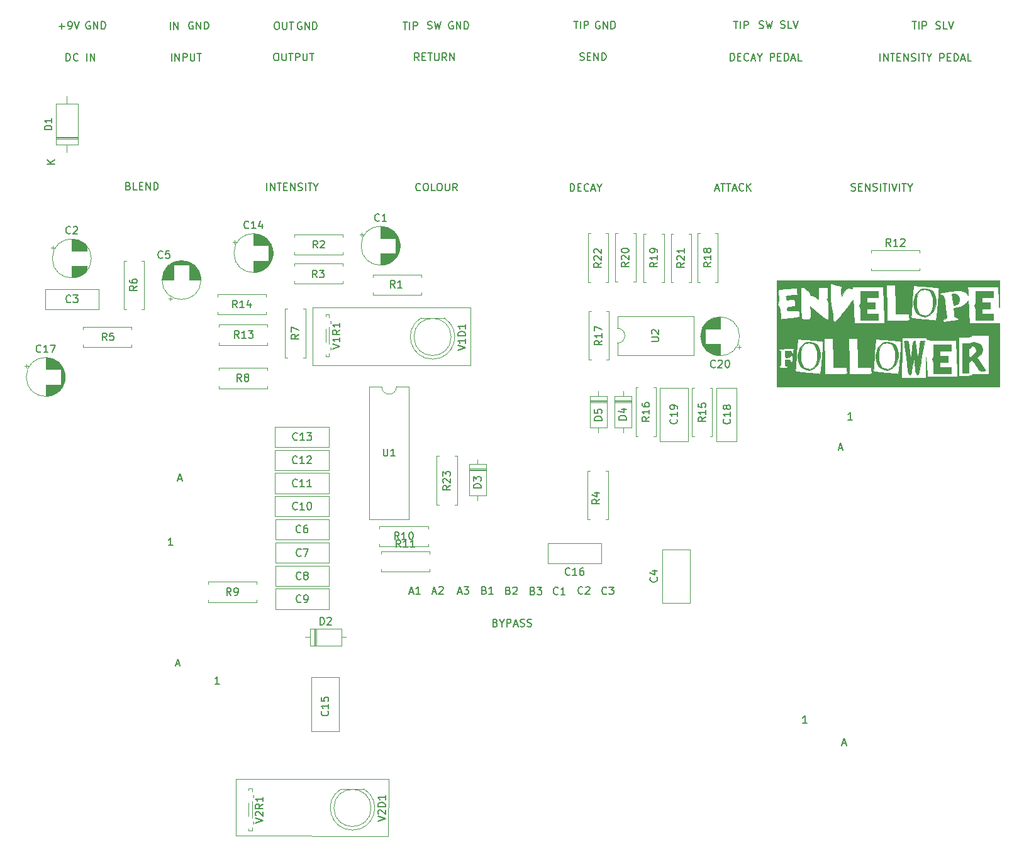
<source format=gbr>
G04 #@! TF.GenerationSoftware,KiCad,Pcbnew,5.1.6*
G04 #@! TF.CreationDate,2020-09-20T22:12:03+01:00*
G04 #@! TF.ProjectId,EnvelopeFollower,456e7665-6c6f-4706-9546-6f6c6c6f7765,V2.0*
G04 #@! TF.SameCoordinates,Original*
G04 #@! TF.FileFunction,Legend,Top*
G04 #@! TF.FilePolarity,Positive*
%FSLAX46Y46*%
G04 Gerber Fmt 4.6, Leading zero omitted, Abs format (unit mm)*
G04 Created by KiCad (PCBNEW 5.1.6) date 2020-09-20 22:12:03*
%MOMM*%
%LPD*%
G01*
G04 APERTURE LIST*
%ADD10C,0.150000*%
%ADD11C,0.120000*%
%ADD12C,0.010000*%
G04 APERTURE END LIST*
D10*
X171949074Y-133208020D02*
X171377645Y-133208020D01*
X171663360Y-133208020D02*
X171663360Y-132208020D01*
X171568121Y-132350878D01*
X171472883Y-132446116D01*
X171377645Y-132493735D01*
X176690684Y-135922046D02*
X177166875Y-135922046D01*
X176595446Y-136207760D02*
X176928780Y-135207760D01*
X177262113Y-136207760D01*
X178047614Y-92354660D02*
X177476185Y-92354660D01*
X177761900Y-92354660D02*
X177761900Y-91354660D01*
X177666661Y-91497518D01*
X177571423Y-91592756D01*
X177476185Y-91640375D01*
X176243644Y-96183746D02*
X176719835Y-96183746D01*
X176148406Y-96469460D02*
X176481740Y-95469460D01*
X176815073Y-96469460D01*
X92848394Y-127932440D02*
X92276965Y-127932440D01*
X92562680Y-127932440D02*
X92562680Y-126932440D01*
X92467441Y-127075298D01*
X92372203Y-127170536D01*
X92276965Y-127218155D01*
X87010904Y-125243886D02*
X87487095Y-125243886D01*
X86915666Y-125529600D02*
X87249000Y-124529600D01*
X87582333Y-125529600D01*
X87315704Y-100334106D02*
X87791895Y-100334106D01*
X87220466Y-100619820D02*
X87553800Y-99619820D01*
X87887133Y-100619820D01*
X86579674Y-109253280D02*
X86008245Y-109253280D01*
X86293960Y-109253280D02*
X86293960Y-108253280D01*
X86198721Y-108396138D01*
X86103483Y-108491376D01*
X86008245Y-108538995D01*
X130009544Y-119689571D02*
X130152401Y-119737190D01*
X130200020Y-119784809D01*
X130247640Y-119880047D01*
X130247640Y-120022904D01*
X130200020Y-120118142D01*
X130152401Y-120165761D01*
X130057163Y-120213380D01*
X129676211Y-120213380D01*
X129676211Y-119213380D01*
X130009544Y-119213380D01*
X130104782Y-119261000D01*
X130152401Y-119308619D01*
X130200020Y-119403857D01*
X130200020Y-119499095D01*
X130152401Y-119594333D01*
X130104782Y-119641952D01*
X130009544Y-119689571D01*
X129676211Y-119689571D01*
X130866687Y-119737190D02*
X130866687Y-120213380D01*
X130533354Y-119213380D02*
X130866687Y-119737190D01*
X131200020Y-119213380D01*
X131533354Y-120213380D02*
X131533354Y-119213380D01*
X131914306Y-119213380D01*
X132009544Y-119261000D01*
X132057163Y-119308619D01*
X132104782Y-119403857D01*
X132104782Y-119546714D01*
X132057163Y-119641952D01*
X132009544Y-119689571D01*
X131914306Y-119737190D01*
X131533354Y-119737190D01*
X132485735Y-119927666D02*
X132961925Y-119927666D01*
X132390497Y-120213380D02*
X132723830Y-119213380D01*
X133057163Y-120213380D01*
X133342878Y-120165761D02*
X133485735Y-120213380D01*
X133723830Y-120213380D01*
X133819068Y-120165761D01*
X133866687Y-120118142D01*
X133914306Y-120022904D01*
X133914306Y-119927666D01*
X133866687Y-119832428D01*
X133819068Y-119784809D01*
X133723830Y-119737190D01*
X133533354Y-119689571D01*
X133438116Y-119641952D01*
X133390497Y-119594333D01*
X133342878Y-119499095D01*
X133342878Y-119403857D01*
X133390497Y-119308619D01*
X133438116Y-119261000D01*
X133533354Y-119213380D01*
X133771449Y-119213380D01*
X133914306Y-119261000D01*
X134295259Y-120165761D02*
X134438116Y-120213380D01*
X134676211Y-120213380D01*
X134771449Y-120165761D01*
X134819068Y-120118142D01*
X134866687Y-120022904D01*
X134866687Y-119927666D01*
X134819068Y-119832428D01*
X134771449Y-119784809D01*
X134676211Y-119737190D01*
X134485735Y-119689571D01*
X134390497Y-119641952D01*
X134342878Y-119594333D01*
X134295259Y-119499095D01*
X134295259Y-119403857D01*
X134342878Y-119308619D01*
X134390497Y-119261000D01*
X134485735Y-119213380D01*
X134723830Y-119213380D01*
X134866687Y-119261000D01*
X144976553Y-115774742D02*
X144928934Y-115822361D01*
X144786077Y-115869980D01*
X144690839Y-115869980D01*
X144547981Y-115822361D01*
X144452743Y-115727123D01*
X144405124Y-115631885D01*
X144357505Y-115441409D01*
X144357505Y-115298552D01*
X144405124Y-115108076D01*
X144452743Y-115012838D01*
X144547981Y-114917600D01*
X144690839Y-114869980D01*
X144786077Y-114869980D01*
X144928934Y-114917600D01*
X144976553Y-114965219D01*
X145309886Y-114869980D02*
X145928934Y-114869980D01*
X145595600Y-115250933D01*
X145738458Y-115250933D01*
X145833696Y-115298552D01*
X145881315Y-115346171D01*
X145928934Y-115441409D01*
X145928934Y-115679504D01*
X145881315Y-115774742D01*
X145833696Y-115822361D01*
X145738458Y-115869980D01*
X145452743Y-115869980D01*
X145357505Y-115822361D01*
X145309886Y-115774742D01*
X141771073Y-115739182D02*
X141723454Y-115786801D01*
X141580597Y-115834420D01*
X141485359Y-115834420D01*
X141342501Y-115786801D01*
X141247263Y-115691563D01*
X141199644Y-115596325D01*
X141152025Y-115405849D01*
X141152025Y-115262992D01*
X141199644Y-115072516D01*
X141247263Y-114977278D01*
X141342501Y-114882040D01*
X141485359Y-114834420D01*
X141580597Y-114834420D01*
X141723454Y-114882040D01*
X141771073Y-114929659D01*
X142152025Y-114929659D02*
X142199644Y-114882040D01*
X142294882Y-114834420D01*
X142532978Y-114834420D01*
X142628216Y-114882040D01*
X142675835Y-114929659D01*
X142723454Y-115024897D01*
X142723454Y-115120135D01*
X142675835Y-115262992D01*
X142104406Y-115834420D01*
X142723454Y-115834420D01*
X138433513Y-115807762D02*
X138385894Y-115855381D01*
X138243037Y-115903000D01*
X138147799Y-115903000D01*
X138004941Y-115855381D01*
X137909703Y-115760143D01*
X137862084Y-115664905D01*
X137814465Y-115474429D01*
X137814465Y-115331572D01*
X137862084Y-115141096D01*
X137909703Y-115045858D01*
X138004941Y-114950620D01*
X138147799Y-114903000D01*
X138243037Y-114903000D01*
X138385894Y-114950620D01*
X138433513Y-114998239D01*
X139385894Y-115903000D02*
X138814465Y-115903000D01*
X139100180Y-115903000D02*
X139100180Y-114903000D01*
X139004941Y-115045858D01*
X138909703Y-115141096D01*
X138814465Y-115188715D01*
X135061058Y-115379191D02*
X135203915Y-115426810D01*
X135251534Y-115474429D01*
X135299153Y-115569667D01*
X135299153Y-115712524D01*
X135251534Y-115807762D01*
X135203915Y-115855381D01*
X135108677Y-115903000D01*
X134727724Y-115903000D01*
X134727724Y-114903000D01*
X135061058Y-114903000D01*
X135156296Y-114950620D01*
X135203915Y-114998239D01*
X135251534Y-115093477D01*
X135251534Y-115188715D01*
X135203915Y-115283953D01*
X135156296Y-115331572D01*
X135061058Y-115379191D01*
X134727724Y-115379191D01*
X135632486Y-114903000D02*
X136251534Y-114903000D01*
X135918200Y-115283953D01*
X136061058Y-115283953D01*
X136156296Y-115331572D01*
X136203915Y-115379191D01*
X136251534Y-115474429D01*
X136251534Y-115712524D01*
X136203915Y-115807762D01*
X136156296Y-115855381D01*
X136061058Y-115903000D01*
X135775343Y-115903000D01*
X135680105Y-115855381D01*
X135632486Y-115807762D01*
X131751438Y-115343631D02*
X131894295Y-115391250D01*
X131941914Y-115438869D01*
X131989533Y-115534107D01*
X131989533Y-115676964D01*
X131941914Y-115772202D01*
X131894295Y-115819821D01*
X131799057Y-115867440D01*
X131418104Y-115867440D01*
X131418104Y-114867440D01*
X131751438Y-114867440D01*
X131846676Y-114915060D01*
X131894295Y-114962679D01*
X131941914Y-115057917D01*
X131941914Y-115153155D01*
X131894295Y-115248393D01*
X131846676Y-115296012D01*
X131751438Y-115343631D01*
X131418104Y-115343631D01*
X132370485Y-114962679D02*
X132418104Y-114915060D01*
X132513342Y-114867440D01*
X132751438Y-114867440D01*
X132846676Y-114915060D01*
X132894295Y-114962679D01*
X132941914Y-115057917D01*
X132941914Y-115153155D01*
X132894295Y-115296012D01*
X132322866Y-115867440D01*
X132941914Y-115867440D01*
X128510398Y-115308071D02*
X128653255Y-115355690D01*
X128700874Y-115403309D01*
X128748493Y-115498547D01*
X128748493Y-115641404D01*
X128700874Y-115736642D01*
X128653255Y-115784261D01*
X128558017Y-115831880D01*
X128177064Y-115831880D01*
X128177064Y-114831880D01*
X128510398Y-114831880D01*
X128605636Y-114879500D01*
X128653255Y-114927119D01*
X128700874Y-115022357D01*
X128700874Y-115117595D01*
X128653255Y-115212833D01*
X128605636Y-115260452D01*
X128510398Y-115308071D01*
X128177064Y-115308071D01*
X129700874Y-115831880D02*
X129129445Y-115831880D01*
X129415160Y-115831880D02*
X129415160Y-114831880D01*
X129319921Y-114974738D01*
X129224683Y-115069976D01*
X129129445Y-115117595D01*
X124962374Y-115546166D02*
X125438564Y-115546166D01*
X124867136Y-115831880D02*
X125200469Y-114831880D01*
X125533802Y-115831880D01*
X125771898Y-114831880D02*
X126390945Y-114831880D01*
X126057612Y-115212833D01*
X126200469Y-115212833D01*
X126295707Y-115260452D01*
X126343326Y-115308071D01*
X126390945Y-115403309D01*
X126390945Y-115641404D01*
X126343326Y-115736642D01*
X126295707Y-115784261D01*
X126200469Y-115831880D01*
X125914755Y-115831880D01*
X125819517Y-115784261D01*
X125771898Y-115736642D01*
X121548614Y-115513146D02*
X122024804Y-115513146D01*
X121453376Y-115798860D02*
X121786709Y-114798860D01*
X122120042Y-115798860D01*
X122405757Y-114894099D02*
X122453376Y-114846480D01*
X122548614Y-114798860D01*
X122786709Y-114798860D01*
X122881947Y-114846480D01*
X122929566Y-114894099D01*
X122977185Y-114989337D01*
X122977185Y-115084575D01*
X122929566Y-115227432D01*
X122358138Y-115798860D01*
X122977185Y-115798860D01*
X118447274Y-115546166D02*
X118923464Y-115546166D01*
X118352036Y-115831880D02*
X118685369Y-114831880D01*
X119018702Y-115831880D01*
X119875845Y-115831880D02*
X119304417Y-115831880D01*
X119590131Y-115831880D02*
X119590131Y-114831880D01*
X119494893Y-114974738D01*
X119399655Y-115069976D01*
X119304417Y-115117595D01*
X177924651Y-61481601D02*
X178067508Y-61529220D01*
X178305603Y-61529220D01*
X178400841Y-61481601D01*
X178448460Y-61433982D01*
X178496080Y-61338744D01*
X178496080Y-61243506D01*
X178448460Y-61148268D01*
X178400841Y-61100649D01*
X178305603Y-61053030D01*
X178115127Y-61005411D01*
X178019889Y-60957792D01*
X177972270Y-60910173D01*
X177924651Y-60814935D01*
X177924651Y-60719697D01*
X177972270Y-60624459D01*
X178019889Y-60576840D01*
X178115127Y-60529220D01*
X178353222Y-60529220D01*
X178496080Y-60576840D01*
X178924651Y-61005411D02*
X179257984Y-61005411D01*
X179400841Y-61529220D02*
X178924651Y-61529220D01*
X178924651Y-60529220D01*
X179400841Y-60529220D01*
X179829413Y-61529220D02*
X179829413Y-60529220D01*
X180400841Y-61529220D01*
X180400841Y-60529220D01*
X180829413Y-61481601D02*
X180972270Y-61529220D01*
X181210365Y-61529220D01*
X181305603Y-61481601D01*
X181353222Y-61433982D01*
X181400841Y-61338744D01*
X181400841Y-61243506D01*
X181353222Y-61148268D01*
X181305603Y-61100649D01*
X181210365Y-61053030D01*
X181019889Y-61005411D01*
X180924651Y-60957792D01*
X180877032Y-60910173D01*
X180829413Y-60814935D01*
X180829413Y-60719697D01*
X180877032Y-60624459D01*
X180924651Y-60576840D01*
X181019889Y-60529220D01*
X181257984Y-60529220D01*
X181400841Y-60576840D01*
X181829413Y-61529220D02*
X181829413Y-60529220D01*
X182162746Y-60529220D02*
X182734175Y-60529220D01*
X182448460Y-61529220D02*
X182448460Y-60529220D01*
X183067508Y-61529220D02*
X183067508Y-60529220D01*
X183400841Y-60529220D02*
X183734175Y-61529220D01*
X184067508Y-60529220D01*
X184400841Y-61529220D02*
X184400841Y-60529220D01*
X184734175Y-60529220D02*
X185305603Y-60529220D01*
X185019889Y-61529220D02*
X185019889Y-60529220D01*
X185829413Y-61053030D02*
X185829413Y-61529220D01*
X185496080Y-60529220D02*
X185829413Y-61053030D01*
X186162746Y-60529220D01*
X159580248Y-61243506D02*
X160056439Y-61243506D01*
X159485010Y-61529220D02*
X159818343Y-60529220D01*
X160151677Y-61529220D01*
X160342153Y-60529220D02*
X160913581Y-60529220D01*
X160627867Y-61529220D02*
X160627867Y-60529220D01*
X161104058Y-60529220D02*
X161675486Y-60529220D01*
X161389772Y-61529220D02*
X161389772Y-60529220D01*
X161961200Y-61243506D02*
X162437391Y-61243506D01*
X161865962Y-61529220D02*
X162199296Y-60529220D01*
X162532629Y-61529220D01*
X163437391Y-61433982D02*
X163389772Y-61481601D01*
X163246915Y-61529220D01*
X163151677Y-61529220D01*
X163008820Y-61481601D01*
X162913581Y-61386363D01*
X162865962Y-61291125D01*
X162818343Y-61100649D01*
X162818343Y-60957792D01*
X162865962Y-60767316D01*
X162913581Y-60672078D01*
X163008820Y-60576840D01*
X163151677Y-60529220D01*
X163246915Y-60529220D01*
X163389772Y-60576840D01*
X163437391Y-60624459D01*
X163865962Y-61529220D02*
X163865962Y-60529220D01*
X164437391Y-61529220D02*
X164008820Y-60957792D01*
X164437391Y-60529220D02*
X163865962Y-61100649D01*
X140099991Y-61582560D02*
X140099991Y-60582560D01*
X140338086Y-60582560D01*
X140480943Y-60630180D01*
X140576181Y-60725418D01*
X140623800Y-60820656D01*
X140671420Y-61011132D01*
X140671420Y-61153989D01*
X140623800Y-61344465D01*
X140576181Y-61439703D01*
X140480943Y-61534941D01*
X140338086Y-61582560D01*
X140099991Y-61582560D01*
X141099991Y-61058751D02*
X141433324Y-61058751D01*
X141576181Y-61582560D02*
X141099991Y-61582560D01*
X141099991Y-60582560D01*
X141576181Y-60582560D01*
X142576181Y-61487322D02*
X142528562Y-61534941D01*
X142385705Y-61582560D01*
X142290467Y-61582560D01*
X142147610Y-61534941D01*
X142052372Y-61439703D01*
X142004753Y-61344465D01*
X141957134Y-61153989D01*
X141957134Y-61011132D01*
X142004753Y-60820656D01*
X142052372Y-60725418D01*
X142147610Y-60630180D01*
X142290467Y-60582560D01*
X142385705Y-60582560D01*
X142528562Y-60630180D01*
X142576181Y-60677799D01*
X142957134Y-61296846D02*
X143433324Y-61296846D01*
X142861896Y-61582560D02*
X143195229Y-60582560D01*
X143528562Y-61582560D01*
X144052372Y-61106370D02*
X144052372Y-61582560D01*
X143719039Y-60582560D02*
X144052372Y-61106370D01*
X144385705Y-60582560D01*
X119923513Y-61416202D02*
X119875894Y-61463821D01*
X119733037Y-61511440D01*
X119637799Y-61511440D01*
X119494941Y-61463821D01*
X119399703Y-61368583D01*
X119352084Y-61273345D01*
X119304465Y-61082869D01*
X119304465Y-60940012D01*
X119352084Y-60749536D01*
X119399703Y-60654298D01*
X119494941Y-60559060D01*
X119637799Y-60511440D01*
X119733037Y-60511440D01*
X119875894Y-60559060D01*
X119923513Y-60606679D01*
X120542560Y-60511440D02*
X120733037Y-60511440D01*
X120828275Y-60559060D01*
X120923513Y-60654298D01*
X120971132Y-60844774D01*
X120971132Y-61178107D01*
X120923513Y-61368583D01*
X120828275Y-61463821D01*
X120733037Y-61511440D01*
X120542560Y-61511440D01*
X120447322Y-61463821D01*
X120352084Y-61368583D01*
X120304465Y-61178107D01*
X120304465Y-60844774D01*
X120352084Y-60654298D01*
X120447322Y-60559060D01*
X120542560Y-60511440D01*
X121875894Y-61511440D02*
X121399703Y-61511440D01*
X121399703Y-60511440D01*
X122399703Y-60511440D02*
X122590180Y-60511440D01*
X122685418Y-60559060D01*
X122780656Y-60654298D01*
X122828275Y-60844774D01*
X122828275Y-61178107D01*
X122780656Y-61368583D01*
X122685418Y-61463821D01*
X122590180Y-61511440D01*
X122399703Y-61511440D01*
X122304465Y-61463821D01*
X122209227Y-61368583D01*
X122161608Y-61178107D01*
X122161608Y-60844774D01*
X122209227Y-60654298D01*
X122304465Y-60559060D01*
X122399703Y-60511440D01*
X123256846Y-60511440D02*
X123256846Y-61320964D01*
X123304465Y-61416202D01*
X123352084Y-61463821D01*
X123447322Y-61511440D01*
X123637799Y-61511440D01*
X123733037Y-61463821D01*
X123780656Y-61416202D01*
X123828275Y-61320964D01*
X123828275Y-60511440D01*
X124875894Y-61511440D02*
X124542560Y-61035250D01*
X124304465Y-61511440D02*
X124304465Y-60511440D01*
X124685418Y-60511440D01*
X124780656Y-60559060D01*
X124828275Y-60606679D01*
X124875894Y-60701917D01*
X124875894Y-60844774D01*
X124828275Y-60940012D01*
X124780656Y-60987631D01*
X124685418Y-61035250D01*
X124304465Y-61035250D01*
X99249338Y-61498740D02*
X99249338Y-60498740D01*
X99725528Y-61498740D02*
X99725528Y-60498740D01*
X100296957Y-61498740D01*
X100296957Y-60498740D01*
X100630290Y-60498740D02*
X101201719Y-60498740D01*
X100916004Y-61498740D02*
X100916004Y-60498740D01*
X101535052Y-60974931D02*
X101868385Y-60974931D01*
X102011242Y-61498740D02*
X101535052Y-61498740D01*
X101535052Y-60498740D01*
X102011242Y-60498740D01*
X102439814Y-61498740D02*
X102439814Y-60498740D01*
X103011242Y-61498740D01*
X103011242Y-60498740D01*
X103439814Y-61451121D02*
X103582671Y-61498740D01*
X103820766Y-61498740D01*
X103916004Y-61451121D01*
X103963623Y-61403502D01*
X104011242Y-61308264D01*
X104011242Y-61213026D01*
X103963623Y-61117788D01*
X103916004Y-61070169D01*
X103820766Y-61022550D01*
X103630290Y-60974931D01*
X103535052Y-60927312D01*
X103487433Y-60879693D01*
X103439814Y-60784455D01*
X103439814Y-60689217D01*
X103487433Y-60593979D01*
X103535052Y-60546360D01*
X103630290Y-60498740D01*
X103868385Y-60498740D01*
X104011242Y-60546360D01*
X104439814Y-61498740D02*
X104439814Y-60498740D01*
X104773147Y-60498740D02*
X105344576Y-60498740D01*
X105058861Y-61498740D02*
X105058861Y-60498740D01*
X105868385Y-61022550D02*
X105868385Y-61498740D01*
X105535052Y-60498740D02*
X105868385Y-61022550D01*
X106201719Y-60498740D01*
X80618556Y-60855551D02*
X80761413Y-60903170D01*
X80809032Y-60950789D01*
X80856651Y-61046027D01*
X80856651Y-61188884D01*
X80809032Y-61284122D01*
X80761413Y-61331741D01*
X80666175Y-61379360D01*
X80285222Y-61379360D01*
X80285222Y-60379360D01*
X80618556Y-60379360D01*
X80713794Y-60426980D01*
X80761413Y-60474599D01*
X80809032Y-60569837D01*
X80809032Y-60665075D01*
X80761413Y-60760313D01*
X80713794Y-60807932D01*
X80618556Y-60855551D01*
X80285222Y-60855551D01*
X81761413Y-61379360D02*
X81285222Y-61379360D01*
X81285222Y-60379360D01*
X82094746Y-60855551D02*
X82428080Y-60855551D01*
X82570937Y-61379360D02*
X82094746Y-61379360D01*
X82094746Y-60379360D01*
X82570937Y-60379360D01*
X82999508Y-61379360D02*
X82999508Y-60379360D01*
X83570937Y-61379360D01*
X83570937Y-60379360D01*
X84047127Y-61379360D02*
X84047127Y-60379360D01*
X84285222Y-60379360D01*
X84428080Y-60426980D01*
X84523318Y-60522218D01*
X84570937Y-60617456D01*
X84618556Y-60807932D01*
X84618556Y-60950789D01*
X84570937Y-61141265D01*
X84523318Y-61236503D01*
X84428080Y-61331741D01*
X84285222Y-61379360D01*
X84047127Y-61379360D01*
X181802211Y-44059100D02*
X181802211Y-43059100D01*
X182278401Y-44059100D02*
X182278401Y-43059100D01*
X182849830Y-44059100D01*
X182849830Y-43059100D01*
X183183163Y-43059100D02*
X183754592Y-43059100D01*
X183468878Y-44059100D02*
X183468878Y-43059100D01*
X184087925Y-43535291D02*
X184421259Y-43535291D01*
X184564116Y-44059100D02*
X184087925Y-44059100D01*
X184087925Y-43059100D01*
X184564116Y-43059100D01*
X184992687Y-44059100D02*
X184992687Y-43059100D01*
X185564116Y-44059100D01*
X185564116Y-43059100D01*
X185992687Y-44011481D02*
X186135544Y-44059100D01*
X186373640Y-44059100D01*
X186468878Y-44011481D01*
X186516497Y-43963862D01*
X186564116Y-43868624D01*
X186564116Y-43773386D01*
X186516497Y-43678148D01*
X186468878Y-43630529D01*
X186373640Y-43582910D01*
X186183163Y-43535291D01*
X186087925Y-43487672D01*
X186040306Y-43440053D01*
X185992687Y-43344815D01*
X185992687Y-43249577D01*
X186040306Y-43154339D01*
X186087925Y-43106720D01*
X186183163Y-43059100D01*
X186421259Y-43059100D01*
X186564116Y-43106720D01*
X186992687Y-44059100D02*
X186992687Y-43059100D01*
X187326020Y-43059100D02*
X187897449Y-43059100D01*
X187611735Y-44059100D02*
X187611735Y-43059100D01*
X188421259Y-43582910D02*
X188421259Y-44059100D01*
X188087925Y-43059100D02*
X188421259Y-43582910D01*
X188754592Y-43059100D01*
X189849830Y-44059100D02*
X189849830Y-43059100D01*
X190230782Y-43059100D01*
X190326020Y-43106720D01*
X190373640Y-43154339D01*
X190421259Y-43249577D01*
X190421259Y-43392434D01*
X190373640Y-43487672D01*
X190326020Y-43535291D01*
X190230782Y-43582910D01*
X189849830Y-43582910D01*
X190849830Y-43535291D02*
X191183163Y-43535291D01*
X191326020Y-44059100D02*
X190849830Y-44059100D01*
X190849830Y-43059100D01*
X191326020Y-43059100D01*
X191754592Y-44059100D02*
X191754592Y-43059100D01*
X191992687Y-43059100D01*
X192135544Y-43106720D01*
X192230782Y-43201958D01*
X192278401Y-43297196D01*
X192326020Y-43487672D01*
X192326020Y-43630529D01*
X192278401Y-43821005D01*
X192230782Y-43916243D01*
X192135544Y-44011481D01*
X191992687Y-44059100D01*
X191754592Y-44059100D01*
X192706973Y-43773386D02*
X193183163Y-43773386D01*
X192611735Y-44059100D02*
X192945068Y-43059100D01*
X193278401Y-44059100D01*
X194087925Y-44059100D02*
X193611735Y-44059100D01*
X193611735Y-43059100D01*
X189325072Y-39693481D02*
X189467929Y-39741100D01*
X189706024Y-39741100D01*
X189801262Y-39693481D01*
X189848881Y-39645862D01*
X189896500Y-39550624D01*
X189896500Y-39455386D01*
X189848881Y-39360148D01*
X189801262Y-39312529D01*
X189706024Y-39264910D01*
X189515548Y-39217291D01*
X189420310Y-39169672D01*
X189372691Y-39122053D01*
X189325072Y-39026815D01*
X189325072Y-38931577D01*
X189372691Y-38836339D01*
X189420310Y-38788720D01*
X189515548Y-38741100D01*
X189753643Y-38741100D01*
X189896500Y-38788720D01*
X190801262Y-39741100D02*
X190325072Y-39741100D01*
X190325072Y-38741100D01*
X190991739Y-38741100D02*
X191325072Y-39741100D01*
X191658405Y-38741100D01*
X186110690Y-38741100D02*
X186682119Y-38741100D01*
X186396404Y-39741100D02*
X186396404Y-38741100D01*
X187015452Y-39741100D02*
X187015452Y-38741100D01*
X187491642Y-39741100D02*
X187491642Y-38741100D01*
X187872595Y-38741100D01*
X187967833Y-38788720D01*
X188015452Y-38836339D01*
X188063071Y-38931577D01*
X188063071Y-39074434D01*
X188015452Y-39169672D01*
X187967833Y-39217291D01*
X187872595Y-39264910D01*
X187491642Y-39264910D01*
X161626824Y-44008300D02*
X161626824Y-43008300D01*
X161864920Y-43008300D01*
X162007777Y-43055920D01*
X162103015Y-43151158D01*
X162150634Y-43246396D01*
X162198253Y-43436872D01*
X162198253Y-43579729D01*
X162150634Y-43770205D01*
X162103015Y-43865443D01*
X162007777Y-43960681D01*
X161864920Y-44008300D01*
X161626824Y-44008300D01*
X162626824Y-43484491D02*
X162960158Y-43484491D01*
X163103015Y-44008300D02*
X162626824Y-44008300D01*
X162626824Y-43008300D01*
X163103015Y-43008300D01*
X164103015Y-43913062D02*
X164055396Y-43960681D01*
X163912539Y-44008300D01*
X163817300Y-44008300D01*
X163674443Y-43960681D01*
X163579205Y-43865443D01*
X163531586Y-43770205D01*
X163483967Y-43579729D01*
X163483967Y-43436872D01*
X163531586Y-43246396D01*
X163579205Y-43151158D01*
X163674443Y-43055920D01*
X163817300Y-43008300D01*
X163912539Y-43008300D01*
X164055396Y-43055920D01*
X164103015Y-43103539D01*
X164483967Y-43722586D02*
X164960158Y-43722586D01*
X164388729Y-44008300D02*
X164722062Y-43008300D01*
X165055396Y-44008300D01*
X165579205Y-43532110D02*
X165579205Y-44008300D01*
X165245872Y-43008300D02*
X165579205Y-43532110D01*
X165912539Y-43008300D01*
X167007777Y-44008300D02*
X167007777Y-43008300D01*
X167388729Y-43008300D01*
X167483967Y-43055920D01*
X167531586Y-43103539D01*
X167579205Y-43198777D01*
X167579205Y-43341634D01*
X167531586Y-43436872D01*
X167483967Y-43484491D01*
X167388729Y-43532110D01*
X167007777Y-43532110D01*
X168007777Y-43484491D02*
X168341110Y-43484491D01*
X168483967Y-44008300D02*
X168007777Y-44008300D01*
X168007777Y-43008300D01*
X168483967Y-43008300D01*
X168912539Y-44008300D02*
X168912539Y-43008300D01*
X169150634Y-43008300D01*
X169293491Y-43055920D01*
X169388729Y-43151158D01*
X169436348Y-43246396D01*
X169483967Y-43436872D01*
X169483967Y-43579729D01*
X169436348Y-43770205D01*
X169388729Y-43865443D01*
X169293491Y-43960681D01*
X169150634Y-44008300D01*
X168912539Y-44008300D01*
X169864920Y-43722586D02*
X170341110Y-43722586D01*
X169769681Y-44008300D02*
X170103015Y-43008300D01*
X170436348Y-44008300D01*
X171245872Y-44008300D02*
X170769681Y-44008300D01*
X170769681Y-43008300D01*
X168410712Y-39579181D02*
X168553569Y-39626800D01*
X168791664Y-39626800D01*
X168886902Y-39579181D01*
X168934521Y-39531562D01*
X168982140Y-39436324D01*
X168982140Y-39341086D01*
X168934521Y-39245848D01*
X168886902Y-39198229D01*
X168791664Y-39150610D01*
X168601188Y-39102991D01*
X168505950Y-39055372D01*
X168458331Y-39007753D01*
X168410712Y-38912515D01*
X168410712Y-38817277D01*
X168458331Y-38722039D01*
X168505950Y-38674420D01*
X168601188Y-38626800D01*
X168839283Y-38626800D01*
X168982140Y-38674420D01*
X169886902Y-39626800D02*
X169410712Y-39626800D01*
X169410712Y-38626800D01*
X170077379Y-38626800D02*
X170410712Y-39626800D01*
X170744045Y-38626800D01*
X165538257Y-39607121D02*
X165681114Y-39654740D01*
X165919209Y-39654740D01*
X166014447Y-39607121D01*
X166062066Y-39559502D01*
X166109685Y-39464264D01*
X166109685Y-39369026D01*
X166062066Y-39273788D01*
X166014447Y-39226169D01*
X165919209Y-39178550D01*
X165728733Y-39130931D01*
X165633495Y-39083312D01*
X165585876Y-39035693D01*
X165538257Y-38940455D01*
X165538257Y-38845217D01*
X165585876Y-38749979D01*
X165633495Y-38702360D01*
X165728733Y-38654740D01*
X165966828Y-38654740D01*
X166109685Y-38702360D01*
X166443019Y-38654740D02*
X166681114Y-39654740D01*
X166871590Y-38940455D01*
X167062066Y-39654740D01*
X167300161Y-38654740D01*
X162089910Y-38682680D02*
X162661339Y-38682680D01*
X162375624Y-39682680D02*
X162375624Y-38682680D01*
X162994672Y-39682680D02*
X162994672Y-38682680D01*
X163470862Y-39682680D02*
X163470862Y-38682680D01*
X163851815Y-38682680D01*
X163947053Y-38730300D01*
X163994672Y-38777919D01*
X164042291Y-38873157D01*
X164042291Y-39016014D01*
X163994672Y-39111252D01*
X163947053Y-39158871D01*
X163851815Y-39206490D01*
X163470862Y-39206490D01*
X141389955Y-43894641D02*
X141532812Y-43942260D01*
X141770907Y-43942260D01*
X141866145Y-43894641D01*
X141913764Y-43847022D01*
X141961383Y-43751784D01*
X141961383Y-43656546D01*
X141913764Y-43561308D01*
X141866145Y-43513689D01*
X141770907Y-43466070D01*
X141580431Y-43418451D01*
X141485193Y-43370832D01*
X141437574Y-43323213D01*
X141389955Y-43227975D01*
X141389955Y-43132737D01*
X141437574Y-43037499D01*
X141485193Y-42989880D01*
X141580431Y-42942260D01*
X141818526Y-42942260D01*
X141961383Y-42989880D01*
X142389955Y-43418451D02*
X142723288Y-43418451D01*
X142866145Y-43942260D02*
X142389955Y-43942260D01*
X142389955Y-42942260D01*
X142866145Y-42942260D01*
X143294717Y-43942260D02*
X143294717Y-42942260D01*
X143866145Y-43942260D01*
X143866145Y-42942260D01*
X144342336Y-43942260D02*
X144342336Y-42942260D01*
X144580431Y-42942260D01*
X144723288Y-42989880D01*
X144818526Y-43085118D01*
X144866145Y-43180356D01*
X144913764Y-43370832D01*
X144913764Y-43513689D01*
X144866145Y-43704165D01*
X144818526Y-43799403D01*
X144723288Y-43894641D01*
X144580431Y-43942260D01*
X144342336Y-43942260D01*
X144053655Y-38740460D02*
X143958417Y-38692840D01*
X143815560Y-38692840D01*
X143672702Y-38740460D01*
X143577464Y-38835698D01*
X143529845Y-38930936D01*
X143482226Y-39121412D01*
X143482226Y-39264269D01*
X143529845Y-39454745D01*
X143577464Y-39549983D01*
X143672702Y-39645221D01*
X143815560Y-39692840D01*
X143910798Y-39692840D01*
X144053655Y-39645221D01*
X144101274Y-39597602D01*
X144101274Y-39264269D01*
X143910798Y-39264269D01*
X144529845Y-39692840D02*
X144529845Y-38692840D01*
X145101274Y-39692840D01*
X145101274Y-38692840D01*
X145577464Y-39692840D02*
X145577464Y-38692840D01*
X145815560Y-38692840D01*
X145958417Y-38740460D01*
X146053655Y-38835698D01*
X146101274Y-38930936D01*
X146148893Y-39121412D01*
X146148893Y-39264269D01*
X146101274Y-39454745D01*
X146053655Y-39549983D01*
X145958417Y-39645221D01*
X145815560Y-39692840D01*
X145577464Y-39692840D01*
X140581190Y-38675060D02*
X141152619Y-38675060D01*
X140866904Y-39675060D02*
X140866904Y-38675060D01*
X141485952Y-39675060D02*
X141485952Y-38675060D01*
X141962142Y-39675060D02*
X141962142Y-38675060D01*
X142343095Y-38675060D01*
X142438333Y-38722680D01*
X142485952Y-38770299D01*
X142533571Y-38865537D01*
X142533571Y-39008394D01*
X142485952Y-39103632D01*
X142438333Y-39151251D01*
X142343095Y-39198870D01*
X141962142Y-39198870D01*
X119729191Y-43982900D02*
X119395858Y-43506710D01*
X119157762Y-43982900D02*
X119157762Y-42982900D01*
X119538715Y-42982900D01*
X119633953Y-43030520D01*
X119681572Y-43078139D01*
X119729191Y-43173377D01*
X119729191Y-43316234D01*
X119681572Y-43411472D01*
X119633953Y-43459091D01*
X119538715Y-43506710D01*
X119157762Y-43506710D01*
X120157762Y-43459091D02*
X120491096Y-43459091D01*
X120633953Y-43982900D02*
X120157762Y-43982900D01*
X120157762Y-42982900D01*
X120633953Y-42982900D01*
X120919667Y-42982900D02*
X121491096Y-42982900D01*
X121205381Y-43982900D02*
X121205381Y-42982900D01*
X121824429Y-42982900D02*
X121824429Y-43792424D01*
X121872048Y-43887662D01*
X121919667Y-43935281D01*
X122014905Y-43982900D01*
X122205381Y-43982900D01*
X122300619Y-43935281D01*
X122348239Y-43887662D01*
X122395858Y-43792424D01*
X122395858Y-42982900D01*
X123443477Y-43982900D02*
X123110143Y-43506710D01*
X122872048Y-43982900D02*
X122872048Y-42982900D01*
X123253000Y-42982900D01*
X123348239Y-43030520D01*
X123395858Y-43078139D01*
X123443477Y-43173377D01*
X123443477Y-43316234D01*
X123395858Y-43411472D01*
X123348239Y-43459091D01*
X123253000Y-43506710D01*
X122872048Y-43506710D01*
X123872048Y-43982900D02*
X123872048Y-42982900D01*
X124443477Y-43982900D01*
X124443477Y-42982900D01*
X124297535Y-38778560D02*
X124202297Y-38730940D01*
X124059440Y-38730940D01*
X123916582Y-38778560D01*
X123821344Y-38873798D01*
X123773725Y-38969036D01*
X123726106Y-39159512D01*
X123726106Y-39302369D01*
X123773725Y-39492845D01*
X123821344Y-39588083D01*
X123916582Y-39683321D01*
X124059440Y-39730940D01*
X124154678Y-39730940D01*
X124297535Y-39683321D01*
X124345154Y-39635702D01*
X124345154Y-39302369D01*
X124154678Y-39302369D01*
X124773725Y-39730940D02*
X124773725Y-38730940D01*
X125345154Y-39730940D01*
X125345154Y-38730940D01*
X125821344Y-39730940D02*
X125821344Y-38730940D01*
X126059440Y-38730940D01*
X126202297Y-38778560D01*
X126297535Y-38873798D01*
X126345154Y-38969036D01*
X126392773Y-39159512D01*
X126392773Y-39302369D01*
X126345154Y-39492845D01*
X126297535Y-39588083D01*
X126202297Y-39683321D01*
X126059440Y-39730940D01*
X125821344Y-39730940D01*
X120892677Y-39668081D02*
X121035534Y-39715700D01*
X121273629Y-39715700D01*
X121368867Y-39668081D01*
X121416486Y-39620462D01*
X121464105Y-39525224D01*
X121464105Y-39429986D01*
X121416486Y-39334748D01*
X121368867Y-39287129D01*
X121273629Y-39239510D01*
X121083153Y-39191891D01*
X120987915Y-39144272D01*
X120940296Y-39096653D01*
X120892677Y-39001415D01*
X120892677Y-38906177D01*
X120940296Y-38810939D01*
X120987915Y-38763320D01*
X121083153Y-38715700D01*
X121321248Y-38715700D01*
X121464105Y-38763320D01*
X121797439Y-38715700D02*
X122035534Y-39715700D01*
X122226010Y-39001415D01*
X122416486Y-39715700D01*
X122654581Y-38715700D01*
X117584030Y-38781740D02*
X118155459Y-38781740D01*
X117869744Y-39781740D02*
X117869744Y-38781740D01*
X118488792Y-39781740D02*
X118488792Y-38781740D01*
X118964982Y-39781740D02*
X118964982Y-38781740D01*
X119345935Y-38781740D01*
X119441173Y-38829360D01*
X119488792Y-38876979D01*
X119536411Y-38972217D01*
X119536411Y-39115074D01*
X119488792Y-39210312D01*
X119441173Y-39257931D01*
X119345935Y-39305550D01*
X118964982Y-39305550D01*
X100434758Y-42995600D02*
X100625234Y-42995600D01*
X100720472Y-43043220D01*
X100815710Y-43138458D01*
X100863329Y-43328934D01*
X100863329Y-43662267D01*
X100815710Y-43852743D01*
X100720472Y-43947981D01*
X100625234Y-43995600D01*
X100434758Y-43995600D01*
X100339520Y-43947981D01*
X100244281Y-43852743D01*
X100196662Y-43662267D01*
X100196662Y-43328934D01*
X100244281Y-43138458D01*
X100339520Y-43043220D01*
X100434758Y-42995600D01*
X101291900Y-42995600D02*
X101291900Y-43805124D01*
X101339520Y-43900362D01*
X101387139Y-43947981D01*
X101482377Y-43995600D01*
X101672853Y-43995600D01*
X101768091Y-43947981D01*
X101815710Y-43900362D01*
X101863329Y-43805124D01*
X101863329Y-42995600D01*
X102196662Y-42995600D02*
X102768091Y-42995600D01*
X102482377Y-43995600D02*
X102482377Y-42995600D01*
X103101424Y-43995600D02*
X103101424Y-42995600D01*
X103482377Y-42995600D01*
X103577615Y-43043220D01*
X103625234Y-43090839D01*
X103672853Y-43186077D01*
X103672853Y-43328934D01*
X103625234Y-43424172D01*
X103577615Y-43471791D01*
X103482377Y-43519410D01*
X103101424Y-43519410D01*
X104101424Y-42995600D02*
X104101424Y-43805124D01*
X104149043Y-43900362D01*
X104196662Y-43947981D01*
X104291900Y-43995600D01*
X104482377Y-43995600D01*
X104577615Y-43947981D01*
X104625234Y-43900362D01*
X104672853Y-43805124D01*
X104672853Y-42995600D01*
X105006186Y-42995600D02*
X105577615Y-42995600D01*
X105291900Y-43995600D02*
X105291900Y-42995600D01*
X103906415Y-38834440D02*
X103811177Y-38786820D01*
X103668320Y-38786820D01*
X103525462Y-38834440D01*
X103430224Y-38929678D01*
X103382605Y-39024916D01*
X103334986Y-39215392D01*
X103334986Y-39358249D01*
X103382605Y-39548725D01*
X103430224Y-39643963D01*
X103525462Y-39739201D01*
X103668320Y-39786820D01*
X103763558Y-39786820D01*
X103906415Y-39739201D01*
X103954034Y-39691582D01*
X103954034Y-39358249D01*
X103763558Y-39358249D01*
X104382605Y-39786820D02*
X104382605Y-38786820D01*
X104954034Y-39786820D01*
X104954034Y-38786820D01*
X105430224Y-39786820D02*
X105430224Y-38786820D01*
X105668320Y-38786820D01*
X105811177Y-38834440D01*
X105906415Y-38929678D01*
X105954034Y-39024916D01*
X106001653Y-39215392D01*
X106001653Y-39358249D01*
X105954034Y-39548725D01*
X105906415Y-39643963D01*
X105811177Y-39739201D01*
X105668320Y-39786820D01*
X105430224Y-39786820D01*
X100503480Y-38786820D02*
X100693956Y-38786820D01*
X100789194Y-38834440D01*
X100884432Y-38929678D01*
X100932051Y-39120154D01*
X100932051Y-39453487D01*
X100884432Y-39643963D01*
X100789194Y-39739201D01*
X100693956Y-39786820D01*
X100503480Y-39786820D01*
X100408241Y-39739201D01*
X100313003Y-39643963D01*
X100265384Y-39453487D01*
X100265384Y-39120154D01*
X100313003Y-38929678D01*
X100408241Y-38834440D01*
X100503480Y-38786820D01*
X101360622Y-38786820D02*
X101360622Y-39596344D01*
X101408241Y-39691582D01*
X101455860Y-39739201D01*
X101551099Y-39786820D01*
X101741575Y-39786820D01*
X101836813Y-39739201D01*
X101884432Y-39691582D01*
X101932051Y-39596344D01*
X101932051Y-38786820D01*
X102265384Y-38786820D02*
X102836813Y-38786820D01*
X102551099Y-39786820D02*
X102551099Y-38786820D01*
X86425328Y-44031160D02*
X86425328Y-43031160D01*
X86901519Y-44031160D02*
X86901519Y-43031160D01*
X87472947Y-44031160D01*
X87472947Y-43031160D01*
X87949138Y-44031160D02*
X87949138Y-43031160D01*
X88330090Y-43031160D01*
X88425328Y-43078780D01*
X88472947Y-43126399D01*
X88520566Y-43221637D01*
X88520566Y-43364494D01*
X88472947Y-43459732D01*
X88425328Y-43507351D01*
X88330090Y-43554970D01*
X87949138Y-43554970D01*
X88949138Y-43031160D02*
X88949138Y-43840684D01*
X88996757Y-43935922D01*
X89044376Y-43983541D01*
X89139614Y-44031160D01*
X89330090Y-44031160D01*
X89425328Y-43983541D01*
X89472947Y-43935922D01*
X89520566Y-43840684D01*
X89520566Y-43031160D01*
X89853900Y-43031160D02*
X90425328Y-43031160D01*
X90139614Y-44031160D02*
X90139614Y-43031160D01*
X89306495Y-38806500D02*
X89211257Y-38758880D01*
X89068400Y-38758880D01*
X88925542Y-38806500D01*
X88830304Y-38901738D01*
X88782685Y-38996976D01*
X88735066Y-39187452D01*
X88735066Y-39330309D01*
X88782685Y-39520785D01*
X88830304Y-39616023D01*
X88925542Y-39711261D01*
X89068400Y-39758880D01*
X89163638Y-39758880D01*
X89306495Y-39711261D01*
X89354114Y-39663642D01*
X89354114Y-39330309D01*
X89163638Y-39330309D01*
X89782685Y-39758880D02*
X89782685Y-38758880D01*
X90354114Y-39758880D01*
X90354114Y-38758880D01*
X90830304Y-39758880D02*
X90830304Y-38758880D01*
X91068400Y-38758880D01*
X91211257Y-38806500D01*
X91306495Y-38901738D01*
X91354114Y-38996976D01*
X91401733Y-39187452D01*
X91401733Y-39330309D01*
X91354114Y-39520785D01*
X91306495Y-39616023D01*
X91211257Y-39711261D01*
X91068400Y-39758880D01*
X90830304Y-39758880D01*
X86237510Y-39799520D02*
X86237510Y-38799520D01*
X86713700Y-39799520D02*
X86713700Y-38799520D01*
X87285129Y-39799520D01*
X87285129Y-38799520D01*
X72240378Y-44036240D02*
X72240378Y-43036240D01*
X72478473Y-43036240D01*
X72621330Y-43083860D01*
X72716568Y-43179098D01*
X72764187Y-43274336D01*
X72811806Y-43464812D01*
X72811806Y-43607669D01*
X72764187Y-43798145D01*
X72716568Y-43893383D01*
X72621330Y-43988621D01*
X72478473Y-44036240D01*
X72240378Y-44036240D01*
X73811806Y-43941002D02*
X73764187Y-43988621D01*
X73621330Y-44036240D01*
X73526092Y-44036240D01*
X73383235Y-43988621D01*
X73287997Y-43893383D01*
X73240378Y-43798145D01*
X73192759Y-43607669D01*
X73192759Y-43464812D01*
X73240378Y-43274336D01*
X73287997Y-43179098D01*
X73383235Y-43083860D01*
X73526092Y-43036240D01*
X73621330Y-43036240D01*
X73764187Y-43083860D01*
X73811806Y-43131479D01*
X75002282Y-44036240D02*
X75002282Y-43036240D01*
X75478473Y-44036240D02*
X75478473Y-43036240D01*
X76049901Y-44036240D01*
X76049901Y-43036240D01*
X75445715Y-38786180D02*
X75350477Y-38738560D01*
X75207620Y-38738560D01*
X75064762Y-38786180D01*
X74969524Y-38881418D01*
X74921905Y-38976656D01*
X74874286Y-39167132D01*
X74874286Y-39309989D01*
X74921905Y-39500465D01*
X74969524Y-39595703D01*
X75064762Y-39690941D01*
X75207620Y-39738560D01*
X75302858Y-39738560D01*
X75445715Y-39690941D01*
X75493334Y-39643322D01*
X75493334Y-39309989D01*
X75302858Y-39309989D01*
X75921905Y-39738560D02*
X75921905Y-38738560D01*
X76493334Y-39738560D01*
X76493334Y-38738560D01*
X76969524Y-39738560D02*
X76969524Y-38738560D01*
X77207620Y-38738560D01*
X77350477Y-38786180D01*
X77445715Y-38881418D01*
X77493334Y-38976656D01*
X77540953Y-39167132D01*
X77540953Y-39309989D01*
X77493334Y-39500465D01*
X77445715Y-39595703D01*
X77350477Y-39690941D01*
X77207620Y-39738560D01*
X76969524Y-39738560D01*
X71264305Y-39357608D02*
X72026210Y-39357608D01*
X71645258Y-39738560D02*
X71645258Y-38976656D01*
X72550020Y-39738560D02*
X72740496Y-39738560D01*
X72835734Y-39690941D01*
X72883353Y-39643322D01*
X72978591Y-39500465D01*
X73026210Y-39309989D01*
X73026210Y-38929037D01*
X72978591Y-38833799D01*
X72930972Y-38786180D01*
X72835734Y-38738560D01*
X72645258Y-38738560D01*
X72550020Y-38786180D01*
X72502400Y-38833799D01*
X72454781Y-38929037D01*
X72454781Y-39167132D01*
X72502400Y-39262370D01*
X72550020Y-39309989D01*
X72645258Y-39357608D01*
X72835734Y-39357608D01*
X72930972Y-39309989D01*
X72978591Y-39262370D01*
X73026210Y-39167132D01*
X73311924Y-38738560D02*
X73645258Y-39738560D01*
X73978591Y-38738560D01*
D11*
X95095060Y-140749020D02*
X115638580Y-140761720D01*
X95095060Y-141229080D02*
X95095060Y-140749020D01*
X95095060Y-141503400D02*
X95095060Y-141229080D01*
X95082360Y-148374100D02*
X95095060Y-141503400D01*
X115582700Y-148422360D02*
X95082360Y-148374100D01*
X115648740Y-140761720D02*
X115582700Y-148422360D01*
X105443020Y-85059520D02*
X105425240Y-77198220D01*
X126636780Y-85013800D02*
X105443020Y-85059520D01*
X126636780Y-77203300D02*
X126636780Y-85013800D01*
X105425240Y-77198220D02*
X126636780Y-77203300D01*
D12*
G36*
X197859104Y-75619186D02*
G01*
X197854377Y-76245486D01*
X197849778Y-76710685D01*
X197844634Y-77023010D01*
X197838268Y-77190692D01*
X197830005Y-77221960D01*
X197819171Y-77125043D01*
X197805091Y-76908171D01*
X197787088Y-76579572D01*
X197784439Y-76529353D01*
X197760666Y-76054898D01*
X197739635Y-75593350D01*
X197723540Y-75195654D01*
X197714573Y-74912759D01*
X197714288Y-74899520D01*
X197704286Y-74412686D01*
X193548558Y-74412686D01*
X193598416Y-75068853D01*
X193621077Y-75390454D01*
X193625480Y-75563363D01*
X193608038Y-75607587D01*
X193565161Y-75543131D01*
X193527459Y-75464341D01*
X193396770Y-75273530D01*
X193183796Y-75126182D01*
X192850637Y-74998508D01*
X192727310Y-74962099D01*
X192579350Y-74952572D01*
X192296998Y-74961885D01*
X191913897Y-74987941D01*
X191463689Y-75028641D01*
X191182144Y-75058458D01*
X190672176Y-75117365D01*
X190307347Y-75165737D01*
X190064201Y-75208830D01*
X189919283Y-75251900D01*
X189849136Y-75300204D01*
X189830304Y-75358996D01*
X189830286Y-75361388D01*
X189898414Y-75491147D01*
X189983437Y-75513353D01*
X190134641Y-75530205D01*
X190249940Y-75596004D01*
X190338299Y-75733613D01*
X190408680Y-75965898D01*
X190470046Y-76315720D01*
X190531361Y-76805946D01*
X190547684Y-76952686D01*
X190599237Y-77410239D01*
X190648552Y-77824750D01*
X190690978Y-78158705D01*
X190721865Y-78374589D01*
X190728939Y-78414569D01*
X190739552Y-78577546D01*
X190661760Y-78681819D01*
X190474983Y-78774424D01*
X190267330Y-78891974D01*
X190217711Y-79009329D01*
X190223010Y-79027042D01*
X190314644Y-79139261D01*
X190362777Y-79154020D01*
X190502300Y-79143773D01*
X190761932Y-79116860D01*
X191093937Y-79079019D01*
X191450579Y-79035989D01*
X191784123Y-78993508D01*
X192046834Y-78957315D01*
X192179786Y-78935580D01*
X192339330Y-78855754D01*
X192357553Y-78740273D01*
X192242723Y-78632834D01*
X192114524Y-78590634D01*
X191925439Y-78539213D01*
X191828743Y-78487142D01*
X191828612Y-78486917D01*
X191805075Y-78381577D01*
X191772834Y-78157131D01*
X191740299Y-77875287D01*
X191682138Y-77316220D01*
X192116314Y-77264799D01*
X192599284Y-77148535D01*
X193031812Y-76934143D01*
X193363826Y-76648591D01*
X193435520Y-76554306D01*
X193618308Y-76282925D01*
X193671630Y-76671956D01*
X193699371Y-76964107D01*
X193718655Y-77338722D01*
X193724953Y-77671750D01*
X193733394Y-78078289D01*
X193755285Y-78509313D01*
X193779347Y-78802933D01*
X193833742Y-79323353D01*
X197873620Y-79323353D01*
X197873620Y-87874686D01*
X167901620Y-87874686D01*
X167901620Y-86689353D01*
X184638574Y-86689353D01*
X187967620Y-86689353D01*
X187981956Y-85313520D01*
X187996293Y-83937686D01*
X188056970Y-85038353D01*
X188080663Y-85469288D01*
X188101619Y-85852556D01*
X188117710Y-86149133D01*
X188126813Y-86319995D01*
X188127300Y-86329520D01*
X188136953Y-86520020D01*
X192226442Y-86520020D01*
X192170415Y-85101853D01*
X192146702Y-84523308D01*
X192119899Y-83904394D01*
X192092800Y-83307616D01*
X192068200Y-82795474D01*
X192060632Y-82646520D01*
X192006876Y-81609353D01*
X190029581Y-81609353D01*
X189401891Y-81608845D01*
X188923332Y-81606168D01*
X188573699Y-81599592D01*
X188332790Y-81587386D01*
X188180402Y-81567820D01*
X188096332Y-81539165D01*
X188060377Y-81499689D01*
X188052335Y-81447664D01*
X188052286Y-81440020D01*
X188045497Y-81381866D01*
X188010398Y-81338814D01*
X187924894Y-81308597D01*
X187766889Y-81288948D01*
X187514289Y-81277602D01*
X187144998Y-81272293D01*
X186636921Y-81270754D01*
X186401286Y-81270686D01*
X184750286Y-81270686D01*
X184750091Y-82011520D01*
X184747549Y-82317873D01*
X184740548Y-82756622D01*
X184729848Y-83290908D01*
X184716209Y-83883872D01*
X184700391Y-84498657D01*
X184694235Y-84720853D01*
X184638574Y-86689353D01*
X167901620Y-86689353D01*
X167901620Y-85688520D01*
X170383168Y-85688520D01*
X170385923Y-85811540D01*
X170388181Y-85817469D01*
X170489059Y-85845194D01*
X170730353Y-85883468D01*
X171083744Y-85928633D01*
X171520910Y-85977032D01*
X171949086Y-86019084D01*
X172541930Y-86074031D01*
X172987349Y-86115064D01*
X173306532Y-86143844D01*
X173520669Y-86162028D01*
X173650950Y-86171277D01*
X173718565Y-86173250D01*
X173744703Y-86169605D01*
X173750556Y-86162002D01*
X173751144Y-86160186D01*
X173765175Y-86059627D01*
X173789996Y-85820373D01*
X173823293Y-85469691D01*
X173862755Y-85034849D01*
X173906066Y-84543117D01*
X173950915Y-84021763D01*
X173994988Y-83498055D01*
X174035971Y-82999261D01*
X174071551Y-82552651D01*
X174099415Y-82185491D01*
X174117250Y-81925052D01*
X174122741Y-81798600D01*
X174121803Y-81790963D01*
X174033896Y-81775190D01*
X173808655Y-81748196D01*
X173477099Y-81712863D01*
X173070246Y-81672074D01*
X172619116Y-81628713D01*
X172154727Y-81585662D01*
X171708098Y-81545804D01*
X171310248Y-81512022D01*
X170992196Y-81487199D01*
X170784960Y-81474218D01*
X170719033Y-81474710D01*
X170699361Y-81567810D01*
X170671200Y-81801816D01*
X170636656Y-82149092D01*
X170597834Y-82582000D01*
X170556839Y-83072903D01*
X170515778Y-83594164D01*
X170476756Y-84118144D01*
X170441879Y-84617207D01*
X170413251Y-85063716D01*
X170392979Y-85430032D01*
X170383168Y-85688520D01*
X167901620Y-85688520D01*
X167901620Y-85195174D01*
X168084019Y-85195174D01*
X168085868Y-85256820D01*
X168234719Y-85303326D01*
X168519459Y-85330061D01*
X168748286Y-85334686D01*
X169075468Y-85325037D01*
X169311798Y-85298982D01*
X169421862Y-85260866D01*
X169425620Y-85251633D01*
X169353780Y-85171381D01*
X169213953Y-85115454D01*
X169085992Y-85064728D01*
X169023307Y-84963759D01*
X169003354Y-84762779D01*
X169002286Y-84648174D01*
X169002286Y-84234020D01*
X169297902Y-84234020D01*
X169564831Y-84282619D01*
X169699268Y-84403353D01*
X169834229Y-84561094D01*
X169935588Y-84556455D01*
X169998507Y-84393930D01*
X170018286Y-84107020D01*
X170002560Y-83810169D01*
X169947482Y-83670037D01*
X169841206Y-83676256D01*
X169679620Y-83810686D01*
X169466041Y-83938147D01*
X169256286Y-83980020D01*
X169111079Y-83972200D01*
X169035499Y-83920956D01*
X169006813Y-83784607D01*
X169002286Y-83521474D01*
X169002286Y-83048686D01*
X169381673Y-83048686D01*
X169622250Y-83060501D01*
X169746459Y-83113007D01*
X169806591Y-83231794D01*
X169814185Y-83260353D01*
X169893683Y-83437065D01*
X169988090Y-83458883D01*
X170075234Y-83336138D01*
X170128703Y-83113807D01*
X170154783Y-82891987D01*
X170163454Y-82758504D01*
X170161018Y-82742650D01*
X170075547Y-82741074D01*
X169853911Y-82746211D01*
X169529103Y-82757084D01*
X169134117Y-82772717D01*
X169108120Y-82773818D01*
X168608373Y-82802165D01*
X168274152Y-82838208D01*
X168101781Y-82882932D01*
X168087585Y-82937321D01*
X168227889Y-83002361D01*
X168240286Y-83006353D01*
X168312358Y-83041329D01*
X168360522Y-83111766D01*
X168389543Y-83247446D01*
X168404187Y-83478152D01*
X168409219Y-83833666D01*
X168409619Y-84064686D01*
X168407580Y-84492908D01*
X168398284Y-84781596D01*
X168376966Y-84960535D01*
X168338862Y-85059506D01*
X168279205Y-85108291D01*
X168240286Y-85123020D01*
X168084019Y-85195174D01*
X167901620Y-85195174D01*
X167901620Y-81355353D01*
X174225027Y-81355353D01*
X174280657Y-82765875D01*
X174300650Y-83341829D01*
X174317441Y-83957034D01*
X174329606Y-84549199D01*
X174335726Y-85056037D01*
X174336178Y-85200042D01*
X174336069Y-86223686D01*
X175837645Y-86196830D01*
X176321818Y-86187355D01*
X176742561Y-86177567D01*
X177072645Y-86168226D01*
X177284841Y-86160094D01*
X177352479Y-86154497D01*
X177352344Y-86069259D01*
X177337765Y-85866994D01*
X177321906Y-85694520D01*
X177278075Y-85250020D01*
X175521620Y-85250020D01*
X175521310Y-84509186D01*
X175516997Y-84134985D01*
X175505456Y-83651956D01*
X175488403Y-83120369D01*
X175467557Y-82600494D01*
X175465806Y-82561853D01*
X175410613Y-81355353D01*
X177527027Y-81355353D01*
X177582657Y-82765875D01*
X177602650Y-83341829D01*
X177619441Y-83957034D01*
X177631606Y-84549199D01*
X177637726Y-85056037D01*
X177638178Y-85200042D01*
X177638069Y-86223686D01*
X179139645Y-86196830D01*
X179623818Y-86187355D01*
X180044561Y-86177567D01*
X180374645Y-86168226D01*
X180586841Y-86160094D01*
X180654479Y-86154497D01*
X180654344Y-86069259D01*
X180639765Y-85866994D01*
X180623906Y-85694520D01*
X180623315Y-85688520D01*
X180881834Y-85688520D01*
X180884590Y-85811540D01*
X180886847Y-85817469D01*
X180987725Y-85845194D01*
X181229020Y-85883468D01*
X181582410Y-85928633D01*
X182019576Y-85977032D01*
X182447753Y-86019084D01*
X183040597Y-86074031D01*
X183486016Y-86115064D01*
X183805199Y-86143844D01*
X184019336Y-86162028D01*
X184149616Y-86171277D01*
X184217231Y-86173250D01*
X184243370Y-86169605D01*
X184249222Y-86162002D01*
X184249811Y-86160186D01*
X184263842Y-86059627D01*
X184288662Y-85820373D01*
X184321960Y-85469691D01*
X184361421Y-85034849D01*
X184404733Y-84543117D01*
X184449582Y-84021763D01*
X184493654Y-83498055D01*
X184534637Y-82999261D01*
X184570217Y-82552651D01*
X184598082Y-82185491D01*
X184615916Y-81925052D01*
X184621408Y-81798600D01*
X184620470Y-81790963D01*
X184532563Y-81775190D01*
X184307322Y-81748196D01*
X183975765Y-81712863D01*
X183568913Y-81672074D01*
X183117783Y-81628713D01*
X182653394Y-81585662D01*
X182206765Y-81545804D01*
X181808915Y-81512022D01*
X181490863Y-81487199D01*
X181283627Y-81474218D01*
X181217700Y-81474710D01*
X181198028Y-81567810D01*
X181169867Y-81801816D01*
X181135322Y-82149092D01*
X181096500Y-82582000D01*
X181055506Y-83072903D01*
X181014445Y-83594164D01*
X180975423Y-84118144D01*
X180940545Y-84617207D01*
X180911918Y-85063716D01*
X180891645Y-85430032D01*
X180881834Y-85688520D01*
X180623315Y-85688520D01*
X180580075Y-85250020D01*
X178823620Y-85250020D01*
X178823310Y-84509186D01*
X178818997Y-84134985D01*
X178807456Y-83651956D01*
X178790403Y-83120369D01*
X178769557Y-82600494D01*
X178767806Y-82561853D01*
X178712613Y-81355353D01*
X177527027Y-81355353D01*
X175410613Y-81355353D01*
X174225027Y-81355353D01*
X167901620Y-81355353D01*
X167901620Y-81186020D01*
X192370286Y-81186020D01*
X192370286Y-86435353D01*
X193259286Y-86435353D01*
X193665252Y-86431459D01*
X193929345Y-86417175D01*
X194078899Y-86388596D01*
X194141250Y-86341816D01*
X194148286Y-86308353D01*
X194172399Y-86256318D01*
X194261168Y-86220353D01*
X194439238Y-86197719D01*
X194731255Y-86185679D01*
X195161865Y-86181493D01*
X195291286Y-86181353D01*
X196434286Y-86181353D01*
X196434286Y-80932020D01*
X195248953Y-80932020D01*
X194770898Y-80934562D01*
X194437864Y-80943921D01*
X194225590Y-80962697D01*
X194109815Y-80993489D01*
X194066280Y-81038897D01*
X194063620Y-81059020D01*
X194035641Y-81118242D01*
X193933138Y-81156264D01*
X193728259Y-81177264D01*
X193393152Y-81185418D01*
X193216953Y-81186020D01*
X192370286Y-81186020D01*
X167901620Y-81186020D01*
X167901620Y-76819161D01*
X168007249Y-76819161D01*
X168052884Y-76959232D01*
X168132558Y-77069598D01*
X168229206Y-77237835D01*
X168297753Y-77479055D01*
X168347391Y-77831898D01*
X168367655Y-78058015D01*
X168428336Y-78824696D01*
X168651811Y-78782419D01*
X168821815Y-78757780D01*
X169118319Y-78722158D01*
X169499230Y-78680368D01*
X169912453Y-78638206D01*
X170949619Y-78536271D01*
X170949620Y-78174737D01*
X170944760Y-77898156D01*
X170909352Y-77726232D01*
X170812152Y-77639224D01*
X170621917Y-77617391D01*
X170307404Y-77640991D01*
X170133960Y-77659356D01*
X169732363Y-77692766D01*
X169471562Y-77683586D01*
X169326260Y-77622204D01*
X169271163Y-77499006D01*
X169276968Y-77333686D01*
X169318352Y-77232640D01*
X169436633Y-77168886D01*
X169671097Y-77125380D01*
X169788725Y-77111692D01*
X170060034Y-77076393D01*
X170255802Y-77039452D01*
X170322119Y-77015743D01*
X170336573Y-76914055D01*
X170326121Y-76701418D01*
X170308490Y-76543389D01*
X170251573Y-76114325D01*
X169711596Y-76164749D01*
X169414481Y-76186311D01*
X169249425Y-76177392D01*
X169181022Y-76132623D01*
X169171620Y-76082854D01*
X169141215Y-75880879D01*
X169123163Y-75824260D01*
X169114532Y-75742404D01*
X169177832Y-75681808D01*
X169337594Y-75635199D01*
X169618345Y-75595301D01*
X170026447Y-75556391D01*
X170669609Y-75501343D01*
X170629403Y-75062848D01*
X170601361Y-74808852D01*
X170573204Y-74634581D01*
X170559164Y-74590497D01*
X170469506Y-74586072D01*
X170249167Y-74597076D01*
X169935744Y-74620069D01*
X169566837Y-74651613D01*
X169180042Y-74688270D01*
X168812957Y-74726602D01*
X168503181Y-74763171D01*
X168288311Y-74794539D01*
X168252594Y-74801425D01*
X168161924Y-74826495D01*
X168106641Y-74876803D01*
X168081507Y-74985030D01*
X168081285Y-75183860D01*
X168100738Y-75505975D01*
X168112695Y-75674433D01*
X168136095Y-76115794D01*
X168130932Y-76418370D01*
X168095862Y-76610505D01*
X168065148Y-76676518D01*
X168007249Y-76819161D01*
X167901620Y-76819161D01*
X167901620Y-74497353D01*
X171118953Y-74497353D01*
X171118953Y-76263536D01*
X171121501Y-76820953D01*
X171128606Y-77345310D01*
X171139464Y-77803972D01*
X171153268Y-78164304D01*
X171169211Y-78393671D01*
X171172170Y-78417983D01*
X171215576Y-78657896D01*
X171283904Y-78778264D01*
X171414317Y-78828434D01*
X171489670Y-78839584D01*
X171845838Y-78876331D01*
X172078802Y-78874057D01*
X172231301Y-78827471D01*
X172343773Y-78733831D01*
X172416095Y-78631161D01*
X172454181Y-78496510D01*
X172462066Y-78288979D01*
X172443787Y-77967663D01*
X172432822Y-77831154D01*
X172371473Y-77094664D01*
X172643284Y-77298842D01*
X172879104Y-77488181D01*
X173142085Y-77716264D01*
X173222934Y-77790296D01*
X173664929Y-78185008D01*
X174050977Y-78494366D01*
X174364113Y-78706100D01*
X174587367Y-78807940D01*
X174640381Y-78815353D01*
X174844286Y-78815353D01*
X174844286Y-77593734D01*
X174841703Y-77102034D01*
X174831920Y-76751291D01*
X174811887Y-76513180D01*
X174778555Y-76359374D01*
X174728873Y-76261549D01*
X174696875Y-76224704D01*
X174607279Y-76101586D01*
X174654542Y-76042268D01*
X174711436Y-75953818D01*
X174745767Y-75725626D01*
X174759267Y-75344677D01*
X174759620Y-75252297D01*
X174759620Y-74497353D01*
X173495751Y-74497353D01*
X173471519Y-75317990D01*
X173447286Y-76138628D01*
X173128758Y-75858650D01*
X172879207Y-75673643D01*
X172678776Y-75612405D01*
X172599591Y-75618938D01*
X172447874Y-75625168D01*
X172393978Y-75531871D01*
X172388953Y-75422711D01*
X172330374Y-75203122D01*
X172135435Y-75005949D01*
X172114930Y-74991095D01*
X171893840Y-74822635D01*
X171710465Y-74665016D01*
X171691597Y-74646663D01*
X171489208Y-74527947D01*
X171330620Y-74497353D01*
X171118953Y-74497353D01*
X167901620Y-74497353D01*
X167901620Y-73986127D01*
X175098286Y-73986127D01*
X175099572Y-75194240D01*
X175125849Y-76115667D01*
X175205486Y-76930184D01*
X175268905Y-77326863D01*
X175338566Y-77738830D01*
X175394136Y-78122131D01*
X175428788Y-78426319D01*
X175436953Y-78568772D01*
X175464655Y-78918108D01*
X175548563Y-79110596D01*
X175650067Y-79154020D01*
X175760361Y-79090043D01*
X175952229Y-78913504D01*
X176205884Y-78647487D01*
X176501541Y-78315077D01*
X176819415Y-77939358D01*
X177139720Y-77543416D01*
X177442671Y-77150336D01*
X177708482Y-76783201D01*
X177809356Y-76634650D01*
X178103953Y-76189614D01*
X178161177Y-76549983D01*
X178189912Y-76813734D01*
X178212407Y-77173650D01*
X178224225Y-77556574D01*
X178224677Y-77596433D01*
X178235203Y-78011000D01*
X178256816Y-78442433D01*
X178284873Y-78798371D01*
X178285347Y-78802933D01*
X178339742Y-79323353D01*
X182405109Y-79323353D01*
X182349081Y-77905186D01*
X182325369Y-77326641D01*
X182298566Y-76707728D01*
X182271467Y-76110949D01*
X182246867Y-75598807D01*
X182239298Y-75449853D01*
X182185543Y-74412686D01*
X180123581Y-74412686D01*
X179481148Y-74413089D01*
X178988246Y-74415418D01*
X178625074Y-74421355D01*
X178371828Y-74432580D01*
X178208708Y-74450774D01*
X178115910Y-74477619D01*
X178073634Y-74514795D01*
X178062077Y-74563983D01*
X178061620Y-74587725D01*
X178023173Y-74716605D01*
X177913453Y-74718746D01*
X177629894Y-74638620D01*
X177441108Y-74617548D01*
X177300327Y-74675635D01*
X177160782Y-74832986D01*
X176975704Y-75109707D01*
X176964695Y-75126609D01*
X176792068Y-75387698D01*
X176658125Y-75583013D01*
X176586411Y-75678436D01*
X176580999Y-75682686D01*
X176572114Y-75604839D01*
X176567797Y-75398486D01*
X176568748Y-75104412D01*
X176569777Y-75029162D01*
X176579953Y-74375638D01*
X176071953Y-74238251D01*
X175774576Y-74158686D01*
X182607027Y-74158686D01*
X182662657Y-75569208D01*
X182682650Y-76145162D01*
X182699441Y-76760367D01*
X182711606Y-77352533D01*
X182717726Y-77859370D01*
X182718178Y-78003375D01*
X182718069Y-79027020D01*
X184219645Y-79000163D01*
X184703818Y-78990689D01*
X185124561Y-78980900D01*
X185454645Y-78971560D01*
X185666841Y-78963427D01*
X185734479Y-78957830D01*
X185734344Y-78872593D01*
X185719765Y-78670328D01*
X185703906Y-78497853D01*
X185703315Y-78491853D01*
X185961834Y-78491853D01*
X185964590Y-78614874D01*
X185966847Y-78620803D01*
X186067725Y-78648527D01*
X186309020Y-78686801D01*
X186662410Y-78731966D01*
X187099576Y-78780366D01*
X187527753Y-78822417D01*
X188120597Y-78877364D01*
X188566016Y-78918398D01*
X188885199Y-78947177D01*
X189099336Y-78965362D01*
X189229616Y-78974611D01*
X189297231Y-78976583D01*
X189323370Y-78972939D01*
X189329222Y-78965336D01*
X189329811Y-78963520D01*
X189343842Y-78862961D01*
X189368662Y-78623706D01*
X189401960Y-78273024D01*
X189441421Y-77838183D01*
X189484733Y-77346451D01*
X189529582Y-76825097D01*
X189573654Y-76301388D01*
X189614637Y-75802595D01*
X189650217Y-75355984D01*
X189678082Y-74988825D01*
X189695916Y-74728385D01*
X189701408Y-74601934D01*
X189700470Y-74594297D01*
X189612563Y-74578524D01*
X189387322Y-74551529D01*
X189055765Y-74516196D01*
X188648913Y-74475408D01*
X188197783Y-74432047D01*
X187733394Y-74388996D01*
X187286765Y-74349138D01*
X186888915Y-74315356D01*
X186570863Y-74290533D01*
X186363627Y-74277551D01*
X186297700Y-74278043D01*
X186278028Y-74371143D01*
X186249867Y-74605150D01*
X186215322Y-74952426D01*
X186176500Y-75385334D01*
X186135506Y-75876237D01*
X186094445Y-76397497D01*
X186055423Y-76921477D01*
X186020545Y-77420541D01*
X185991918Y-77867049D01*
X185971645Y-78233366D01*
X185961834Y-78491853D01*
X185703315Y-78491853D01*
X185660075Y-78053353D01*
X183903620Y-78053353D01*
X183903310Y-77312520D01*
X183898997Y-76938318D01*
X183887456Y-76455290D01*
X183870403Y-75923703D01*
X183849557Y-75403827D01*
X183847806Y-75365186D01*
X183792613Y-74158686D01*
X182607027Y-74158686D01*
X175774576Y-74158686D01*
X175757779Y-74154192D01*
X175475781Y-74080271D01*
X175331120Y-74043496D01*
X175098286Y-73986127D01*
X167901620Y-73986127D01*
X167901620Y-73566020D01*
X197873620Y-73566020D01*
X197859104Y-75619186D01*
G37*
X197859104Y-75619186D02*
X197854377Y-76245486D01*
X197849778Y-76710685D01*
X197844634Y-77023010D01*
X197838268Y-77190692D01*
X197830005Y-77221960D01*
X197819171Y-77125043D01*
X197805091Y-76908171D01*
X197787088Y-76579572D01*
X197784439Y-76529353D01*
X197760666Y-76054898D01*
X197739635Y-75593350D01*
X197723540Y-75195654D01*
X197714573Y-74912759D01*
X197714288Y-74899520D01*
X197704286Y-74412686D01*
X193548558Y-74412686D01*
X193598416Y-75068853D01*
X193621077Y-75390454D01*
X193625480Y-75563363D01*
X193608038Y-75607587D01*
X193565161Y-75543131D01*
X193527459Y-75464341D01*
X193396770Y-75273530D01*
X193183796Y-75126182D01*
X192850637Y-74998508D01*
X192727310Y-74962099D01*
X192579350Y-74952572D01*
X192296998Y-74961885D01*
X191913897Y-74987941D01*
X191463689Y-75028641D01*
X191182144Y-75058458D01*
X190672176Y-75117365D01*
X190307347Y-75165737D01*
X190064201Y-75208830D01*
X189919283Y-75251900D01*
X189849136Y-75300204D01*
X189830304Y-75358996D01*
X189830286Y-75361388D01*
X189898414Y-75491147D01*
X189983437Y-75513353D01*
X190134641Y-75530205D01*
X190249940Y-75596004D01*
X190338299Y-75733613D01*
X190408680Y-75965898D01*
X190470046Y-76315720D01*
X190531361Y-76805946D01*
X190547684Y-76952686D01*
X190599237Y-77410239D01*
X190648552Y-77824750D01*
X190690978Y-78158705D01*
X190721865Y-78374589D01*
X190728939Y-78414569D01*
X190739552Y-78577546D01*
X190661760Y-78681819D01*
X190474983Y-78774424D01*
X190267330Y-78891974D01*
X190217711Y-79009329D01*
X190223010Y-79027042D01*
X190314644Y-79139261D01*
X190362777Y-79154020D01*
X190502300Y-79143773D01*
X190761932Y-79116860D01*
X191093937Y-79079019D01*
X191450579Y-79035989D01*
X191784123Y-78993508D01*
X192046834Y-78957315D01*
X192179786Y-78935580D01*
X192339330Y-78855754D01*
X192357553Y-78740273D01*
X192242723Y-78632834D01*
X192114524Y-78590634D01*
X191925439Y-78539213D01*
X191828743Y-78487142D01*
X191828612Y-78486917D01*
X191805075Y-78381577D01*
X191772834Y-78157131D01*
X191740299Y-77875287D01*
X191682138Y-77316220D01*
X192116314Y-77264799D01*
X192599284Y-77148535D01*
X193031812Y-76934143D01*
X193363826Y-76648591D01*
X193435520Y-76554306D01*
X193618308Y-76282925D01*
X193671630Y-76671956D01*
X193699371Y-76964107D01*
X193718655Y-77338722D01*
X193724953Y-77671750D01*
X193733394Y-78078289D01*
X193755285Y-78509313D01*
X193779347Y-78802933D01*
X193833742Y-79323353D01*
X197873620Y-79323353D01*
X197873620Y-87874686D01*
X167901620Y-87874686D01*
X167901620Y-86689353D01*
X184638574Y-86689353D01*
X187967620Y-86689353D01*
X187981956Y-85313520D01*
X187996293Y-83937686D01*
X188056970Y-85038353D01*
X188080663Y-85469288D01*
X188101619Y-85852556D01*
X188117710Y-86149133D01*
X188126813Y-86319995D01*
X188127300Y-86329520D01*
X188136953Y-86520020D01*
X192226442Y-86520020D01*
X192170415Y-85101853D01*
X192146702Y-84523308D01*
X192119899Y-83904394D01*
X192092800Y-83307616D01*
X192068200Y-82795474D01*
X192060632Y-82646520D01*
X192006876Y-81609353D01*
X190029581Y-81609353D01*
X189401891Y-81608845D01*
X188923332Y-81606168D01*
X188573699Y-81599592D01*
X188332790Y-81587386D01*
X188180402Y-81567820D01*
X188096332Y-81539165D01*
X188060377Y-81499689D01*
X188052335Y-81447664D01*
X188052286Y-81440020D01*
X188045497Y-81381866D01*
X188010398Y-81338814D01*
X187924894Y-81308597D01*
X187766889Y-81288948D01*
X187514289Y-81277602D01*
X187144998Y-81272293D01*
X186636921Y-81270754D01*
X186401286Y-81270686D01*
X184750286Y-81270686D01*
X184750091Y-82011520D01*
X184747549Y-82317873D01*
X184740548Y-82756622D01*
X184729848Y-83290908D01*
X184716209Y-83883872D01*
X184700391Y-84498657D01*
X184694235Y-84720853D01*
X184638574Y-86689353D01*
X167901620Y-86689353D01*
X167901620Y-85688520D01*
X170383168Y-85688520D01*
X170385923Y-85811540D01*
X170388181Y-85817469D01*
X170489059Y-85845194D01*
X170730353Y-85883468D01*
X171083744Y-85928633D01*
X171520910Y-85977032D01*
X171949086Y-86019084D01*
X172541930Y-86074031D01*
X172987349Y-86115064D01*
X173306532Y-86143844D01*
X173520669Y-86162028D01*
X173650950Y-86171277D01*
X173718565Y-86173250D01*
X173744703Y-86169605D01*
X173750556Y-86162002D01*
X173751144Y-86160186D01*
X173765175Y-86059627D01*
X173789996Y-85820373D01*
X173823293Y-85469691D01*
X173862755Y-85034849D01*
X173906066Y-84543117D01*
X173950915Y-84021763D01*
X173994988Y-83498055D01*
X174035971Y-82999261D01*
X174071551Y-82552651D01*
X174099415Y-82185491D01*
X174117250Y-81925052D01*
X174122741Y-81798600D01*
X174121803Y-81790963D01*
X174033896Y-81775190D01*
X173808655Y-81748196D01*
X173477099Y-81712863D01*
X173070246Y-81672074D01*
X172619116Y-81628713D01*
X172154727Y-81585662D01*
X171708098Y-81545804D01*
X171310248Y-81512022D01*
X170992196Y-81487199D01*
X170784960Y-81474218D01*
X170719033Y-81474710D01*
X170699361Y-81567810D01*
X170671200Y-81801816D01*
X170636656Y-82149092D01*
X170597834Y-82582000D01*
X170556839Y-83072903D01*
X170515778Y-83594164D01*
X170476756Y-84118144D01*
X170441879Y-84617207D01*
X170413251Y-85063716D01*
X170392979Y-85430032D01*
X170383168Y-85688520D01*
X167901620Y-85688520D01*
X167901620Y-85195174D01*
X168084019Y-85195174D01*
X168085868Y-85256820D01*
X168234719Y-85303326D01*
X168519459Y-85330061D01*
X168748286Y-85334686D01*
X169075468Y-85325037D01*
X169311798Y-85298982D01*
X169421862Y-85260866D01*
X169425620Y-85251633D01*
X169353780Y-85171381D01*
X169213953Y-85115454D01*
X169085992Y-85064728D01*
X169023307Y-84963759D01*
X169003354Y-84762779D01*
X169002286Y-84648174D01*
X169002286Y-84234020D01*
X169297902Y-84234020D01*
X169564831Y-84282619D01*
X169699268Y-84403353D01*
X169834229Y-84561094D01*
X169935588Y-84556455D01*
X169998507Y-84393930D01*
X170018286Y-84107020D01*
X170002560Y-83810169D01*
X169947482Y-83670037D01*
X169841206Y-83676256D01*
X169679620Y-83810686D01*
X169466041Y-83938147D01*
X169256286Y-83980020D01*
X169111079Y-83972200D01*
X169035499Y-83920956D01*
X169006813Y-83784607D01*
X169002286Y-83521474D01*
X169002286Y-83048686D01*
X169381673Y-83048686D01*
X169622250Y-83060501D01*
X169746459Y-83113007D01*
X169806591Y-83231794D01*
X169814185Y-83260353D01*
X169893683Y-83437065D01*
X169988090Y-83458883D01*
X170075234Y-83336138D01*
X170128703Y-83113807D01*
X170154783Y-82891987D01*
X170163454Y-82758504D01*
X170161018Y-82742650D01*
X170075547Y-82741074D01*
X169853911Y-82746211D01*
X169529103Y-82757084D01*
X169134117Y-82772717D01*
X169108120Y-82773818D01*
X168608373Y-82802165D01*
X168274152Y-82838208D01*
X168101781Y-82882932D01*
X168087585Y-82937321D01*
X168227889Y-83002361D01*
X168240286Y-83006353D01*
X168312358Y-83041329D01*
X168360522Y-83111766D01*
X168389543Y-83247446D01*
X168404187Y-83478152D01*
X168409219Y-83833666D01*
X168409619Y-84064686D01*
X168407580Y-84492908D01*
X168398284Y-84781596D01*
X168376966Y-84960535D01*
X168338862Y-85059506D01*
X168279205Y-85108291D01*
X168240286Y-85123020D01*
X168084019Y-85195174D01*
X167901620Y-85195174D01*
X167901620Y-81355353D01*
X174225027Y-81355353D01*
X174280657Y-82765875D01*
X174300650Y-83341829D01*
X174317441Y-83957034D01*
X174329606Y-84549199D01*
X174335726Y-85056037D01*
X174336178Y-85200042D01*
X174336069Y-86223686D01*
X175837645Y-86196830D01*
X176321818Y-86187355D01*
X176742561Y-86177567D01*
X177072645Y-86168226D01*
X177284841Y-86160094D01*
X177352479Y-86154497D01*
X177352344Y-86069259D01*
X177337765Y-85866994D01*
X177321906Y-85694520D01*
X177278075Y-85250020D01*
X175521620Y-85250020D01*
X175521310Y-84509186D01*
X175516997Y-84134985D01*
X175505456Y-83651956D01*
X175488403Y-83120369D01*
X175467557Y-82600494D01*
X175465806Y-82561853D01*
X175410613Y-81355353D01*
X177527027Y-81355353D01*
X177582657Y-82765875D01*
X177602650Y-83341829D01*
X177619441Y-83957034D01*
X177631606Y-84549199D01*
X177637726Y-85056037D01*
X177638178Y-85200042D01*
X177638069Y-86223686D01*
X179139645Y-86196830D01*
X179623818Y-86187355D01*
X180044561Y-86177567D01*
X180374645Y-86168226D01*
X180586841Y-86160094D01*
X180654479Y-86154497D01*
X180654344Y-86069259D01*
X180639765Y-85866994D01*
X180623906Y-85694520D01*
X180623315Y-85688520D01*
X180881834Y-85688520D01*
X180884590Y-85811540D01*
X180886847Y-85817469D01*
X180987725Y-85845194D01*
X181229020Y-85883468D01*
X181582410Y-85928633D01*
X182019576Y-85977032D01*
X182447753Y-86019084D01*
X183040597Y-86074031D01*
X183486016Y-86115064D01*
X183805199Y-86143844D01*
X184019336Y-86162028D01*
X184149616Y-86171277D01*
X184217231Y-86173250D01*
X184243370Y-86169605D01*
X184249222Y-86162002D01*
X184249811Y-86160186D01*
X184263842Y-86059627D01*
X184288662Y-85820373D01*
X184321960Y-85469691D01*
X184361421Y-85034849D01*
X184404733Y-84543117D01*
X184449582Y-84021763D01*
X184493654Y-83498055D01*
X184534637Y-82999261D01*
X184570217Y-82552651D01*
X184598082Y-82185491D01*
X184615916Y-81925052D01*
X184621408Y-81798600D01*
X184620470Y-81790963D01*
X184532563Y-81775190D01*
X184307322Y-81748196D01*
X183975765Y-81712863D01*
X183568913Y-81672074D01*
X183117783Y-81628713D01*
X182653394Y-81585662D01*
X182206765Y-81545804D01*
X181808915Y-81512022D01*
X181490863Y-81487199D01*
X181283627Y-81474218D01*
X181217700Y-81474710D01*
X181198028Y-81567810D01*
X181169867Y-81801816D01*
X181135322Y-82149092D01*
X181096500Y-82582000D01*
X181055506Y-83072903D01*
X181014445Y-83594164D01*
X180975423Y-84118144D01*
X180940545Y-84617207D01*
X180911918Y-85063716D01*
X180891645Y-85430032D01*
X180881834Y-85688520D01*
X180623315Y-85688520D01*
X180580075Y-85250020D01*
X178823620Y-85250020D01*
X178823310Y-84509186D01*
X178818997Y-84134985D01*
X178807456Y-83651956D01*
X178790403Y-83120369D01*
X178769557Y-82600494D01*
X178767806Y-82561853D01*
X178712613Y-81355353D01*
X177527027Y-81355353D01*
X175410613Y-81355353D01*
X174225027Y-81355353D01*
X167901620Y-81355353D01*
X167901620Y-81186020D01*
X192370286Y-81186020D01*
X192370286Y-86435353D01*
X193259286Y-86435353D01*
X193665252Y-86431459D01*
X193929345Y-86417175D01*
X194078899Y-86388596D01*
X194141250Y-86341816D01*
X194148286Y-86308353D01*
X194172399Y-86256318D01*
X194261168Y-86220353D01*
X194439238Y-86197719D01*
X194731255Y-86185679D01*
X195161865Y-86181493D01*
X195291286Y-86181353D01*
X196434286Y-86181353D01*
X196434286Y-80932020D01*
X195248953Y-80932020D01*
X194770898Y-80934562D01*
X194437864Y-80943921D01*
X194225590Y-80962697D01*
X194109815Y-80993489D01*
X194066280Y-81038897D01*
X194063620Y-81059020D01*
X194035641Y-81118242D01*
X193933138Y-81156264D01*
X193728259Y-81177264D01*
X193393152Y-81185418D01*
X193216953Y-81186020D01*
X192370286Y-81186020D01*
X167901620Y-81186020D01*
X167901620Y-76819161D01*
X168007249Y-76819161D01*
X168052884Y-76959232D01*
X168132558Y-77069598D01*
X168229206Y-77237835D01*
X168297753Y-77479055D01*
X168347391Y-77831898D01*
X168367655Y-78058015D01*
X168428336Y-78824696D01*
X168651811Y-78782419D01*
X168821815Y-78757780D01*
X169118319Y-78722158D01*
X169499230Y-78680368D01*
X169912453Y-78638206D01*
X170949619Y-78536271D01*
X170949620Y-78174737D01*
X170944760Y-77898156D01*
X170909352Y-77726232D01*
X170812152Y-77639224D01*
X170621917Y-77617391D01*
X170307404Y-77640991D01*
X170133960Y-77659356D01*
X169732363Y-77692766D01*
X169471562Y-77683586D01*
X169326260Y-77622204D01*
X169271163Y-77499006D01*
X169276968Y-77333686D01*
X169318352Y-77232640D01*
X169436633Y-77168886D01*
X169671097Y-77125380D01*
X169788725Y-77111692D01*
X170060034Y-77076393D01*
X170255802Y-77039452D01*
X170322119Y-77015743D01*
X170336573Y-76914055D01*
X170326121Y-76701418D01*
X170308490Y-76543389D01*
X170251573Y-76114325D01*
X169711596Y-76164749D01*
X169414481Y-76186311D01*
X169249425Y-76177392D01*
X169181022Y-76132623D01*
X169171620Y-76082854D01*
X169141215Y-75880879D01*
X169123163Y-75824260D01*
X169114532Y-75742404D01*
X169177832Y-75681808D01*
X169337594Y-75635199D01*
X169618345Y-75595301D01*
X170026447Y-75556391D01*
X170669609Y-75501343D01*
X170629403Y-75062848D01*
X170601361Y-74808852D01*
X170573204Y-74634581D01*
X170559164Y-74590497D01*
X170469506Y-74586072D01*
X170249167Y-74597076D01*
X169935744Y-74620069D01*
X169566837Y-74651613D01*
X169180042Y-74688270D01*
X168812957Y-74726602D01*
X168503181Y-74763171D01*
X168288311Y-74794539D01*
X168252594Y-74801425D01*
X168161924Y-74826495D01*
X168106641Y-74876803D01*
X168081507Y-74985030D01*
X168081285Y-75183860D01*
X168100738Y-75505975D01*
X168112695Y-75674433D01*
X168136095Y-76115794D01*
X168130932Y-76418370D01*
X168095862Y-76610505D01*
X168065148Y-76676518D01*
X168007249Y-76819161D01*
X167901620Y-76819161D01*
X167901620Y-74497353D01*
X171118953Y-74497353D01*
X171118953Y-76263536D01*
X171121501Y-76820953D01*
X171128606Y-77345310D01*
X171139464Y-77803972D01*
X171153268Y-78164304D01*
X171169211Y-78393671D01*
X171172170Y-78417983D01*
X171215576Y-78657896D01*
X171283904Y-78778264D01*
X171414317Y-78828434D01*
X171489670Y-78839584D01*
X171845838Y-78876331D01*
X172078802Y-78874057D01*
X172231301Y-78827471D01*
X172343773Y-78733831D01*
X172416095Y-78631161D01*
X172454181Y-78496510D01*
X172462066Y-78288979D01*
X172443787Y-77967663D01*
X172432822Y-77831154D01*
X172371473Y-77094664D01*
X172643284Y-77298842D01*
X172879104Y-77488181D01*
X173142085Y-77716264D01*
X173222934Y-77790296D01*
X173664929Y-78185008D01*
X174050977Y-78494366D01*
X174364113Y-78706100D01*
X174587367Y-78807940D01*
X174640381Y-78815353D01*
X174844286Y-78815353D01*
X174844286Y-77593734D01*
X174841703Y-77102034D01*
X174831920Y-76751291D01*
X174811887Y-76513180D01*
X174778555Y-76359374D01*
X174728873Y-76261549D01*
X174696875Y-76224704D01*
X174607279Y-76101586D01*
X174654542Y-76042268D01*
X174711436Y-75953818D01*
X174745767Y-75725626D01*
X174759267Y-75344677D01*
X174759620Y-75252297D01*
X174759620Y-74497353D01*
X173495751Y-74497353D01*
X173471519Y-75317990D01*
X173447286Y-76138628D01*
X173128758Y-75858650D01*
X172879207Y-75673643D01*
X172678776Y-75612405D01*
X172599591Y-75618938D01*
X172447874Y-75625168D01*
X172393978Y-75531871D01*
X172388953Y-75422711D01*
X172330374Y-75203122D01*
X172135435Y-75005949D01*
X172114930Y-74991095D01*
X171893840Y-74822635D01*
X171710465Y-74665016D01*
X171691597Y-74646663D01*
X171489208Y-74527947D01*
X171330620Y-74497353D01*
X171118953Y-74497353D01*
X167901620Y-74497353D01*
X167901620Y-73986127D01*
X175098286Y-73986127D01*
X175099572Y-75194240D01*
X175125849Y-76115667D01*
X175205486Y-76930184D01*
X175268905Y-77326863D01*
X175338566Y-77738830D01*
X175394136Y-78122131D01*
X175428788Y-78426319D01*
X175436953Y-78568772D01*
X175464655Y-78918108D01*
X175548563Y-79110596D01*
X175650067Y-79154020D01*
X175760361Y-79090043D01*
X175952229Y-78913504D01*
X176205884Y-78647487D01*
X176501541Y-78315077D01*
X176819415Y-77939358D01*
X177139720Y-77543416D01*
X177442671Y-77150336D01*
X177708482Y-76783201D01*
X177809356Y-76634650D01*
X178103953Y-76189614D01*
X178161177Y-76549983D01*
X178189912Y-76813734D01*
X178212407Y-77173650D01*
X178224225Y-77556574D01*
X178224677Y-77596433D01*
X178235203Y-78011000D01*
X178256816Y-78442433D01*
X178284873Y-78798371D01*
X178285347Y-78802933D01*
X178339742Y-79323353D01*
X182405109Y-79323353D01*
X182349081Y-77905186D01*
X182325369Y-77326641D01*
X182298566Y-76707728D01*
X182271467Y-76110949D01*
X182246867Y-75598807D01*
X182239298Y-75449853D01*
X182185543Y-74412686D01*
X180123581Y-74412686D01*
X179481148Y-74413089D01*
X178988246Y-74415418D01*
X178625074Y-74421355D01*
X178371828Y-74432580D01*
X178208708Y-74450774D01*
X178115910Y-74477619D01*
X178073634Y-74514795D01*
X178062077Y-74563983D01*
X178061620Y-74587725D01*
X178023173Y-74716605D01*
X177913453Y-74718746D01*
X177629894Y-74638620D01*
X177441108Y-74617548D01*
X177300327Y-74675635D01*
X177160782Y-74832986D01*
X176975704Y-75109707D01*
X176964695Y-75126609D01*
X176792068Y-75387698D01*
X176658125Y-75583013D01*
X176586411Y-75678436D01*
X176580999Y-75682686D01*
X176572114Y-75604839D01*
X176567797Y-75398486D01*
X176568748Y-75104412D01*
X176569777Y-75029162D01*
X176579953Y-74375638D01*
X176071953Y-74238251D01*
X175774576Y-74158686D01*
X182607027Y-74158686D01*
X182662657Y-75569208D01*
X182682650Y-76145162D01*
X182699441Y-76760367D01*
X182711606Y-77352533D01*
X182717726Y-77859370D01*
X182718178Y-78003375D01*
X182718069Y-79027020D01*
X184219645Y-79000163D01*
X184703818Y-78990689D01*
X185124561Y-78980900D01*
X185454645Y-78971560D01*
X185666841Y-78963427D01*
X185734479Y-78957830D01*
X185734344Y-78872593D01*
X185719765Y-78670328D01*
X185703906Y-78497853D01*
X185703315Y-78491853D01*
X185961834Y-78491853D01*
X185964590Y-78614874D01*
X185966847Y-78620803D01*
X186067725Y-78648527D01*
X186309020Y-78686801D01*
X186662410Y-78731966D01*
X187099576Y-78780366D01*
X187527753Y-78822417D01*
X188120597Y-78877364D01*
X188566016Y-78918398D01*
X188885199Y-78947177D01*
X189099336Y-78965362D01*
X189229616Y-78974611D01*
X189297231Y-78976583D01*
X189323370Y-78972939D01*
X189329222Y-78965336D01*
X189329811Y-78963520D01*
X189343842Y-78862961D01*
X189368662Y-78623706D01*
X189401960Y-78273024D01*
X189441421Y-77838183D01*
X189484733Y-77346451D01*
X189529582Y-76825097D01*
X189573654Y-76301388D01*
X189614637Y-75802595D01*
X189650217Y-75355984D01*
X189678082Y-74988825D01*
X189695916Y-74728385D01*
X189701408Y-74601934D01*
X189700470Y-74594297D01*
X189612563Y-74578524D01*
X189387322Y-74551529D01*
X189055765Y-74516196D01*
X188648913Y-74475408D01*
X188197783Y-74432047D01*
X187733394Y-74388996D01*
X187286765Y-74349138D01*
X186888915Y-74315356D01*
X186570863Y-74290533D01*
X186363627Y-74277551D01*
X186297700Y-74278043D01*
X186278028Y-74371143D01*
X186249867Y-74605150D01*
X186215322Y-74952426D01*
X186176500Y-75385334D01*
X186135506Y-75876237D01*
X186094445Y-76397497D01*
X186055423Y-76921477D01*
X186020545Y-77420541D01*
X185991918Y-77867049D01*
X185971645Y-78233366D01*
X185961834Y-78491853D01*
X185703315Y-78491853D01*
X185660075Y-78053353D01*
X183903620Y-78053353D01*
X183903310Y-77312520D01*
X183898997Y-76938318D01*
X183887456Y-76455290D01*
X183870403Y-75923703D01*
X183849557Y-75403827D01*
X183847806Y-75365186D01*
X183792613Y-74158686D01*
X182607027Y-74158686D01*
X175774576Y-74158686D01*
X175757779Y-74154192D01*
X175475781Y-74080271D01*
X175331120Y-74043496D01*
X175098286Y-73986127D01*
X167901620Y-73986127D01*
X167901620Y-73566020D01*
X197873620Y-73566020D01*
X197859104Y-75619186D01*
G36*
X197026953Y-75852020D02*
G01*
X195502953Y-75852020D01*
X195502953Y-76521273D01*
X196032120Y-76546479D01*
X196561286Y-76571686D01*
X196587092Y-76973853D01*
X196612897Y-77376020D01*
X195502953Y-77376020D01*
X195502953Y-78053353D01*
X197026953Y-78053353D01*
X197026953Y-78900020D01*
X194656286Y-78900020D01*
X194656286Y-78081186D01*
X194648402Y-77655802D01*
X194622068Y-77369208D01*
X194573267Y-77191476D01*
X194527150Y-77119659D01*
X194442160Y-76998046D01*
X194484229Y-76907557D01*
X194527150Y-76869792D01*
X194588912Y-76778882D01*
X194628438Y-76609569D01*
X194649598Y-76332311D01*
X194656262Y-75917566D01*
X194656286Y-75883986D01*
X194656286Y-75005353D01*
X197026953Y-75005353D01*
X197026953Y-75852020D01*
G37*
X197026953Y-75852020D02*
X195502953Y-75852020D01*
X195502953Y-76521273D01*
X196032120Y-76546479D01*
X196561286Y-76571686D01*
X196587092Y-76973853D01*
X196612897Y-77376020D01*
X195502953Y-77376020D01*
X195502953Y-78053353D01*
X197026953Y-78053353D01*
X197026953Y-78900020D01*
X194656286Y-78900020D01*
X194656286Y-78081186D01*
X194648402Y-77655802D01*
X194622068Y-77369208D01*
X194573267Y-77191476D01*
X194527150Y-77119659D01*
X194442160Y-76998046D01*
X194484229Y-76907557D01*
X194527150Y-76869792D01*
X194588912Y-76778882D01*
X194628438Y-76609569D01*
X194649598Y-76332311D01*
X194656262Y-75917566D01*
X194656286Y-75883986D01*
X194656286Y-75005353D01*
X197026953Y-75005353D01*
X197026953Y-75852020D01*
G36*
X192068953Y-75417171D02*
G01*
X192312741Y-75620836D01*
X192440993Y-75931335D01*
X192454953Y-76095246D01*
X192434620Y-76421260D01*
X192357749Y-76631800D01*
X192200529Y-76777537D01*
X192110231Y-76828818D01*
X191879444Y-76932129D01*
X191732739Y-76937890D01*
X191645654Y-76825749D01*
X191593730Y-76575351D01*
X191572254Y-76381186D01*
X191536461Y-76048815D01*
X191498785Y-75752487D01*
X191470996Y-75576853D01*
X191454695Y-75422976D01*
X191516808Y-75358091D01*
X191700119Y-75344090D01*
X191732407Y-75344020D01*
X192068953Y-75417171D01*
G37*
X192068953Y-75417171D02*
X192312741Y-75620836D01*
X192440993Y-75931335D01*
X192454953Y-76095246D01*
X192434620Y-76421260D01*
X192357749Y-76631800D01*
X192200529Y-76777537D01*
X192110231Y-76828818D01*
X191879444Y-76932129D01*
X191732739Y-76937890D01*
X191645654Y-76825749D01*
X191593730Y-76575351D01*
X191572254Y-76381186D01*
X191536461Y-76048815D01*
X191498785Y-75752487D01*
X191470996Y-75576853D01*
X191454695Y-75422976D01*
X191516808Y-75358091D01*
X191700119Y-75344090D01*
X191732407Y-75344020D01*
X192068953Y-75417171D01*
G36*
X187402552Y-83789520D02*
G01*
X187279249Y-84497097D01*
X187181266Y-85055553D01*
X187104264Y-85482481D01*
X187043899Y-85795474D01*
X186995833Y-86012125D01*
X186955723Y-86150029D01*
X186919228Y-86226778D01*
X186882008Y-86259967D01*
X186839720Y-86267188D01*
X186791494Y-86266020D01*
X186710626Y-86244530D01*
X186647594Y-86164875D01*
X186597177Y-86004273D01*
X186554151Y-85739943D01*
X186513295Y-85349105D01*
X186475340Y-84887017D01*
X186442369Y-84557561D01*
X186402437Y-84303993D01*
X186362238Y-84164627D01*
X186346462Y-84149353D01*
X186274342Y-84205033D01*
X186273725Y-84212853D01*
X186259846Y-84316905D01*
X186222539Y-84552172D01*
X186167594Y-84883075D01*
X186104953Y-85250020D01*
X186038984Y-85633312D01*
X185985063Y-85949348D01*
X185948898Y-86164483D01*
X185936181Y-86244853D01*
X185864544Y-86262220D01*
X185770123Y-86266020D01*
X185637963Y-86211562D01*
X185564619Y-86026857D01*
X185557989Y-85990853D01*
X185533736Y-85824278D01*
X185493241Y-85519852D01*
X185440379Y-85107858D01*
X185379027Y-84618579D01*
X185313060Y-84082298D01*
X185300620Y-83980020D01*
X185234223Y-83438346D01*
X185171721Y-82938055D01*
X185116990Y-82509428D01*
X185073907Y-82182749D01*
X185046347Y-81988300D01*
X185043250Y-81969186D01*
X185023548Y-81784008D01*
X185080639Y-81708775D01*
X185258331Y-81694065D01*
X185287170Y-81694020D01*
X185409496Y-81698702D01*
X185499588Y-81728714D01*
X185565114Y-81808004D01*
X185613738Y-81960519D01*
X185653127Y-82210206D01*
X185690948Y-82581014D01*
X185734377Y-83091020D01*
X185768586Y-83433984D01*
X185808124Y-83727520D01*
X185845442Y-83917228D01*
X185851890Y-83937686D01*
X185880963Y-83998559D01*
X185908005Y-83995889D01*
X185936626Y-83911203D01*
X185970435Y-83726025D01*
X186013041Y-83421881D01*
X186068054Y-82980298D01*
X186113790Y-82597179D01*
X186177946Y-82147004D01*
X186245270Y-81859226D01*
X186317482Y-81726912D01*
X186331607Y-81718886D01*
X186459807Y-81699000D01*
X186488803Y-81710981D01*
X186511595Y-81804582D01*
X186547445Y-82034388D01*
X186591847Y-82368185D01*
X186640294Y-82773759D01*
X186651759Y-82875826D01*
X186700735Y-83293919D01*
X186747096Y-83648116D01*
X186786245Y-83906086D01*
X186813587Y-84035497D01*
X186817773Y-84043729D01*
X186854847Y-84029989D01*
X186894279Y-83904767D01*
X186938965Y-83652634D01*
X186991801Y-83258160D01*
X187036286Y-82879353D01*
X187089951Y-82412234D01*
X187133711Y-82087441D01*
X187177427Y-81879121D01*
X187230958Y-81761424D01*
X187304166Y-81708499D01*
X187406911Y-81694494D01*
X187488403Y-81694020D01*
X187767961Y-81694020D01*
X187402552Y-83789520D01*
G37*
X187402552Y-83789520D02*
X187279249Y-84497097D01*
X187181266Y-85055553D01*
X187104264Y-85482481D01*
X187043899Y-85795474D01*
X186995833Y-86012125D01*
X186955723Y-86150029D01*
X186919228Y-86226778D01*
X186882008Y-86259967D01*
X186839720Y-86267188D01*
X186791494Y-86266020D01*
X186710626Y-86244530D01*
X186647594Y-86164875D01*
X186597177Y-86004273D01*
X186554151Y-85739943D01*
X186513295Y-85349105D01*
X186475340Y-84887017D01*
X186442369Y-84557561D01*
X186402437Y-84303993D01*
X186362238Y-84164627D01*
X186346462Y-84149353D01*
X186274342Y-84205033D01*
X186273725Y-84212853D01*
X186259846Y-84316905D01*
X186222539Y-84552172D01*
X186167594Y-84883075D01*
X186104953Y-85250020D01*
X186038984Y-85633312D01*
X185985063Y-85949348D01*
X185948898Y-86164483D01*
X185936181Y-86244853D01*
X185864544Y-86262220D01*
X185770123Y-86266020D01*
X185637963Y-86211562D01*
X185564619Y-86026857D01*
X185557989Y-85990853D01*
X185533736Y-85824278D01*
X185493241Y-85519852D01*
X185440379Y-85107858D01*
X185379027Y-84618579D01*
X185313060Y-84082298D01*
X185300620Y-83980020D01*
X185234223Y-83438346D01*
X185171721Y-82938055D01*
X185116990Y-82509428D01*
X185073907Y-82182749D01*
X185046347Y-81988300D01*
X185043250Y-81969186D01*
X185023548Y-81784008D01*
X185080639Y-81708775D01*
X185258331Y-81694065D01*
X185287170Y-81694020D01*
X185409496Y-81698702D01*
X185499588Y-81728714D01*
X185565114Y-81808004D01*
X185613738Y-81960519D01*
X185653127Y-82210206D01*
X185690948Y-82581014D01*
X185734377Y-83091020D01*
X185768586Y-83433984D01*
X185808124Y-83727520D01*
X185845442Y-83917228D01*
X185851890Y-83937686D01*
X185880963Y-83998559D01*
X185908005Y-83995889D01*
X185936626Y-83911203D01*
X185970435Y-83726025D01*
X186013041Y-83421881D01*
X186068054Y-82980298D01*
X186113790Y-82597179D01*
X186177946Y-82147004D01*
X186245270Y-81859226D01*
X186317482Y-81726912D01*
X186331607Y-81718886D01*
X186459807Y-81699000D01*
X186488803Y-81710981D01*
X186511595Y-81804582D01*
X186547445Y-82034388D01*
X186591847Y-82368185D01*
X186640294Y-82773759D01*
X186651759Y-82875826D01*
X186700735Y-83293919D01*
X186747096Y-83648116D01*
X186786245Y-83906086D01*
X186813587Y-84035497D01*
X186817773Y-84043729D01*
X186854847Y-84029989D01*
X186894279Y-83904767D01*
X186938965Y-83652634D01*
X186991801Y-83258160D01*
X187036286Y-82879353D01*
X187089951Y-82412234D01*
X187133711Y-82087441D01*
X187177427Y-81879121D01*
X187230958Y-81761424D01*
X187304166Y-81708499D01*
X187406911Y-81694494D01*
X187488403Y-81694020D01*
X187767961Y-81694020D01*
X187402552Y-83789520D01*
G36*
X191354286Y-83048686D02*
G01*
X189830286Y-83048686D01*
X189830286Y-83717939D01*
X190888620Y-83768353D01*
X190914425Y-84170520D01*
X190940231Y-84572686D01*
X189830286Y-84572686D01*
X189830286Y-85250020D01*
X191354286Y-85250020D01*
X191354286Y-86096686D01*
X188983620Y-86096686D01*
X188983620Y-85277853D01*
X188975735Y-84852469D01*
X188949402Y-84565875D01*
X188900600Y-84388143D01*
X188854484Y-84316326D01*
X188769493Y-84194713D01*
X188811562Y-84104224D01*
X188854484Y-84066459D01*
X188916245Y-83975549D01*
X188955771Y-83806236D01*
X188976931Y-83528977D01*
X188983596Y-83114232D01*
X188983620Y-83080653D01*
X188983620Y-82202020D01*
X191354286Y-82202020D01*
X191354286Y-83048686D01*
G37*
X191354286Y-83048686D02*
X189830286Y-83048686D01*
X189830286Y-83717939D01*
X190888620Y-83768353D01*
X190914425Y-84170520D01*
X190940231Y-84572686D01*
X189830286Y-84572686D01*
X189830286Y-85250020D01*
X191354286Y-85250020D01*
X191354286Y-86096686D01*
X188983620Y-86096686D01*
X188983620Y-85277853D01*
X188975735Y-84852469D01*
X188949402Y-84565875D01*
X188900600Y-84388143D01*
X188854484Y-84316326D01*
X188769493Y-84194713D01*
X188811562Y-84104224D01*
X188854484Y-84066459D01*
X188916245Y-83975549D01*
X188955771Y-83806236D01*
X188976931Y-83528977D01*
X188983596Y-83114232D01*
X188983620Y-83080653D01*
X188983620Y-82202020D01*
X191354286Y-82202020D01*
X191354286Y-83048686D01*
G36*
X194436243Y-81906679D02*
G01*
X194508120Y-81916461D01*
X194995832Y-82045229D01*
X195338463Y-82259554D01*
X195535256Y-82558763D01*
X195587303Y-82877025D01*
X195515580Y-83245957D01*
X195323787Y-83567669D01*
X195045803Y-83788088D01*
X195004966Y-83806538D01*
X194797131Y-83923114D01*
X194752123Y-84029795D01*
X194872419Y-84120417D01*
X194877990Y-84122587D01*
X194978652Y-84211929D01*
X195144270Y-84412684D01*
X195349800Y-84692826D01*
X195521437Y-84945429D01*
X196027848Y-85715686D01*
X195671047Y-85742194D01*
X195421398Y-85749359D01*
X195235716Y-85734767D01*
X195203747Y-85726299D01*
X195110920Y-85636893D01*
X194964724Y-85438308D01*
X194793452Y-85169707D01*
X194756100Y-85106623D01*
X194529666Y-84742385D01*
X194334436Y-84473215D01*
X194183313Y-84313251D01*
X194089201Y-84276630D01*
X194063620Y-84347897D01*
X193993396Y-84465157D01*
X193894286Y-84488020D01*
X193813834Y-84500752D01*
X193763842Y-84560435D01*
X193737149Y-84699299D01*
X193726593Y-84949572D01*
X193724953Y-85250020D01*
X193724953Y-86012020D01*
X192878286Y-86012020D01*
X192878286Y-83302686D01*
X193724953Y-83302686D01*
X193728065Y-83612322D01*
X193746189Y-83789533D01*
X193792500Y-83871218D01*
X193880178Y-83894274D01*
X193936620Y-83895353D01*
X194107861Y-83850442D01*
X194148286Y-83765696D01*
X194217875Y-83631229D01*
X194296453Y-83583493D01*
X194579143Y-83411138D01*
X194724343Y-83152440D01*
X194740953Y-83009413D01*
X194680603Y-82697613D01*
X194495069Y-82497930D01*
X194296453Y-82422228D01*
X194128239Y-82402934D01*
X194068238Y-82472113D01*
X194063620Y-82539073D01*
X194004558Y-82681684D01*
X193894286Y-82710020D01*
X193805296Y-82726009D01*
X193754315Y-82798116D01*
X193730998Y-82962547D01*
X193725000Y-83255510D01*
X193724953Y-83302686D01*
X192878286Y-83302686D01*
X192878286Y-82032686D01*
X193513286Y-82032686D01*
X193837984Y-82022012D01*
X194060389Y-81992910D01*
X194148022Y-81949763D01*
X194148286Y-81947019D01*
X194224817Y-81901285D01*
X194436243Y-81906679D01*
G37*
X194436243Y-81906679D02*
X194508120Y-81916461D01*
X194995832Y-82045229D01*
X195338463Y-82259554D01*
X195535256Y-82558763D01*
X195587303Y-82877025D01*
X195515580Y-83245957D01*
X195323787Y-83567669D01*
X195045803Y-83788088D01*
X195004966Y-83806538D01*
X194797131Y-83923114D01*
X194752123Y-84029795D01*
X194872419Y-84120417D01*
X194877990Y-84122587D01*
X194978652Y-84211929D01*
X195144270Y-84412684D01*
X195349800Y-84692826D01*
X195521437Y-84945429D01*
X196027848Y-85715686D01*
X195671047Y-85742194D01*
X195421398Y-85749359D01*
X195235716Y-85734767D01*
X195203747Y-85726299D01*
X195110920Y-85636893D01*
X194964724Y-85438308D01*
X194793452Y-85169707D01*
X194756100Y-85106623D01*
X194529666Y-84742385D01*
X194334436Y-84473215D01*
X194183313Y-84313251D01*
X194089201Y-84276630D01*
X194063620Y-84347897D01*
X193993396Y-84465157D01*
X193894286Y-84488020D01*
X193813834Y-84500752D01*
X193763842Y-84560435D01*
X193737149Y-84699299D01*
X193726593Y-84949572D01*
X193724953Y-85250020D01*
X193724953Y-86012020D01*
X192878286Y-86012020D01*
X192878286Y-83302686D01*
X193724953Y-83302686D01*
X193728065Y-83612322D01*
X193746189Y-83789533D01*
X193792500Y-83871218D01*
X193880178Y-83894274D01*
X193936620Y-83895353D01*
X194107861Y-83850442D01*
X194148286Y-83765696D01*
X194217875Y-83631229D01*
X194296453Y-83583493D01*
X194579143Y-83411138D01*
X194724343Y-83152440D01*
X194740953Y-83009413D01*
X194680603Y-82697613D01*
X194495069Y-82497930D01*
X194296453Y-82422228D01*
X194128239Y-82402934D01*
X194068238Y-82472113D01*
X194063620Y-82539073D01*
X194004558Y-82681684D01*
X193894286Y-82710020D01*
X193805296Y-82726009D01*
X193754315Y-82798116D01*
X193730998Y-82962547D01*
X193725000Y-83255510D01*
X193724953Y-83302686D01*
X192878286Y-83302686D01*
X192878286Y-82032686D01*
X193513286Y-82032686D01*
X193837984Y-82022012D01*
X194060389Y-81992910D01*
X194148022Y-81949763D01*
X194148286Y-81947019D01*
X194224817Y-81901285D01*
X194436243Y-81906679D01*
G36*
X172374249Y-81850080D02*
G01*
X172825219Y-81935507D01*
X173198182Y-82163529D01*
X173481672Y-82521031D01*
X173664226Y-82994897D01*
X173726449Y-83397038D01*
X173709508Y-83967779D01*
X173580809Y-84484157D01*
X173357559Y-84928850D01*
X173056964Y-85284535D01*
X172696232Y-85533888D01*
X172292569Y-85659587D01*
X171863182Y-85644309D01*
X171584620Y-85553350D01*
X171184460Y-85288194D01*
X170904168Y-84905041D01*
X170745147Y-84406892D01*
X170708801Y-83796745D01*
X170710276Y-83768353D01*
X171079816Y-83768353D01*
X171122908Y-84384153D01*
X171250636Y-84862266D01*
X171466941Y-85213873D01*
X171644658Y-85371425D01*
X171914978Y-85477109D01*
X172256818Y-85502808D01*
X172593681Y-85450783D01*
X172833374Y-85336271D01*
X173070136Y-85051641D01*
X173234770Y-84653284D01*
X173327302Y-84180663D01*
X173347760Y-83673243D01*
X173296173Y-83170487D01*
X173172568Y-82711858D01*
X172976973Y-82336819D01*
X172831150Y-82173678D01*
X172541539Y-82017500D01*
X172187227Y-81966647D01*
X171840515Y-82026923D01*
X171718597Y-82084366D01*
X171422351Y-82344917D01*
X171219774Y-82726112D01*
X171107297Y-83237357D01*
X171079816Y-83768353D01*
X170710276Y-83768353D01*
X170714178Y-83693264D01*
X170813542Y-83077774D01*
X171027655Y-82576375D01*
X171344032Y-82190365D01*
X171619992Y-81984987D01*
X171925748Y-81878118D01*
X172323041Y-81849364D01*
X172374249Y-81850080D01*
G37*
X172374249Y-81850080D02*
X172825219Y-81935507D01*
X173198182Y-82163529D01*
X173481672Y-82521031D01*
X173664226Y-82994897D01*
X173726449Y-83397038D01*
X173709508Y-83967779D01*
X173580809Y-84484157D01*
X173357559Y-84928850D01*
X173056964Y-85284535D01*
X172696232Y-85533888D01*
X172292569Y-85659587D01*
X171863182Y-85644309D01*
X171584620Y-85553350D01*
X171184460Y-85288194D01*
X170904168Y-84905041D01*
X170745147Y-84406892D01*
X170708801Y-83796745D01*
X170710276Y-83768353D01*
X171079816Y-83768353D01*
X171122908Y-84384153D01*
X171250636Y-84862266D01*
X171466941Y-85213873D01*
X171644658Y-85371425D01*
X171914978Y-85477109D01*
X172256818Y-85502808D01*
X172593681Y-85450783D01*
X172833374Y-85336271D01*
X173070136Y-85051641D01*
X173234770Y-84653284D01*
X173327302Y-84180663D01*
X173347760Y-83673243D01*
X173296173Y-83170487D01*
X173172568Y-82711858D01*
X172976973Y-82336819D01*
X172831150Y-82173678D01*
X172541539Y-82017500D01*
X172187227Y-81966647D01*
X171840515Y-82026923D01*
X171718597Y-82084366D01*
X171422351Y-82344917D01*
X171219774Y-82726112D01*
X171107297Y-83237357D01*
X171079816Y-83768353D01*
X170710276Y-83768353D01*
X170714178Y-83693264D01*
X170813542Y-83077774D01*
X171027655Y-82576375D01*
X171344032Y-82190365D01*
X171619992Y-81984987D01*
X171925748Y-81878118D01*
X172323041Y-81849364D01*
X172374249Y-81850080D01*
G36*
X182872916Y-81850080D02*
G01*
X183323886Y-81935507D01*
X183696848Y-82163529D01*
X183980338Y-82521031D01*
X184162892Y-82994897D01*
X184225116Y-83397038D01*
X184208174Y-83967779D01*
X184079475Y-84484157D01*
X183856225Y-84928850D01*
X183555631Y-85284535D01*
X183194899Y-85533888D01*
X182791236Y-85659587D01*
X182361848Y-85644309D01*
X182083286Y-85553350D01*
X181683127Y-85288194D01*
X181402835Y-84905041D01*
X181243814Y-84406892D01*
X181207467Y-83796745D01*
X181208942Y-83768353D01*
X181578483Y-83768353D01*
X181621574Y-84384153D01*
X181749303Y-84862266D01*
X181965608Y-85213873D01*
X182143325Y-85371425D01*
X182413645Y-85477109D01*
X182755485Y-85502808D01*
X183092348Y-85450783D01*
X183332041Y-85336271D01*
X183568803Y-85051641D01*
X183733436Y-84653284D01*
X183825968Y-84180663D01*
X183846427Y-83673243D01*
X183794840Y-83170487D01*
X183671235Y-82711858D01*
X183475639Y-82336819D01*
X183329816Y-82173678D01*
X183040205Y-82017500D01*
X182685894Y-81966647D01*
X182339182Y-82026923D01*
X182217264Y-82084366D01*
X181921018Y-82344917D01*
X181718441Y-82726112D01*
X181605964Y-83237357D01*
X181578483Y-83768353D01*
X181208942Y-83768353D01*
X181212844Y-83693264D01*
X181312209Y-83077774D01*
X181526321Y-82576375D01*
X181842699Y-82190365D01*
X182118658Y-81984987D01*
X182424414Y-81878118D01*
X182821707Y-81849364D01*
X182872916Y-81850080D01*
G37*
X182872916Y-81850080D02*
X183323886Y-81935507D01*
X183696848Y-82163529D01*
X183980338Y-82521031D01*
X184162892Y-82994897D01*
X184225116Y-83397038D01*
X184208174Y-83967779D01*
X184079475Y-84484157D01*
X183856225Y-84928850D01*
X183555631Y-85284535D01*
X183194899Y-85533888D01*
X182791236Y-85659587D01*
X182361848Y-85644309D01*
X182083286Y-85553350D01*
X181683127Y-85288194D01*
X181402835Y-84905041D01*
X181243814Y-84406892D01*
X181207467Y-83796745D01*
X181208942Y-83768353D01*
X181578483Y-83768353D01*
X181621574Y-84384153D01*
X181749303Y-84862266D01*
X181965608Y-85213873D01*
X182143325Y-85371425D01*
X182413645Y-85477109D01*
X182755485Y-85502808D01*
X183092348Y-85450783D01*
X183332041Y-85336271D01*
X183568803Y-85051641D01*
X183733436Y-84653284D01*
X183825968Y-84180663D01*
X183846427Y-83673243D01*
X183794840Y-83170487D01*
X183671235Y-82711858D01*
X183475639Y-82336819D01*
X183329816Y-82173678D01*
X183040205Y-82017500D01*
X182685894Y-81966647D01*
X182339182Y-82026923D01*
X182217264Y-82084366D01*
X181921018Y-82344917D01*
X181718441Y-82726112D01*
X181605964Y-83237357D01*
X181578483Y-83768353D01*
X181208942Y-83768353D01*
X181212844Y-83693264D01*
X181312209Y-83077774D01*
X181526321Y-82576375D01*
X181842699Y-82190365D01*
X182118658Y-81984987D01*
X182424414Y-81878118D01*
X182821707Y-81849364D01*
X182872916Y-81850080D01*
G36*
X181532953Y-75852020D02*
G01*
X180008953Y-75852020D01*
X180008953Y-76521273D01*
X180538120Y-76546479D01*
X181067286Y-76571686D01*
X181093092Y-76973853D01*
X181118897Y-77376020D01*
X180008953Y-77376020D01*
X180008953Y-78053353D01*
X181532953Y-78053353D01*
X181532953Y-78900020D01*
X179162286Y-78900020D01*
X179162286Y-78081186D01*
X179154402Y-77655802D01*
X179128068Y-77369208D01*
X179079267Y-77191476D01*
X179033150Y-77119659D01*
X178948160Y-76998046D01*
X178990229Y-76907557D01*
X179033150Y-76869792D01*
X179094912Y-76778882D01*
X179134438Y-76609569D01*
X179155598Y-76332311D01*
X179162262Y-75917566D01*
X179162286Y-75883986D01*
X179162286Y-75005353D01*
X181532953Y-75005353D01*
X181532953Y-75852020D01*
G37*
X181532953Y-75852020D02*
X180008953Y-75852020D01*
X180008953Y-76521273D01*
X180538120Y-76546479D01*
X181067286Y-76571686D01*
X181093092Y-76973853D01*
X181118897Y-77376020D01*
X180008953Y-77376020D01*
X180008953Y-78053353D01*
X181532953Y-78053353D01*
X181532953Y-78900020D01*
X179162286Y-78900020D01*
X179162286Y-78081186D01*
X179154402Y-77655802D01*
X179128068Y-77369208D01*
X179079267Y-77191476D01*
X179033150Y-77119659D01*
X178948160Y-76998046D01*
X178990229Y-76907557D01*
X179033150Y-76869792D01*
X179094912Y-76778882D01*
X179134438Y-76609569D01*
X179155598Y-76332311D01*
X179162262Y-75917566D01*
X179162286Y-75883986D01*
X179162286Y-75005353D01*
X181532953Y-75005353D01*
X181532953Y-75852020D01*
G36*
X187952916Y-74653413D02*
G01*
X188403886Y-74738840D01*
X188776848Y-74966863D01*
X189060338Y-75324365D01*
X189242892Y-75798230D01*
X189305116Y-76200371D01*
X189288174Y-76771112D01*
X189159475Y-77287490D01*
X188936225Y-77732184D01*
X188635631Y-78087868D01*
X188274899Y-78337221D01*
X187871236Y-78462920D01*
X187441848Y-78447642D01*
X187163286Y-78356683D01*
X186763127Y-78091527D01*
X186482835Y-77708375D01*
X186323814Y-77210225D01*
X186287467Y-76600079D01*
X186288942Y-76571686D01*
X186658483Y-76571686D01*
X186701574Y-77187486D01*
X186829303Y-77665600D01*
X187045608Y-78017207D01*
X187223325Y-78174758D01*
X187493645Y-78280443D01*
X187835485Y-78306142D01*
X188172348Y-78254117D01*
X188412041Y-78139605D01*
X188648803Y-77854974D01*
X188813436Y-77456617D01*
X188905968Y-76983997D01*
X188926427Y-76476577D01*
X188874840Y-75973820D01*
X188751235Y-75515191D01*
X188555639Y-75140152D01*
X188409816Y-74977011D01*
X188120205Y-74820833D01*
X187765894Y-74769980D01*
X187419182Y-74830256D01*
X187297264Y-74887699D01*
X187001018Y-75148251D01*
X186798441Y-75529446D01*
X186685964Y-76040690D01*
X186658483Y-76571686D01*
X186288942Y-76571686D01*
X186292844Y-76496598D01*
X186392209Y-75881107D01*
X186606321Y-75379709D01*
X186922699Y-74993698D01*
X187198658Y-74788320D01*
X187504414Y-74681451D01*
X187901707Y-74652697D01*
X187952916Y-74653413D01*
G37*
X187952916Y-74653413D02*
X188403886Y-74738840D01*
X188776848Y-74966863D01*
X189060338Y-75324365D01*
X189242892Y-75798230D01*
X189305116Y-76200371D01*
X189288174Y-76771112D01*
X189159475Y-77287490D01*
X188936225Y-77732184D01*
X188635631Y-78087868D01*
X188274899Y-78337221D01*
X187871236Y-78462920D01*
X187441848Y-78447642D01*
X187163286Y-78356683D01*
X186763127Y-78091527D01*
X186482835Y-77708375D01*
X186323814Y-77210225D01*
X186287467Y-76600079D01*
X186288942Y-76571686D01*
X186658483Y-76571686D01*
X186701574Y-77187486D01*
X186829303Y-77665600D01*
X187045608Y-78017207D01*
X187223325Y-78174758D01*
X187493645Y-78280443D01*
X187835485Y-78306142D01*
X188172348Y-78254117D01*
X188412041Y-78139605D01*
X188648803Y-77854974D01*
X188813436Y-77456617D01*
X188905968Y-76983997D01*
X188926427Y-76476577D01*
X188874840Y-75973820D01*
X188751235Y-75515191D01*
X188555639Y-75140152D01*
X188409816Y-74977011D01*
X188120205Y-74820833D01*
X187765894Y-74769980D01*
X187419182Y-74830256D01*
X187297264Y-74887699D01*
X187001018Y-75148251D01*
X186798441Y-75529446D01*
X186685964Y-76040690D01*
X186658483Y-76571686D01*
X186288942Y-76571686D01*
X186292844Y-76496598D01*
X186392209Y-75881107D01*
X186606321Y-75379709D01*
X186922699Y-74993698D01*
X187198658Y-74788320D01*
X187504414Y-74681451D01*
X187901707Y-74652697D01*
X187952916Y-74653413D01*
D11*
X75026520Y-71664700D02*
X75026520Y-72277700D01*
X70441525Y-68899700D02*
X70441525Y-69399700D01*
X70191525Y-69149700D02*
X70691525Y-69149700D01*
X74997300Y-71664700D02*
X74997300Y-72277700D01*
X74997300Y-68971700D02*
X74997300Y-69584700D01*
X74957300Y-71664700D02*
X74957300Y-72323700D01*
X74957300Y-68925700D02*
X74957300Y-69584700D01*
X74917300Y-71664700D02*
X74917300Y-72367700D01*
X74917300Y-68881700D02*
X74917300Y-69584700D01*
X74877300Y-71664700D02*
X74877300Y-72409700D01*
X74877300Y-68839700D02*
X74877300Y-69584700D01*
X74837300Y-71664700D02*
X74837300Y-72450700D01*
X74837300Y-68798700D02*
X74837300Y-69584700D01*
X74797300Y-71664700D02*
X74797300Y-72488700D01*
X74797300Y-68760700D02*
X74797300Y-69584700D01*
X74757300Y-71664700D02*
X74757300Y-72525700D01*
X74757300Y-68723700D02*
X74757300Y-69584700D01*
X74717300Y-71664700D02*
X74717300Y-72561700D01*
X74717300Y-68687700D02*
X74717300Y-69584700D01*
X74677300Y-71664700D02*
X74677300Y-72595700D01*
X74677300Y-68653700D02*
X74677300Y-69584700D01*
X74637300Y-71664700D02*
X74637300Y-72628700D01*
X74637300Y-68620700D02*
X74637300Y-69584700D01*
X74597300Y-71664700D02*
X74597300Y-72659700D01*
X74597300Y-68589700D02*
X74597300Y-69584700D01*
X74557300Y-71664700D02*
X74557300Y-72689700D01*
X74557300Y-68559700D02*
X74557300Y-69584700D01*
X74517300Y-71664700D02*
X74517300Y-72719700D01*
X74517300Y-68529700D02*
X74517300Y-69584700D01*
X74477300Y-71664700D02*
X74477300Y-72746700D01*
X74477300Y-68502700D02*
X74477300Y-69584700D01*
X74437300Y-71664700D02*
X74437300Y-72773700D01*
X74437300Y-68475700D02*
X74437300Y-69584700D01*
X74397300Y-71664700D02*
X74397300Y-72799700D01*
X74397300Y-68449700D02*
X74397300Y-69584700D01*
X74357300Y-71664700D02*
X74357300Y-72824700D01*
X74357300Y-68424700D02*
X74357300Y-69584700D01*
X74317300Y-71664700D02*
X74317300Y-72848700D01*
X74317300Y-68400700D02*
X74317300Y-69584700D01*
X74277300Y-71664700D02*
X74277300Y-72871700D01*
X74277300Y-68377700D02*
X74277300Y-69584700D01*
X74237300Y-71664700D02*
X74237300Y-72892700D01*
X74237300Y-68356700D02*
X74237300Y-69584700D01*
X74197300Y-71664700D02*
X74197300Y-72914700D01*
X74197300Y-68334700D02*
X74197300Y-69584700D01*
X74157300Y-71664700D02*
X74157300Y-72934700D01*
X74157300Y-68314700D02*
X74157300Y-69584700D01*
X74117300Y-71664700D02*
X74117300Y-72953700D01*
X74117300Y-68295700D02*
X74117300Y-69584700D01*
X74077300Y-71664700D02*
X74077300Y-72972700D01*
X74077300Y-68276700D02*
X74077300Y-69584700D01*
X74037300Y-71664700D02*
X74037300Y-72989700D01*
X74037300Y-68259700D02*
X74037300Y-69584700D01*
X73997300Y-71664700D02*
X73997300Y-73006700D01*
X73997300Y-68242700D02*
X73997300Y-69584700D01*
X73957300Y-71664700D02*
X73957300Y-73022700D01*
X73957300Y-68226700D02*
X73957300Y-69584700D01*
X73917300Y-71664700D02*
X73917300Y-73038700D01*
X73917300Y-68210700D02*
X73917300Y-69584700D01*
X73877300Y-71664700D02*
X73877300Y-73052700D01*
X73877300Y-68196700D02*
X73877300Y-69584700D01*
X73837300Y-71664700D02*
X73837300Y-73066700D01*
X73837300Y-68182700D02*
X73837300Y-69584700D01*
X73797300Y-71664700D02*
X73797300Y-73079700D01*
X73797300Y-68169700D02*
X73797300Y-69584700D01*
X73757300Y-71664700D02*
X73757300Y-73092700D01*
X73757300Y-68156700D02*
X73757300Y-69584700D01*
X73717300Y-71664700D02*
X73717300Y-73104700D01*
X73717300Y-68144700D02*
X73717300Y-69584700D01*
X73676300Y-71664700D02*
X73676300Y-73115700D01*
X73676300Y-68133700D02*
X73676300Y-69584700D01*
X73636300Y-71664700D02*
X73636300Y-73125700D01*
X73636300Y-68123700D02*
X73636300Y-69584700D01*
X73596300Y-71664700D02*
X73596300Y-73135700D01*
X73596300Y-68113700D02*
X73596300Y-69584700D01*
X73556300Y-71664700D02*
X73556300Y-73144700D01*
X73556300Y-68104700D02*
X73556300Y-69584700D01*
X73516300Y-71664700D02*
X73516300Y-73152700D01*
X73516300Y-68096700D02*
X73516300Y-69584700D01*
X73476300Y-71664700D02*
X73476300Y-73160700D01*
X73476300Y-68088700D02*
X73476300Y-69584700D01*
X73436300Y-71664700D02*
X73436300Y-73167700D01*
X73436300Y-68081700D02*
X73436300Y-69584700D01*
X73396300Y-71664700D02*
X73396300Y-73174700D01*
X73396300Y-68074700D02*
X73396300Y-69584700D01*
X73356300Y-71664700D02*
X73356300Y-73180700D01*
X73356300Y-68068700D02*
X73356300Y-69584700D01*
X73316300Y-71664700D02*
X73316300Y-73185700D01*
X73316300Y-68063700D02*
X73316300Y-69584700D01*
X73276300Y-71664700D02*
X73276300Y-73189700D01*
X73276300Y-68059700D02*
X73276300Y-69584700D01*
X73236300Y-71664700D02*
X73236300Y-73193700D01*
X73236300Y-68055700D02*
X73236300Y-69584700D01*
X73196300Y-71664700D02*
X73196300Y-73197700D01*
X73196300Y-68051700D02*
X73196300Y-69584700D01*
X73156300Y-71664700D02*
X73156300Y-73200700D01*
X73156300Y-68048700D02*
X73156300Y-69584700D01*
X73116300Y-71664700D02*
X73116300Y-73202700D01*
X73116300Y-68046700D02*
X73116300Y-69584700D01*
X73076300Y-71664700D02*
X73076300Y-73203700D01*
X73076300Y-68045700D02*
X73076300Y-69584700D01*
X73036300Y-68044700D02*
X73036300Y-69584700D01*
X73036300Y-71664700D02*
X73036300Y-73204700D01*
X72996300Y-68044700D02*
X72996300Y-69584700D01*
X72996300Y-71664700D02*
X72996300Y-73204700D01*
X75616300Y-70624700D02*
G75*
G03*
X75616300Y-70624700I-2620000J0D01*
G01*
X153633500Y-73828660D02*
X153963500Y-73828660D01*
X153633500Y-67288660D02*
X153633500Y-73828660D01*
X153963500Y-67288660D02*
X153633500Y-67288660D01*
X156373500Y-73828660D02*
X156043500Y-73828660D01*
X156373500Y-67288660D02*
X156373500Y-73828660D01*
X156043500Y-67288660D02*
X156373500Y-67288660D01*
X117170700Y-68917820D02*
G75*
G03*
X117170700Y-68917820I-2620000J0D01*
G01*
X114550700Y-69957820D02*
X114550700Y-71497820D01*
X114550700Y-66337820D02*
X114550700Y-67877820D01*
X114590700Y-69957820D02*
X114590700Y-71497820D01*
X114590700Y-66337820D02*
X114590700Y-67877820D01*
X114630700Y-66338820D02*
X114630700Y-67877820D01*
X114630700Y-69957820D02*
X114630700Y-71496820D01*
X114670700Y-66339820D02*
X114670700Y-67877820D01*
X114670700Y-69957820D02*
X114670700Y-71495820D01*
X114710700Y-66341820D02*
X114710700Y-67877820D01*
X114710700Y-69957820D02*
X114710700Y-71493820D01*
X114750700Y-66344820D02*
X114750700Y-67877820D01*
X114750700Y-69957820D02*
X114750700Y-71490820D01*
X114790700Y-66348820D02*
X114790700Y-67877820D01*
X114790700Y-69957820D02*
X114790700Y-71486820D01*
X114830700Y-66352820D02*
X114830700Y-67877820D01*
X114830700Y-69957820D02*
X114830700Y-71482820D01*
X114870700Y-66356820D02*
X114870700Y-67877820D01*
X114870700Y-69957820D02*
X114870700Y-71478820D01*
X114910700Y-66361820D02*
X114910700Y-67877820D01*
X114910700Y-69957820D02*
X114910700Y-71473820D01*
X114950700Y-66367820D02*
X114950700Y-67877820D01*
X114950700Y-69957820D02*
X114950700Y-71467820D01*
X114990700Y-66374820D02*
X114990700Y-67877820D01*
X114990700Y-69957820D02*
X114990700Y-71460820D01*
X115030700Y-66381820D02*
X115030700Y-67877820D01*
X115030700Y-69957820D02*
X115030700Y-71453820D01*
X115070700Y-66389820D02*
X115070700Y-67877820D01*
X115070700Y-69957820D02*
X115070700Y-71445820D01*
X115110700Y-66397820D02*
X115110700Y-67877820D01*
X115110700Y-69957820D02*
X115110700Y-71437820D01*
X115150700Y-66406820D02*
X115150700Y-67877820D01*
X115150700Y-69957820D02*
X115150700Y-71428820D01*
X115190700Y-66416820D02*
X115190700Y-67877820D01*
X115190700Y-69957820D02*
X115190700Y-71418820D01*
X115230700Y-66426820D02*
X115230700Y-67877820D01*
X115230700Y-69957820D02*
X115230700Y-71408820D01*
X115271700Y-66437820D02*
X115271700Y-67877820D01*
X115271700Y-69957820D02*
X115271700Y-71397820D01*
X115311700Y-66449820D02*
X115311700Y-67877820D01*
X115311700Y-69957820D02*
X115311700Y-71385820D01*
X115351700Y-66462820D02*
X115351700Y-67877820D01*
X115351700Y-69957820D02*
X115351700Y-71372820D01*
X115391700Y-66475820D02*
X115391700Y-67877820D01*
X115391700Y-69957820D02*
X115391700Y-71359820D01*
X115431700Y-66489820D02*
X115431700Y-67877820D01*
X115431700Y-69957820D02*
X115431700Y-71345820D01*
X115471700Y-66503820D02*
X115471700Y-67877820D01*
X115471700Y-69957820D02*
X115471700Y-71331820D01*
X115511700Y-66519820D02*
X115511700Y-67877820D01*
X115511700Y-69957820D02*
X115511700Y-71315820D01*
X115551700Y-66535820D02*
X115551700Y-67877820D01*
X115551700Y-69957820D02*
X115551700Y-71299820D01*
X115591700Y-66552820D02*
X115591700Y-67877820D01*
X115591700Y-69957820D02*
X115591700Y-71282820D01*
X115631700Y-66569820D02*
X115631700Y-67877820D01*
X115631700Y-69957820D02*
X115631700Y-71265820D01*
X115671700Y-66588820D02*
X115671700Y-67877820D01*
X115671700Y-69957820D02*
X115671700Y-71246820D01*
X115711700Y-66607820D02*
X115711700Y-67877820D01*
X115711700Y-69957820D02*
X115711700Y-71227820D01*
X115751700Y-66627820D02*
X115751700Y-67877820D01*
X115751700Y-69957820D02*
X115751700Y-71207820D01*
X115791700Y-66649820D02*
X115791700Y-67877820D01*
X115791700Y-69957820D02*
X115791700Y-71185820D01*
X115831700Y-66670820D02*
X115831700Y-67877820D01*
X115831700Y-69957820D02*
X115831700Y-71164820D01*
X115871700Y-66693820D02*
X115871700Y-67877820D01*
X115871700Y-69957820D02*
X115871700Y-71141820D01*
X115911700Y-66717820D02*
X115911700Y-67877820D01*
X115911700Y-69957820D02*
X115911700Y-71117820D01*
X115951700Y-66742820D02*
X115951700Y-67877820D01*
X115951700Y-69957820D02*
X115951700Y-71092820D01*
X115991700Y-66768820D02*
X115991700Y-67877820D01*
X115991700Y-69957820D02*
X115991700Y-71066820D01*
X116031700Y-66795820D02*
X116031700Y-67877820D01*
X116031700Y-69957820D02*
X116031700Y-71039820D01*
X116071700Y-66822820D02*
X116071700Y-67877820D01*
X116071700Y-69957820D02*
X116071700Y-71012820D01*
X116111700Y-66852820D02*
X116111700Y-67877820D01*
X116111700Y-69957820D02*
X116111700Y-70982820D01*
X116151700Y-66882820D02*
X116151700Y-67877820D01*
X116151700Y-69957820D02*
X116151700Y-70952820D01*
X116191700Y-66913820D02*
X116191700Y-67877820D01*
X116191700Y-69957820D02*
X116191700Y-70921820D01*
X116231700Y-66946820D02*
X116231700Y-67877820D01*
X116231700Y-69957820D02*
X116231700Y-70888820D01*
X116271700Y-66980820D02*
X116271700Y-67877820D01*
X116271700Y-69957820D02*
X116271700Y-70854820D01*
X116311700Y-67016820D02*
X116311700Y-67877820D01*
X116311700Y-69957820D02*
X116311700Y-70818820D01*
X116351700Y-67053820D02*
X116351700Y-67877820D01*
X116351700Y-69957820D02*
X116351700Y-70781820D01*
X116391700Y-67091820D02*
X116391700Y-67877820D01*
X116391700Y-69957820D02*
X116391700Y-70743820D01*
X116431700Y-67132820D02*
X116431700Y-67877820D01*
X116431700Y-69957820D02*
X116431700Y-70702820D01*
X116471700Y-67174820D02*
X116471700Y-67877820D01*
X116471700Y-69957820D02*
X116471700Y-70660820D01*
X116511700Y-67218820D02*
X116511700Y-67877820D01*
X116511700Y-69957820D02*
X116511700Y-70616820D01*
X116551700Y-67264820D02*
X116551700Y-67877820D01*
X116551700Y-69957820D02*
X116551700Y-70570820D01*
X116591700Y-67312820D02*
X116591700Y-70522820D01*
X116631700Y-67363820D02*
X116631700Y-70471820D01*
X116671700Y-67417820D02*
X116671700Y-70417820D01*
X116711700Y-67474820D02*
X116711700Y-70360820D01*
X116751700Y-67534820D02*
X116751700Y-70300820D01*
X116791700Y-67598820D02*
X116791700Y-70236820D01*
X116831700Y-67666820D02*
X116831700Y-70168820D01*
X116871700Y-67739820D02*
X116871700Y-70095820D01*
X116911700Y-67819820D02*
X116911700Y-70015820D01*
X116951700Y-67906820D02*
X116951700Y-69928820D01*
X116991700Y-68002820D02*
X116991700Y-69832820D01*
X117031700Y-68112820D02*
X117031700Y-69722820D01*
X117071700Y-68240820D02*
X117071700Y-69594820D01*
X117111700Y-68399820D02*
X117111700Y-69435820D01*
X117151700Y-68633820D02*
X117151700Y-69201820D01*
X111745925Y-67442820D02*
X112245925Y-67442820D01*
X111995925Y-67192820D02*
X111995925Y-67692820D01*
X69408180Y-74753800D02*
X76648180Y-74753800D01*
X69408180Y-77493800D02*
X76648180Y-77493800D01*
X69408180Y-74753800D02*
X69408180Y-77493800D01*
X76648180Y-74753800D02*
X76648180Y-77493800D01*
X152503580Y-117030360D02*
X152503580Y-109790360D01*
X156243580Y-117030360D02*
X156243580Y-109790360D01*
X152503580Y-117030360D02*
X156243580Y-117030360D01*
X152503580Y-109790360D02*
X156243580Y-109790360D01*
X86032000Y-76085995D02*
X86532000Y-76085995D01*
X86282000Y-76335995D02*
X86282000Y-75835995D01*
X87473000Y-70930220D02*
X88041000Y-70930220D01*
X87239000Y-70970220D02*
X88275000Y-70970220D01*
X87080000Y-71010220D02*
X88434000Y-71010220D01*
X86952000Y-71050220D02*
X88562000Y-71050220D01*
X86842000Y-71090220D02*
X88672000Y-71090220D01*
X86746000Y-71130220D02*
X88768000Y-71130220D01*
X86659000Y-71170220D02*
X88855000Y-71170220D01*
X86579000Y-71210220D02*
X88935000Y-71210220D01*
X86506000Y-71250220D02*
X89008000Y-71250220D01*
X86438000Y-71290220D02*
X89076000Y-71290220D01*
X86374000Y-71330220D02*
X89140000Y-71330220D01*
X86314000Y-71370220D02*
X89200000Y-71370220D01*
X86257000Y-71410220D02*
X89257000Y-71410220D01*
X86203000Y-71450220D02*
X89311000Y-71450220D01*
X86152000Y-71490220D02*
X89362000Y-71490220D01*
X88797000Y-71530220D02*
X89410000Y-71530220D01*
X86104000Y-71530220D02*
X86717000Y-71530220D01*
X88797000Y-71570220D02*
X89456000Y-71570220D01*
X86058000Y-71570220D02*
X86717000Y-71570220D01*
X88797000Y-71610220D02*
X89500000Y-71610220D01*
X86014000Y-71610220D02*
X86717000Y-71610220D01*
X88797000Y-71650220D02*
X89542000Y-71650220D01*
X85972000Y-71650220D02*
X86717000Y-71650220D01*
X88797000Y-71690220D02*
X89583000Y-71690220D01*
X85931000Y-71690220D02*
X86717000Y-71690220D01*
X88797000Y-71730220D02*
X89621000Y-71730220D01*
X85893000Y-71730220D02*
X86717000Y-71730220D01*
X88797000Y-71770220D02*
X89658000Y-71770220D01*
X85856000Y-71770220D02*
X86717000Y-71770220D01*
X88797000Y-71810220D02*
X89694000Y-71810220D01*
X85820000Y-71810220D02*
X86717000Y-71810220D01*
X88797000Y-71850220D02*
X89728000Y-71850220D01*
X85786000Y-71850220D02*
X86717000Y-71850220D01*
X88797000Y-71890220D02*
X89761000Y-71890220D01*
X85753000Y-71890220D02*
X86717000Y-71890220D01*
X88797000Y-71930220D02*
X89792000Y-71930220D01*
X85722000Y-71930220D02*
X86717000Y-71930220D01*
X88797000Y-71970220D02*
X89822000Y-71970220D01*
X85692000Y-71970220D02*
X86717000Y-71970220D01*
X88797000Y-72010220D02*
X89852000Y-72010220D01*
X85662000Y-72010220D02*
X86717000Y-72010220D01*
X88797000Y-72050220D02*
X89879000Y-72050220D01*
X85635000Y-72050220D02*
X86717000Y-72050220D01*
X88797000Y-72090220D02*
X89906000Y-72090220D01*
X85608000Y-72090220D02*
X86717000Y-72090220D01*
X88797000Y-72130220D02*
X89932000Y-72130220D01*
X85582000Y-72130220D02*
X86717000Y-72130220D01*
X88797000Y-72170220D02*
X89957000Y-72170220D01*
X85557000Y-72170220D02*
X86717000Y-72170220D01*
X88797000Y-72210220D02*
X89981000Y-72210220D01*
X85533000Y-72210220D02*
X86717000Y-72210220D01*
X88797000Y-72250220D02*
X90004000Y-72250220D01*
X85510000Y-72250220D02*
X86717000Y-72250220D01*
X88797000Y-72290220D02*
X90025000Y-72290220D01*
X85489000Y-72290220D02*
X86717000Y-72290220D01*
X88797000Y-72330220D02*
X90047000Y-72330220D01*
X85467000Y-72330220D02*
X86717000Y-72330220D01*
X88797000Y-72370220D02*
X90067000Y-72370220D01*
X85447000Y-72370220D02*
X86717000Y-72370220D01*
X88797000Y-72410220D02*
X90086000Y-72410220D01*
X85428000Y-72410220D02*
X86717000Y-72410220D01*
X88797000Y-72450220D02*
X90105000Y-72450220D01*
X85409000Y-72450220D02*
X86717000Y-72450220D01*
X88797000Y-72490220D02*
X90122000Y-72490220D01*
X85392000Y-72490220D02*
X86717000Y-72490220D01*
X88797000Y-72530220D02*
X90139000Y-72530220D01*
X85375000Y-72530220D02*
X86717000Y-72530220D01*
X88797000Y-72570220D02*
X90155000Y-72570220D01*
X85359000Y-72570220D02*
X86717000Y-72570220D01*
X88797000Y-72610220D02*
X90171000Y-72610220D01*
X85343000Y-72610220D02*
X86717000Y-72610220D01*
X88797000Y-72650220D02*
X90185000Y-72650220D01*
X85329000Y-72650220D02*
X86717000Y-72650220D01*
X88797000Y-72690220D02*
X90199000Y-72690220D01*
X85315000Y-72690220D02*
X86717000Y-72690220D01*
X88797000Y-72730220D02*
X90212000Y-72730220D01*
X85302000Y-72730220D02*
X86717000Y-72730220D01*
X88797000Y-72770220D02*
X90225000Y-72770220D01*
X85289000Y-72770220D02*
X86717000Y-72770220D01*
X88797000Y-72810220D02*
X90237000Y-72810220D01*
X85277000Y-72810220D02*
X86717000Y-72810220D01*
X88797000Y-72851220D02*
X90248000Y-72851220D01*
X85266000Y-72851220D02*
X86717000Y-72851220D01*
X88797000Y-72891220D02*
X90258000Y-72891220D01*
X85256000Y-72891220D02*
X86717000Y-72891220D01*
X88797000Y-72931220D02*
X90268000Y-72931220D01*
X85246000Y-72931220D02*
X86717000Y-72931220D01*
X88797000Y-72971220D02*
X90277000Y-72971220D01*
X85237000Y-72971220D02*
X86717000Y-72971220D01*
X88797000Y-73011220D02*
X90285000Y-73011220D01*
X85229000Y-73011220D02*
X86717000Y-73011220D01*
X88797000Y-73051220D02*
X90293000Y-73051220D01*
X85221000Y-73051220D02*
X86717000Y-73051220D01*
X88797000Y-73091220D02*
X90300000Y-73091220D01*
X85214000Y-73091220D02*
X86717000Y-73091220D01*
X88797000Y-73131220D02*
X90307000Y-73131220D01*
X85207000Y-73131220D02*
X86717000Y-73131220D01*
X88797000Y-73171220D02*
X90313000Y-73171220D01*
X85201000Y-73171220D02*
X86717000Y-73171220D01*
X88797000Y-73211220D02*
X90318000Y-73211220D01*
X85196000Y-73211220D02*
X86717000Y-73211220D01*
X88797000Y-73251220D02*
X90322000Y-73251220D01*
X85192000Y-73251220D02*
X86717000Y-73251220D01*
X88797000Y-73291220D02*
X90326000Y-73291220D01*
X85188000Y-73291220D02*
X86717000Y-73291220D01*
X88797000Y-73331220D02*
X90330000Y-73331220D01*
X85184000Y-73331220D02*
X86717000Y-73331220D01*
X88797000Y-73371220D02*
X90333000Y-73371220D01*
X85181000Y-73371220D02*
X86717000Y-73371220D01*
X88797000Y-73411220D02*
X90335000Y-73411220D01*
X85179000Y-73411220D02*
X86717000Y-73411220D01*
X88797000Y-73451220D02*
X90336000Y-73451220D01*
X85178000Y-73451220D02*
X86717000Y-73451220D01*
X85177000Y-73491220D02*
X86717000Y-73491220D01*
X88797000Y-73491220D02*
X90337000Y-73491220D01*
X85177000Y-73531220D02*
X86717000Y-73531220D01*
X88797000Y-73531220D02*
X90337000Y-73531220D01*
X90377000Y-73531220D02*
G75*
G03*
X90377000Y-73531220I-2620000J0D01*
G01*
X107613320Y-105736720D02*
X107613320Y-108476720D01*
X100373320Y-105736720D02*
X100373320Y-108476720D01*
X100373320Y-108476720D02*
X107613320Y-108476720D01*
X100373320Y-105736720D02*
X107613320Y-105736720D01*
X100375860Y-108896480D02*
X107615860Y-108896480D01*
X100375860Y-111636480D02*
X107615860Y-111636480D01*
X100375860Y-108896480D02*
X100375860Y-111636480D01*
X107615860Y-108896480D02*
X107615860Y-111636480D01*
X107618400Y-112025760D02*
X107618400Y-114765760D01*
X100378400Y-112025760D02*
X100378400Y-114765760D01*
X100378400Y-114765760D02*
X107618400Y-114765760D01*
X100378400Y-112025760D02*
X107618400Y-112025760D01*
X107614580Y-117841700D02*
X100374580Y-117841700D01*
X107614580Y-115101700D02*
X100374580Y-115101700D01*
X107614580Y-117841700D02*
X107614580Y-115101700D01*
X100374580Y-117841700D02*
X100374580Y-115101700D01*
X107591720Y-105357600D02*
X100351720Y-105357600D01*
X107591720Y-102617600D02*
X100351720Y-102617600D01*
X107591720Y-105357600D02*
X107591720Y-102617600D01*
X100351720Y-105357600D02*
X100351720Y-102617600D01*
X100346640Y-102253720D02*
X100346640Y-99513720D01*
X107586640Y-102253720D02*
X107586640Y-99513720D01*
X107586640Y-99513720D02*
X100346640Y-99513720D01*
X107586640Y-102253720D02*
X100346640Y-102253720D01*
X107576480Y-99154920D02*
X100336480Y-99154920D01*
X107576480Y-96414920D02*
X100336480Y-96414920D01*
X107576480Y-99154920D02*
X107576480Y-96414920D01*
X100336480Y-99154920D02*
X100336480Y-96414920D01*
X107587920Y-93316120D02*
X107587920Y-96056120D01*
X100347920Y-93316120D02*
X100347920Y-96056120D01*
X100347920Y-96056120D02*
X107587920Y-96056120D01*
X100347920Y-93316120D02*
X107587920Y-93316120D01*
X100061260Y-69900800D02*
G75*
G03*
X100061260Y-69900800I-2620000J0D01*
G01*
X97441260Y-70940800D02*
X97441260Y-72480800D01*
X97441260Y-67320800D02*
X97441260Y-68860800D01*
X97481260Y-70940800D02*
X97481260Y-72480800D01*
X97481260Y-67320800D02*
X97481260Y-68860800D01*
X97521260Y-67321800D02*
X97521260Y-68860800D01*
X97521260Y-70940800D02*
X97521260Y-72479800D01*
X97561260Y-67322800D02*
X97561260Y-68860800D01*
X97561260Y-70940800D02*
X97561260Y-72478800D01*
X97601260Y-67324800D02*
X97601260Y-68860800D01*
X97601260Y-70940800D02*
X97601260Y-72476800D01*
X97641260Y-67327800D02*
X97641260Y-68860800D01*
X97641260Y-70940800D02*
X97641260Y-72473800D01*
X97681260Y-67331800D02*
X97681260Y-68860800D01*
X97681260Y-70940800D02*
X97681260Y-72469800D01*
X97721260Y-67335800D02*
X97721260Y-68860800D01*
X97721260Y-70940800D02*
X97721260Y-72465800D01*
X97761260Y-67339800D02*
X97761260Y-68860800D01*
X97761260Y-70940800D02*
X97761260Y-72461800D01*
X97801260Y-67344800D02*
X97801260Y-68860800D01*
X97801260Y-70940800D02*
X97801260Y-72456800D01*
X97841260Y-67350800D02*
X97841260Y-68860800D01*
X97841260Y-70940800D02*
X97841260Y-72450800D01*
X97881260Y-67357800D02*
X97881260Y-68860800D01*
X97881260Y-70940800D02*
X97881260Y-72443800D01*
X97921260Y-67364800D02*
X97921260Y-68860800D01*
X97921260Y-70940800D02*
X97921260Y-72436800D01*
X97961260Y-67372800D02*
X97961260Y-68860800D01*
X97961260Y-70940800D02*
X97961260Y-72428800D01*
X98001260Y-67380800D02*
X98001260Y-68860800D01*
X98001260Y-70940800D02*
X98001260Y-72420800D01*
X98041260Y-67389800D02*
X98041260Y-68860800D01*
X98041260Y-70940800D02*
X98041260Y-72411800D01*
X98081260Y-67399800D02*
X98081260Y-68860800D01*
X98081260Y-70940800D02*
X98081260Y-72401800D01*
X98121260Y-67409800D02*
X98121260Y-68860800D01*
X98121260Y-70940800D02*
X98121260Y-72391800D01*
X98162260Y-67420800D02*
X98162260Y-68860800D01*
X98162260Y-70940800D02*
X98162260Y-72380800D01*
X98202260Y-67432800D02*
X98202260Y-68860800D01*
X98202260Y-70940800D02*
X98202260Y-72368800D01*
X98242260Y-67445800D02*
X98242260Y-68860800D01*
X98242260Y-70940800D02*
X98242260Y-72355800D01*
X98282260Y-67458800D02*
X98282260Y-68860800D01*
X98282260Y-70940800D02*
X98282260Y-72342800D01*
X98322260Y-67472800D02*
X98322260Y-68860800D01*
X98322260Y-70940800D02*
X98322260Y-72328800D01*
X98362260Y-67486800D02*
X98362260Y-68860800D01*
X98362260Y-70940800D02*
X98362260Y-72314800D01*
X98402260Y-67502800D02*
X98402260Y-68860800D01*
X98402260Y-70940800D02*
X98402260Y-72298800D01*
X98442260Y-67518800D02*
X98442260Y-68860800D01*
X98442260Y-70940800D02*
X98442260Y-72282800D01*
X98482260Y-67535800D02*
X98482260Y-68860800D01*
X98482260Y-70940800D02*
X98482260Y-72265800D01*
X98522260Y-67552800D02*
X98522260Y-68860800D01*
X98522260Y-70940800D02*
X98522260Y-72248800D01*
X98562260Y-67571800D02*
X98562260Y-68860800D01*
X98562260Y-70940800D02*
X98562260Y-72229800D01*
X98602260Y-67590800D02*
X98602260Y-68860800D01*
X98602260Y-70940800D02*
X98602260Y-72210800D01*
X98642260Y-67610800D02*
X98642260Y-68860800D01*
X98642260Y-70940800D02*
X98642260Y-72190800D01*
X98682260Y-67632800D02*
X98682260Y-68860800D01*
X98682260Y-70940800D02*
X98682260Y-72168800D01*
X98722260Y-67653800D02*
X98722260Y-68860800D01*
X98722260Y-70940800D02*
X98722260Y-72147800D01*
X98762260Y-67676800D02*
X98762260Y-68860800D01*
X98762260Y-70940800D02*
X98762260Y-72124800D01*
X98802260Y-67700800D02*
X98802260Y-68860800D01*
X98802260Y-70940800D02*
X98802260Y-72100800D01*
X98842260Y-67725800D02*
X98842260Y-68860800D01*
X98842260Y-70940800D02*
X98842260Y-72075800D01*
X98882260Y-67751800D02*
X98882260Y-68860800D01*
X98882260Y-70940800D02*
X98882260Y-72049800D01*
X98922260Y-67778800D02*
X98922260Y-68860800D01*
X98922260Y-70940800D02*
X98922260Y-72022800D01*
X98962260Y-67805800D02*
X98962260Y-68860800D01*
X98962260Y-70940800D02*
X98962260Y-71995800D01*
X99002260Y-67835800D02*
X99002260Y-68860800D01*
X99002260Y-70940800D02*
X99002260Y-71965800D01*
X99042260Y-67865800D02*
X99042260Y-68860800D01*
X99042260Y-70940800D02*
X99042260Y-71935800D01*
X99082260Y-67896800D02*
X99082260Y-68860800D01*
X99082260Y-70940800D02*
X99082260Y-71904800D01*
X99122260Y-67929800D02*
X99122260Y-68860800D01*
X99122260Y-70940800D02*
X99122260Y-71871800D01*
X99162260Y-67963800D02*
X99162260Y-68860800D01*
X99162260Y-70940800D02*
X99162260Y-71837800D01*
X99202260Y-67999800D02*
X99202260Y-68860800D01*
X99202260Y-70940800D02*
X99202260Y-71801800D01*
X99242260Y-68036800D02*
X99242260Y-68860800D01*
X99242260Y-70940800D02*
X99242260Y-71764800D01*
X99282260Y-68074800D02*
X99282260Y-68860800D01*
X99282260Y-70940800D02*
X99282260Y-71726800D01*
X99322260Y-68115800D02*
X99322260Y-68860800D01*
X99322260Y-70940800D02*
X99322260Y-71685800D01*
X99362260Y-68157800D02*
X99362260Y-68860800D01*
X99362260Y-70940800D02*
X99362260Y-71643800D01*
X99402260Y-68201800D02*
X99402260Y-68860800D01*
X99402260Y-70940800D02*
X99402260Y-71599800D01*
X99442260Y-68247800D02*
X99442260Y-68860800D01*
X99442260Y-70940800D02*
X99442260Y-71553800D01*
X99482260Y-68295800D02*
X99482260Y-71505800D01*
X99522260Y-68346800D02*
X99522260Y-71454800D01*
X99562260Y-68400800D02*
X99562260Y-71400800D01*
X99602260Y-68457800D02*
X99602260Y-71343800D01*
X99642260Y-68517800D02*
X99642260Y-71283800D01*
X99682260Y-68581800D02*
X99682260Y-71219800D01*
X99722260Y-68649800D02*
X99722260Y-71151800D01*
X99762260Y-68722800D02*
X99762260Y-71078800D01*
X99802260Y-68802800D02*
X99802260Y-70998800D01*
X99842260Y-68889800D02*
X99842260Y-70911800D01*
X99882260Y-68985800D02*
X99882260Y-70815800D01*
X99922260Y-69095800D02*
X99922260Y-70705800D01*
X99962260Y-69223800D02*
X99962260Y-70577800D01*
X100002260Y-69382800D02*
X100002260Y-70418800D01*
X100042260Y-69616800D02*
X100042260Y-70184800D01*
X94636485Y-68425800D02*
X95136485Y-68425800D01*
X94886485Y-68175800D02*
X94886485Y-68675800D01*
X105234180Y-127057280D02*
X108974180Y-127057280D01*
X105234180Y-134297280D02*
X108974180Y-134297280D01*
X108974180Y-134297280D02*
X108974180Y-127057280D01*
X105234180Y-134297280D02*
X105234180Y-127057280D01*
X137047100Y-111712680D02*
X137047100Y-108972680D01*
X144287100Y-111712680D02*
X144287100Y-108972680D01*
X144287100Y-108972680D02*
X137047100Y-108972680D01*
X144287100Y-111712680D02*
X137047100Y-111712680D01*
X66921085Y-84858520D02*
X66921085Y-85358520D01*
X66671085Y-85108520D02*
X67171085Y-85108520D01*
X72076860Y-86299520D02*
X72076860Y-86867520D01*
X72036860Y-86065520D02*
X72036860Y-87101520D01*
X71996860Y-85906520D02*
X71996860Y-87260520D01*
X71956860Y-85778520D02*
X71956860Y-87388520D01*
X71916860Y-85668520D02*
X71916860Y-87498520D01*
X71876860Y-85572520D02*
X71876860Y-87594520D01*
X71836860Y-85485520D02*
X71836860Y-87681520D01*
X71796860Y-85405520D02*
X71796860Y-87761520D01*
X71756860Y-85332520D02*
X71756860Y-87834520D01*
X71716860Y-85264520D02*
X71716860Y-87902520D01*
X71676860Y-85200520D02*
X71676860Y-87966520D01*
X71636860Y-85140520D02*
X71636860Y-88026520D01*
X71596860Y-85083520D02*
X71596860Y-88083520D01*
X71556860Y-85029520D02*
X71556860Y-88137520D01*
X71516860Y-84978520D02*
X71516860Y-88188520D01*
X71476860Y-87623520D02*
X71476860Y-88236520D01*
X71476860Y-84930520D02*
X71476860Y-85543520D01*
X71436860Y-87623520D02*
X71436860Y-88282520D01*
X71436860Y-84884520D02*
X71436860Y-85543520D01*
X71396860Y-87623520D02*
X71396860Y-88326520D01*
X71396860Y-84840520D02*
X71396860Y-85543520D01*
X71356860Y-87623520D02*
X71356860Y-88368520D01*
X71356860Y-84798520D02*
X71356860Y-85543520D01*
X71316860Y-87623520D02*
X71316860Y-88409520D01*
X71316860Y-84757520D02*
X71316860Y-85543520D01*
X71276860Y-87623520D02*
X71276860Y-88447520D01*
X71276860Y-84719520D02*
X71276860Y-85543520D01*
X71236860Y-87623520D02*
X71236860Y-88484520D01*
X71236860Y-84682520D02*
X71236860Y-85543520D01*
X71196860Y-87623520D02*
X71196860Y-88520520D01*
X71196860Y-84646520D02*
X71196860Y-85543520D01*
X71156860Y-87623520D02*
X71156860Y-88554520D01*
X71156860Y-84612520D02*
X71156860Y-85543520D01*
X71116860Y-87623520D02*
X71116860Y-88587520D01*
X71116860Y-84579520D02*
X71116860Y-85543520D01*
X71076860Y-87623520D02*
X71076860Y-88618520D01*
X71076860Y-84548520D02*
X71076860Y-85543520D01*
X71036860Y-87623520D02*
X71036860Y-88648520D01*
X71036860Y-84518520D02*
X71036860Y-85543520D01*
X70996860Y-87623520D02*
X70996860Y-88678520D01*
X70996860Y-84488520D02*
X70996860Y-85543520D01*
X70956860Y-87623520D02*
X70956860Y-88705520D01*
X70956860Y-84461520D02*
X70956860Y-85543520D01*
X70916860Y-87623520D02*
X70916860Y-88732520D01*
X70916860Y-84434520D02*
X70916860Y-85543520D01*
X70876860Y-87623520D02*
X70876860Y-88758520D01*
X70876860Y-84408520D02*
X70876860Y-85543520D01*
X70836860Y-87623520D02*
X70836860Y-88783520D01*
X70836860Y-84383520D02*
X70836860Y-85543520D01*
X70796860Y-87623520D02*
X70796860Y-88807520D01*
X70796860Y-84359520D02*
X70796860Y-85543520D01*
X70756860Y-87623520D02*
X70756860Y-88830520D01*
X70756860Y-84336520D02*
X70756860Y-85543520D01*
X70716860Y-87623520D02*
X70716860Y-88851520D01*
X70716860Y-84315520D02*
X70716860Y-85543520D01*
X70676860Y-87623520D02*
X70676860Y-88873520D01*
X70676860Y-84293520D02*
X70676860Y-85543520D01*
X70636860Y-87623520D02*
X70636860Y-88893520D01*
X70636860Y-84273520D02*
X70636860Y-85543520D01*
X70596860Y-87623520D02*
X70596860Y-88912520D01*
X70596860Y-84254520D02*
X70596860Y-85543520D01*
X70556860Y-87623520D02*
X70556860Y-88931520D01*
X70556860Y-84235520D02*
X70556860Y-85543520D01*
X70516860Y-87623520D02*
X70516860Y-88948520D01*
X70516860Y-84218520D02*
X70516860Y-85543520D01*
X70476860Y-87623520D02*
X70476860Y-88965520D01*
X70476860Y-84201520D02*
X70476860Y-85543520D01*
X70436860Y-87623520D02*
X70436860Y-88981520D01*
X70436860Y-84185520D02*
X70436860Y-85543520D01*
X70396860Y-87623520D02*
X70396860Y-88997520D01*
X70396860Y-84169520D02*
X70396860Y-85543520D01*
X70356860Y-87623520D02*
X70356860Y-89011520D01*
X70356860Y-84155520D02*
X70356860Y-85543520D01*
X70316860Y-87623520D02*
X70316860Y-89025520D01*
X70316860Y-84141520D02*
X70316860Y-85543520D01*
X70276860Y-87623520D02*
X70276860Y-89038520D01*
X70276860Y-84128520D02*
X70276860Y-85543520D01*
X70236860Y-87623520D02*
X70236860Y-89051520D01*
X70236860Y-84115520D02*
X70236860Y-85543520D01*
X70196860Y-87623520D02*
X70196860Y-89063520D01*
X70196860Y-84103520D02*
X70196860Y-85543520D01*
X70155860Y-87623520D02*
X70155860Y-89074520D01*
X70155860Y-84092520D02*
X70155860Y-85543520D01*
X70115860Y-87623520D02*
X70115860Y-89084520D01*
X70115860Y-84082520D02*
X70115860Y-85543520D01*
X70075860Y-87623520D02*
X70075860Y-89094520D01*
X70075860Y-84072520D02*
X70075860Y-85543520D01*
X70035860Y-87623520D02*
X70035860Y-89103520D01*
X70035860Y-84063520D02*
X70035860Y-85543520D01*
X69995860Y-87623520D02*
X69995860Y-89111520D01*
X69995860Y-84055520D02*
X69995860Y-85543520D01*
X69955860Y-87623520D02*
X69955860Y-89119520D01*
X69955860Y-84047520D02*
X69955860Y-85543520D01*
X69915860Y-87623520D02*
X69915860Y-89126520D01*
X69915860Y-84040520D02*
X69915860Y-85543520D01*
X69875860Y-87623520D02*
X69875860Y-89133520D01*
X69875860Y-84033520D02*
X69875860Y-85543520D01*
X69835860Y-87623520D02*
X69835860Y-89139520D01*
X69835860Y-84027520D02*
X69835860Y-85543520D01*
X69795860Y-87623520D02*
X69795860Y-89144520D01*
X69795860Y-84022520D02*
X69795860Y-85543520D01*
X69755860Y-87623520D02*
X69755860Y-89148520D01*
X69755860Y-84018520D02*
X69755860Y-85543520D01*
X69715860Y-87623520D02*
X69715860Y-89152520D01*
X69715860Y-84014520D02*
X69715860Y-85543520D01*
X69675860Y-87623520D02*
X69675860Y-89156520D01*
X69675860Y-84010520D02*
X69675860Y-85543520D01*
X69635860Y-87623520D02*
X69635860Y-89159520D01*
X69635860Y-84007520D02*
X69635860Y-85543520D01*
X69595860Y-87623520D02*
X69595860Y-89161520D01*
X69595860Y-84005520D02*
X69595860Y-85543520D01*
X69555860Y-87623520D02*
X69555860Y-89162520D01*
X69555860Y-84004520D02*
X69555860Y-85543520D01*
X69515860Y-84003520D02*
X69515860Y-85543520D01*
X69515860Y-87623520D02*
X69515860Y-89163520D01*
X69475860Y-84003520D02*
X69475860Y-85543520D01*
X69475860Y-87623520D02*
X69475860Y-89163520D01*
X72095860Y-86583520D02*
G75*
G03*
X72095860Y-86583520I-2620000J0D01*
G01*
X162492360Y-95301940D02*
X159752360Y-95301940D01*
X162492360Y-88061940D02*
X159752360Y-88061940D01*
X159752360Y-88061940D02*
X159752360Y-95301940D01*
X162492360Y-88061940D02*
X162492360Y-95301940D01*
X155915920Y-95301940D02*
X152175920Y-95301940D01*
X155915920Y-88061940D02*
X152175920Y-88061940D01*
X152175920Y-88061940D02*
X152175920Y-95301940D01*
X155915920Y-88061940D02*
X155915920Y-95301940D01*
X162807695Y-82842440D02*
X162807695Y-82342440D01*
X163057695Y-82592440D02*
X162557695Y-82592440D01*
X157651920Y-81401440D02*
X157651920Y-80833440D01*
X157691920Y-81635440D02*
X157691920Y-80599440D01*
X157731920Y-81794440D02*
X157731920Y-80440440D01*
X157771920Y-81922440D02*
X157771920Y-80312440D01*
X157811920Y-82032440D02*
X157811920Y-80202440D01*
X157851920Y-82128440D02*
X157851920Y-80106440D01*
X157891920Y-82215440D02*
X157891920Y-80019440D01*
X157931920Y-82295440D02*
X157931920Y-79939440D01*
X157971920Y-82368440D02*
X157971920Y-79866440D01*
X158011920Y-82436440D02*
X158011920Y-79798440D01*
X158051920Y-82500440D02*
X158051920Y-79734440D01*
X158091920Y-82560440D02*
X158091920Y-79674440D01*
X158131920Y-82617440D02*
X158131920Y-79617440D01*
X158171920Y-82671440D02*
X158171920Y-79563440D01*
X158211920Y-82722440D02*
X158211920Y-79512440D01*
X158251920Y-80077440D02*
X158251920Y-79464440D01*
X158251920Y-82770440D02*
X158251920Y-82157440D01*
X158291920Y-80077440D02*
X158291920Y-79418440D01*
X158291920Y-82816440D02*
X158291920Y-82157440D01*
X158331920Y-80077440D02*
X158331920Y-79374440D01*
X158331920Y-82860440D02*
X158331920Y-82157440D01*
X158371920Y-80077440D02*
X158371920Y-79332440D01*
X158371920Y-82902440D02*
X158371920Y-82157440D01*
X158411920Y-80077440D02*
X158411920Y-79291440D01*
X158411920Y-82943440D02*
X158411920Y-82157440D01*
X158451920Y-80077440D02*
X158451920Y-79253440D01*
X158451920Y-82981440D02*
X158451920Y-82157440D01*
X158491920Y-80077440D02*
X158491920Y-79216440D01*
X158491920Y-83018440D02*
X158491920Y-82157440D01*
X158531920Y-80077440D02*
X158531920Y-79180440D01*
X158531920Y-83054440D02*
X158531920Y-82157440D01*
X158571920Y-80077440D02*
X158571920Y-79146440D01*
X158571920Y-83088440D02*
X158571920Y-82157440D01*
X158611920Y-80077440D02*
X158611920Y-79113440D01*
X158611920Y-83121440D02*
X158611920Y-82157440D01*
X158651920Y-80077440D02*
X158651920Y-79082440D01*
X158651920Y-83152440D02*
X158651920Y-82157440D01*
X158691920Y-80077440D02*
X158691920Y-79052440D01*
X158691920Y-83182440D02*
X158691920Y-82157440D01*
X158731920Y-80077440D02*
X158731920Y-79022440D01*
X158731920Y-83212440D02*
X158731920Y-82157440D01*
X158771920Y-80077440D02*
X158771920Y-78995440D01*
X158771920Y-83239440D02*
X158771920Y-82157440D01*
X158811920Y-80077440D02*
X158811920Y-78968440D01*
X158811920Y-83266440D02*
X158811920Y-82157440D01*
X158851920Y-80077440D02*
X158851920Y-78942440D01*
X158851920Y-83292440D02*
X158851920Y-82157440D01*
X158891920Y-80077440D02*
X158891920Y-78917440D01*
X158891920Y-83317440D02*
X158891920Y-82157440D01*
X158931920Y-80077440D02*
X158931920Y-78893440D01*
X158931920Y-83341440D02*
X158931920Y-82157440D01*
X158971920Y-80077440D02*
X158971920Y-78870440D01*
X158971920Y-83364440D02*
X158971920Y-82157440D01*
X159011920Y-80077440D02*
X159011920Y-78849440D01*
X159011920Y-83385440D02*
X159011920Y-82157440D01*
X159051920Y-80077440D02*
X159051920Y-78827440D01*
X159051920Y-83407440D02*
X159051920Y-82157440D01*
X159091920Y-80077440D02*
X159091920Y-78807440D01*
X159091920Y-83427440D02*
X159091920Y-82157440D01*
X159131920Y-80077440D02*
X159131920Y-78788440D01*
X159131920Y-83446440D02*
X159131920Y-82157440D01*
X159171920Y-80077440D02*
X159171920Y-78769440D01*
X159171920Y-83465440D02*
X159171920Y-82157440D01*
X159211920Y-80077440D02*
X159211920Y-78752440D01*
X159211920Y-83482440D02*
X159211920Y-82157440D01*
X159251920Y-80077440D02*
X159251920Y-78735440D01*
X159251920Y-83499440D02*
X159251920Y-82157440D01*
X159291920Y-80077440D02*
X159291920Y-78719440D01*
X159291920Y-83515440D02*
X159291920Y-82157440D01*
X159331920Y-80077440D02*
X159331920Y-78703440D01*
X159331920Y-83531440D02*
X159331920Y-82157440D01*
X159371920Y-80077440D02*
X159371920Y-78689440D01*
X159371920Y-83545440D02*
X159371920Y-82157440D01*
X159411920Y-80077440D02*
X159411920Y-78675440D01*
X159411920Y-83559440D02*
X159411920Y-82157440D01*
X159451920Y-80077440D02*
X159451920Y-78662440D01*
X159451920Y-83572440D02*
X159451920Y-82157440D01*
X159491920Y-80077440D02*
X159491920Y-78649440D01*
X159491920Y-83585440D02*
X159491920Y-82157440D01*
X159531920Y-80077440D02*
X159531920Y-78637440D01*
X159531920Y-83597440D02*
X159531920Y-82157440D01*
X159572920Y-80077440D02*
X159572920Y-78626440D01*
X159572920Y-83608440D02*
X159572920Y-82157440D01*
X159612920Y-80077440D02*
X159612920Y-78616440D01*
X159612920Y-83618440D02*
X159612920Y-82157440D01*
X159652920Y-80077440D02*
X159652920Y-78606440D01*
X159652920Y-83628440D02*
X159652920Y-82157440D01*
X159692920Y-80077440D02*
X159692920Y-78597440D01*
X159692920Y-83637440D02*
X159692920Y-82157440D01*
X159732920Y-80077440D02*
X159732920Y-78589440D01*
X159732920Y-83645440D02*
X159732920Y-82157440D01*
X159772920Y-80077440D02*
X159772920Y-78581440D01*
X159772920Y-83653440D02*
X159772920Y-82157440D01*
X159812920Y-80077440D02*
X159812920Y-78574440D01*
X159812920Y-83660440D02*
X159812920Y-82157440D01*
X159852920Y-80077440D02*
X159852920Y-78567440D01*
X159852920Y-83667440D02*
X159852920Y-82157440D01*
X159892920Y-80077440D02*
X159892920Y-78561440D01*
X159892920Y-83673440D02*
X159892920Y-82157440D01*
X159932920Y-80077440D02*
X159932920Y-78556440D01*
X159932920Y-83678440D02*
X159932920Y-82157440D01*
X159972920Y-80077440D02*
X159972920Y-78552440D01*
X159972920Y-83682440D02*
X159972920Y-82157440D01*
X160012920Y-80077440D02*
X160012920Y-78548440D01*
X160012920Y-83686440D02*
X160012920Y-82157440D01*
X160052920Y-80077440D02*
X160052920Y-78544440D01*
X160052920Y-83690440D02*
X160052920Y-82157440D01*
X160092920Y-80077440D02*
X160092920Y-78541440D01*
X160092920Y-83693440D02*
X160092920Y-82157440D01*
X160132920Y-80077440D02*
X160132920Y-78539440D01*
X160132920Y-83695440D02*
X160132920Y-82157440D01*
X160172920Y-80077440D02*
X160172920Y-78538440D01*
X160172920Y-83696440D02*
X160172920Y-82157440D01*
X160212920Y-83697440D02*
X160212920Y-82157440D01*
X160212920Y-80077440D02*
X160212920Y-78537440D01*
X160252920Y-83697440D02*
X160252920Y-82157440D01*
X160252920Y-80077440D02*
X160252920Y-78537440D01*
X162872920Y-81117440D02*
G75*
G03*
X162872920Y-81117440I-2620000J0D01*
G01*
X70859040Y-54500220D02*
X73799040Y-54500220D01*
X70859040Y-54260220D02*
X73799040Y-54260220D01*
X70859040Y-54380220D02*
X73799040Y-54380220D01*
X72329040Y-48820220D02*
X72329040Y-49840220D01*
X72329040Y-56300220D02*
X72329040Y-55280220D01*
X70859040Y-49840220D02*
X70859040Y-55280220D01*
X73799040Y-49840220D02*
X70859040Y-49840220D01*
X73799040Y-55280220D02*
X73799040Y-49840220D01*
X70859040Y-55280220D02*
X73799040Y-55280220D01*
X105037520Y-120510440D02*
X105037520Y-122750440D01*
X105037520Y-122750440D02*
X109277520Y-122750440D01*
X109277520Y-122750440D02*
X109277520Y-120510440D01*
X109277520Y-120510440D02*
X105037520Y-120510440D01*
X104387520Y-121630440D02*
X105037520Y-121630440D01*
X109927520Y-121630440D02*
X109277520Y-121630440D01*
X105757520Y-120510440D02*
X105757520Y-122750440D01*
X105877520Y-120510440D02*
X105877520Y-122750440D01*
X105637520Y-120510440D02*
X105637520Y-122750440D01*
X128734680Y-98942080D02*
X126494680Y-98942080D01*
X128734680Y-99182080D02*
X126494680Y-99182080D01*
X128734680Y-99062080D02*
X126494680Y-99062080D01*
X127614680Y-103232080D02*
X127614680Y-102582080D01*
X127614680Y-97692080D02*
X127614680Y-98342080D01*
X128734680Y-102582080D02*
X128734680Y-98342080D01*
X126494680Y-102582080D02*
X128734680Y-102582080D01*
X126494680Y-98342080D02*
X126494680Y-102582080D01*
X128734680Y-98342080D02*
X126494680Y-98342080D01*
X148313000Y-89765060D02*
X146073000Y-89765060D01*
X148313000Y-90005060D02*
X146073000Y-90005060D01*
X148313000Y-89885060D02*
X146073000Y-89885060D01*
X147193000Y-94055060D02*
X147193000Y-93405060D01*
X147193000Y-88515060D02*
X147193000Y-89165060D01*
X148313000Y-93405060D02*
X148313000Y-89165060D01*
X146073000Y-93405060D02*
X148313000Y-93405060D01*
X146073000Y-89165060D02*
X146073000Y-93405060D01*
X148313000Y-89165060D02*
X146073000Y-89165060D01*
X144990680Y-89159980D02*
X142750680Y-89159980D01*
X142750680Y-89159980D02*
X142750680Y-93399980D01*
X142750680Y-93399980D02*
X144990680Y-93399980D01*
X144990680Y-93399980D02*
X144990680Y-89159980D01*
X143870680Y-88509980D02*
X143870680Y-89159980D01*
X143870680Y-94049980D02*
X143870680Y-93399980D01*
X144990680Y-89879980D02*
X142750680Y-89879980D01*
X144990680Y-89999980D02*
X142750680Y-89999980D01*
X144990680Y-89759980D02*
X142750680Y-89759980D01*
X113524280Y-73133080D02*
X113524280Y-72803080D01*
X113524280Y-72803080D02*
X120064280Y-72803080D01*
X120064280Y-72803080D02*
X120064280Y-73133080D01*
X113524280Y-75213080D02*
X113524280Y-75543080D01*
X113524280Y-75543080D02*
X120064280Y-75543080D01*
X120064280Y-75543080D02*
X120064280Y-75213080D01*
X102950260Y-67743200D02*
X102950260Y-67413200D01*
X102950260Y-67413200D02*
X109490260Y-67413200D01*
X109490260Y-67413200D02*
X109490260Y-67743200D01*
X102950260Y-69823200D02*
X102950260Y-70153200D01*
X102950260Y-70153200D02*
X109490260Y-70153200D01*
X109490260Y-70153200D02*
X109490260Y-69823200D01*
X109485180Y-74026700D02*
X109485180Y-73696700D01*
X102945180Y-74026700D02*
X109485180Y-74026700D01*
X102945180Y-73696700D02*
X102945180Y-74026700D01*
X109485180Y-71286700D02*
X109485180Y-71616700D01*
X102945180Y-71286700D02*
X109485180Y-71286700D01*
X102945180Y-71616700D02*
X102945180Y-71286700D01*
X142767180Y-105756460D02*
X142437180Y-105756460D01*
X142437180Y-105756460D02*
X142437180Y-99216460D01*
X142437180Y-99216460D02*
X142767180Y-99216460D01*
X144847180Y-105756460D02*
X145177180Y-105756460D01*
X145177180Y-105756460D02*
X145177180Y-99216460D01*
X145177180Y-99216460D02*
X144847180Y-99216460D01*
X81062580Y-82581420D02*
X81062580Y-82251420D01*
X74522580Y-82581420D02*
X81062580Y-82581420D01*
X74522580Y-82251420D02*
X74522580Y-82581420D01*
X81062580Y-79841420D02*
X81062580Y-80171420D01*
X74522580Y-79841420D02*
X81062580Y-79841420D01*
X74522580Y-80171420D02*
X74522580Y-79841420D01*
X82731280Y-70925940D02*
X82401280Y-70925940D01*
X82731280Y-77465940D02*
X82731280Y-70925940D01*
X82401280Y-77465940D02*
X82731280Y-77465940D01*
X79991280Y-70925940D02*
X80321280Y-70925940D01*
X79991280Y-77465940D02*
X79991280Y-70925940D01*
X80321280Y-77465940D02*
X79991280Y-77465940D01*
X102038280Y-83968340D02*
X101708280Y-83968340D01*
X101708280Y-83968340D02*
X101708280Y-77428340D01*
X101708280Y-77428340D02*
X102038280Y-77428340D01*
X104118280Y-83968340D02*
X104448280Y-83968340D01*
X104448280Y-83968340D02*
X104448280Y-77428340D01*
X104448280Y-77428340D02*
X104118280Y-77428340D01*
X92759780Y-85376080D02*
X92759780Y-85706080D01*
X99299780Y-85376080D02*
X92759780Y-85376080D01*
X99299780Y-85706080D02*
X99299780Y-85376080D01*
X92759780Y-88116080D02*
X92759780Y-87786080D01*
X99299780Y-88116080D02*
X92759780Y-88116080D01*
X99299780Y-87786080D02*
X99299780Y-88116080D01*
X91324680Y-114496980D02*
X91324680Y-114166980D01*
X91324680Y-114166980D02*
X97864680Y-114166980D01*
X97864680Y-114166980D02*
X97864680Y-114496980D01*
X91324680Y-116576980D02*
X91324680Y-116906980D01*
X91324680Y-116906980D02*
X97864680Y-116906980D01*
X97864680Y-116906980D02*
X97864680Y-116576980D01*
X120950740Y-109101760D02*
X120950740Y-109431760D01*
X120950740Y-109431760D02*
X114410740Y-109431760D01*
X114410740Y-109431760D02*
X114410740Y-109101760D01*
X120950740Y-107021760D02*
X120950740Y-106691760D01*
X120950740Y-106691760D02*
X114410740Y-106691760D01*
X114410740Y-106691760D02*
X114410740Y-107021760D01*
X114624100Y-110410120D02*
X114624100Y-110080120D01*
X114624100Y-110080120D02*
X121164100Y-110080120D01*
X121164100Y-110080120D02*
X121164100Y-110410120D01*
X114624100Y-112490120D02*
X114624100Y-112820120D01*
X114624100Y-112820120D02*
X121164100Y-112820120D01*
X121164100Y-112820120D02*
X121164100Y-112490120D01*
X180598060Y-69864100D02*
X180598060Y-69534100D01*
X180598060Y-69534100D02*
X187138060Y-69534100D01*
X187138060Y-69534100D02*
X187138060Y-69864100D01*
X180598060Y-71944100D02*
X180598060Y-72274100D01*
X180598060Y-72274100D02*
X187138060Y-72274100D01*
X187138060Y-72274100D02*
X187138060Y-71944100D01*
X92767400Y-79534080D02*
X92767400Y-79864080D01*
X99307400Y-79534080D02*
X92767400Y-79534080D01*
X99307400Y-79864080D02*
X99307400Y-79534080D01*
X92767400Y-82274080D02*
X92767400Y-81944080D01*
X99307400Y-82274080D02*
X92767400Y-82274080D01*
X99307400Y-81944080D02*
X99307400Y-82274080D01*
X99182940Y-77854680D02*
X99182940Y-78184680D01*
X99182940Y-78184680D02*
X92642940Y-78184680D01*
X92642940Y-78184680D02*
X92642940Y-77854680D01*
X99182940Y-75774680D02*
X99182940Y-75444680D01*
X99182940Y-75444680D02*
X92642940Y-75444680D01*
X92642940Y-75444680D02*
X92642940Y-75774680D01*
X158878140Y-88065860D02*
X159208140Y-88065860D01*
X159208140Y-88065860D02*
X159208140Y-94605860D01*
X159208140Y-94605860D02*
X158878140Y-94605860D01*
X156798140Y-88065860D02*
X156468140Y-88065860D01*
X156468140Y-88065860D02*
X156468140Y-94605860D01*
X156468140Y-94605860D02*
X156798140Y-94605860D01*
X148886240Y-94555060D02*
X149216240Y-94555060D01*
X148886240Y-88015060D02*
X148886240Y-94555060D01*
X149216240Y-88015060D02*
X148886240Y-88015060D01*
X151626240Y-94555060D02*
X151296240Y-94555060D01*
X151626240Y-88015060D02*
X151626240Y-94555060D01*
X151296240Y-88015060D02*
X151626240Y-88015060D01*
X142894180Y-84293460D02*
X142564180Y-84293460D01*
X142564180Y-84293460D02*
X142564180Y-77753460D01*
X142564180Y-77753460D02*
X142894180Y-77753460D01*
X144974180Y-84293460D02*
X145304180Y-84293460D01*
X145304180Y-84293460D02*
X145304180Y-77753460D01*
X145304180Y-77753460D02*
X144974180Y-77753460D01*
X159942200Y-67275960D02*
X159612200Y-67275960D01*
X159942200Y-73815960D02*
X159942200Y-67275960D01*
X159612200Y-73815960D02*
X159942200Y-73815960D01*
X157202200Y-67275960D02*
X157532200Y-67275960D01*
X157202200Y-73815960D02*
X157202200Y-67275960D01*
X157532200Y-73815960D02*
X157202200Y-73815960D01*
X149958120Y-73828660D02*
X150288120Y-73828660D01*
X149958120Y-67288660D02*
X149958120Y-73828660D01*
X150288120Y-67288660D02*
X149958120Y-67288660D01*
X152698120Y-73828660D02*
X152368120Y-73828660D01*
X152698120Y-67288660D02*
X152698120Y-73828660D01*
X152368120Y-67288660D02*
X152698120Y-67288660D01*
X146170980Y-73790560D02*
X146500980Y-73790560D01*
X146170980Y-67250560D02*
X146170980Y-73790560D01*
X146500980Y-67250560D02*
X146170980Y-67250560D01*
X148910980Y-73790560D02*
X148580980Y-73790560D01*
X148910980Y-67250560D02*
X148910980Y-73790560D01*
X148580980Y-67250560D02*
X148910980Y-67250560D01*
X145200040Y-67275960D02*
X144870040Y-67275960D01*
X145200040Y-73815960D02*
X145200040Y-67275960D01*
X144870040Y-73815960D02*
X145200040Y-73815960D01*
X142460040Y-67275960D02*
X142790040Y-67275960D01*
X142460040Y-73815960D02*
X142460040Y-67275960D01*
X142790040Y-73815960D02*
X142460040Y-73815960D01*
X124859720Y-97253040D02*
X124529720Y-97253040D01*
X124859720Y-103793040D02*
X124859720Y-97253040D01*
X124529720Y-103793040D02*
X124859720Y-103793040D01*
X122119720Y-97253040D02*
X122449720Y-97253040D01*
X122119720Y-103793040D02*
X122119720Y-97253040D01*
X122449720Y-103793040D02*
X122119720Y-103793040D01*
X118357160Y-87892580D02*
X116707160Y-87892580D01*
X118357160Y-105792580D02*
X118357160Y-87892580D01*
X113057160Y-105792580D02*
X118357160Y-105792580D01*
X113057160Y-87892580D02*
X113057160Y-105792580D01*
X114707160Y-87892580D02*
X113057160Y-87892580D01*
X116707160Y-87892580D02*
G75*
G02*
X114707160Y-87892580I-1000000J0D01*
G01*
X146434500Y-78386160D02*
X146434500Y-80036160D01*
X156714500Y-78386160D02*
X146434500Y-78386160D01*
X156714500Y-83686160D02*
X156714500Y-78386160D01*
X146434500Y-83686160D02*
X156714500Y-83686160D01*
X146434500Y-82036160D02*
X146434500Y-83686160D01*
X146434500Y-80036160D02*
G75*
G02*
X146434500Y-82036160I0J-1000000D01*
G01*
X123096700Y-78638720D02*
X120006700Y-78638720D01*
X124051700Y-81198720D02*
G75*
G03*
X124051700Y-81198720I-2500000J0D01*
G01*
X121552162Y-84188720D02*
G75*
G02*
X120006870Y-78638720I-462J2990000D01*
G01*
X121551238Y-84188720D02*
G75*
G03*
X123096530Y-78638720I462J2990000D01*
G01*
X107867640Y-82648000D02*
X107737640Y-82648000D01*
X107867640Y-79098000D02*
X107737640Y-79098000D01*
X107867640Y-82648000D02*
X107867640Y-82898000D01*
X107867640Y-82898000D02*
X107737640Y-82898000D01*
X107867640Y-79098000D02*
X107867640Y-79348000D01*
X107867640Y-79348000D02*
X107737640Y-79348000D01*
X107147640Y-78198000D02*
X107147640Y-78398000D01*
X107147640Y-83798000D02*
X107647640Y-83798000D01*
X107647640Y-83798000D02*
X107647640Y-83388000D01*
X107647640Y-78198000D02*
X107147640Y-78198000D01*
X107147640Y-80098000D02*
X107147640Y-81848000D01*
X107147640Y-83598000D02*
X107147640Y-83798000D01*
X107647640Y-78608000D02*
X107647640Y-78198000D01*
X107647640Y-82108000D02*
X107647640Y-79888000D01*
X113277020Y-144625060D02*
G75*
G03*
X113277020Y-144625060I-2500000J0D01*
G01*
X112322020Y-142065060D02*
X109232020Y-142065060D01*
X110776558Y-147615060D02*
G75*
G03*
X112321850Y-142065060I462J2990000D01*
G01*
X110777482Y-147615060D02*
G75*
G02*
X109232190Y-142065060I-462J2990000D01*
G01*
X97266660Y-145953440D02*
X97266660Y-143733440D01*
X97266660Y-142453440D02*
X97266660Y-142043440D01*
X96766660Y-147443440D02*
X96766660Y-147643440D01*
X96766660Y-143943440D02*
X96766660Y-145693440D01*
X97266660Y-142043440D02*
X96766660Y-142043440D01*
X97266660Y-147643440D02*
X97266660Y-147233440D01*
X96766660Y-147643440D02*
X97266660Y-147643440D01*
X96766660Y-142043440D02*
X96766660Y-142243440D01*
X97486660Y-143193440D02*
X97356660Y-143193440D01*
X97486660Y-142943440D02*
X97486660Y-143193440D01*
X97486660Y-146743440D02*
X97356660Y-146743440D01*
X97486660Y-146493440D02*
X97486660Y-146743440D01*
X97486660Y-142943440D02*
X97356660Y-142943440D01*
X97486660Y-146493440D02*
X97356660Y-146493440D01*
D10*
X72829633Y-67231842D02*
X72782014Y-67279461D01*
X72639157Y-67327080D01*
X72543919Y-67327080D01*
X72401061Y-67279461D01*
X72305823Y-67184223D01*
X72258204Y-67088985D01*
X72210585Y-66898509D01*
X72210585Y-66755652D01*
X72258204Y-66565176D01*
X72305823Y-66469938D01*
X72401061Y-66374700D01*
X72543919Y-66327080D01*
X72639157Y-66327080D01*
X72782014Y-66374700D01*
X72829633Y-66422319D01*
X73210585Y-66422319D02*
X73258204Y-66374700D01*
X73353442Y-66327080D01*
X73591538Y-66327080D01*
X73686776Y-66374700D01*
X73734395Y-66422319D01*
X73782014Y-66517557D01*
X73782014Y-66612795D01*
X73734395Y-66755652D01*
X73162966Y-67327080D01*
X73782014Y-67327080D01*
X155443180Y-71209137D02*
X154966990Y-71542470D01*
X155443180Y-71780565D02*
X154443180Y-71780565D01*
X154443180Y-71399613D01*
X154490800Y-71304375D01*
X154538419Y-71256756D01*
X154633657Y-71209137D01*
X154776514Y-71209137D01*
X154871752Y-71256756D01*
X154919371Y-71304375D01*
X154966990Y-71399613D01*
X154966990Y-71780565D01*
X154538419Y-70828184D02*
X154490800Y-70780565D01*
X154443180Y-70685327D01*
X154443180Y-70447232D01*
X154490800Y-70351994D01*
X154538419Y-70304375D01*
X154633657Y-70256756D01*
X154728895Y-70256756D01*
X154871752Y-70304375D01*
X155443180Y-70875803D01*
X155443180Y-70256756D01*
X155443180Y-69304375D02*
X155443180Y-69875803D01*
X155443180Y-69590089D02*
X154443180Y-69590089D01*
X154586038Y-69685327D01*
X154681276Y-69780565D01*
X154728895Y-69875803D01*
X114384033Y-65524962D02*
X114336414Y-65572581D01*
X114193557Y-65620200D01*
X114098319Y-65620200D01*
X113955461Y-65572581D01*
X113860223Y-65477343D01*
X113812604Y-65382105D01*
X113764985Y-65191629D01*
X113764985Y-65048772D01*
X113812604Y-64858296D01*
X113860223Y-64763058D01*
X113955461Y-64667820D01*
X114098319Y-64620200D01*
X114193557Y-64620200D01*
X114336414Y-64667820D01*
X114384033Y-64715439D01*
X115336414Y-65620200D02*
X114764985Y-65620200D01*
X115050700Y-65620200D02*
X115050700Y-64620200D01*
X114955461Y-64763058D01*
X114860223Y-64858296D01*
X114764985Y-64905915D01*
X72853253Y-76480942D02*
X72805634Y-76528561D01*
X72662777Y-76576180D01*
X72567539Y-76576180D01*
X72424681Y-76528561D01*
X72329443Y-76433323D01*
X72281824Y-76338085D01*
X72234205Y-76147609D01*
X72234205Y-76004752D01*
X72281824Y-75814276D01*
X72329443Y-75719038D01*
X72424681Y-75623800D01*
X72567539Y-75576180D01*
X72662777Y-75576180D01*
X72805634Y-75623800D01*
X72853253Y-75671419D01*
X73186586Y-75576180D02*
X73805634Y-75576180D01*
X73472300Y-75957133D01*
X73615158Y-75957133D01*
X73710396Y-76004752D01*
X73758015Y-76052371D01*
X73805634Y-76147609D01*
X73805634Y-76385704D01*
X73758015Y-76480942D01*
X73710396Y-76528561D01*
X73615158Y-76576180D01*
X73329443Y-76576180D01*
X73234205Y-76528561D01*
X73186586Y-76480942D01*
X151730722Y-113577026D02*
X151778341Y-113624645D01*
X151825960Y-113767502D01*
X151825960Y-113862740D01*
X151778341Y-114005598D01*
X151683103Y-114100836D01*
X151587865Y-114148455D01*
X151397389Y-114196074D01*
X151254532Y-114196074D01*
X151064056Y-114148455D01*
X150968818Y-114100836D01*
X150873580Y-114005598D01*
X150825960Y-113862740D01*
X150825960Y-113767502D01*
X150873580Y-113624645D01*
X150921199Y-113577026D01*
X151159294Y-112719883D02*
X151825960Y-112719883D01*
X150778341Y-112957979D02*
X151492627Y-113196074D01*
X151492627Y-112577026D01*
X85215433Y-70514482D02*
X85167814Y-70562101D01*
X85024957Y-70609720D01*
X84929719Y-70609720D01*
X84786861Y-70562101D01*
X84691623Y-70466863D01*
X84644004Y-70371625D01*
X84596385Y-70181149D01*
X84596385Y-70038292D01*
X84644004Y-69847816D01*
X84691623Y-69752578D01*
X84786861Y-69657340D01*
X84929719Y-69609720D01*
X85024957Y-69609720D01*
X85167814Y-69657340D01*
X85215433Y-69704959D01*
X86120195Y-69609720D02*
X85644004Y-69609720D01*
X85596385Y-70085911D01*
X85644004Y-70038292D01*
X85739242Y-69990673D01*
X85977338Y-69990673D01*
X86072576Y-70038292D01*
X86120195Y-70085911D01*
X86167814Y-70181149D01*
X86167814Y-70419244D01*
X86120195Y-70514482D01*
X86072576Y-70562101D01*
X85977338Y-70609720D01*
X85739242Y-70609720D01*
X85644004Y-70562101D01*
X85596385Y-70514482D01*
X103800613Y-107463862D02*
X103752994Y-107511481D01*
X103610137Y-107559100D01*
X103514899Y-107559100D01*
X103372041Y-107511481D01*
X103276803Y-107416243D01*
X103229184Y-107321005D01*
X103181565Y-107130529D01*
X103181565Y-106987672D01*
X103229184Y-106797196D01*
X103276803Y-106701958D01*
X103372041Y-106606720D01*
X103514899Y-106559100D01*
X103610137Y-106559100D01*
X103752994Y-106606720D01*
X103800613Y-106654339D01*
X104657756Y-106559100D02*
X104467280Y-106559100D01*
X104372041Y-106606720D01*
X104324422Y-106654339D01*
X104229184Y-106797196D01*
X104181565Y-106987672D01*
X104181565Y-107368624D01*
X104229184Y-107463862D01*
X104276803Y-107511481D01*
X104372041Y-107559100D01*
X104562518Y-107559100D01*
X104657756Y-107511481D01*
X104705375Y-107463862D01*
X104752994Y-107368624D01*
X104752994Y-107130529D01*
X104705375Y-107035291D01*
X104657756Y-106987672D01*
X104562518Y-106940053D01*
X104372041Y-106940053D01*
X104276803Y-106987672D01*
X104229184Y-107035291D01*
X104181565Y-107130529D01*
X103846333Y-110638862D02*
X103798714Y-110686481D01*
X103655857Y-110734100D01*
X103560619Y-110734100D01*
X103417761Y-110686481D01*
X103322523Y-110591243D01*
X103274904Y-110496005D01*
X103227285Y-110305529D01*
X103227285Y-110162672D01*
X103274904Y-109972196D01*
X103322523Y-109876958D01*
X103417761Y-109781720D01*
X103560619Y-109734100D01*
X103655857Y-109734100D01*
X103798714Y-109781720D01*
X103846333Y-109829339D01*
X104179666Y-109734100D02*
X104846333Y-109734100D01*
X104417761Y-110734100D01*
X103836173Y-113760522D02*
X103788554Y-113808141D01*
X103645697Y-113855760D01*
X103550459Y-113855760D01*
X103407601Y-113808141D01*
X103312363Y-113712903D01*
X103264744Y-113617665D01*
X103217125Y-113427189D01*
X103217125Y-113284332D01*
X103264744Y-113093856D01*
X103312363Y-112998618D01*
X103407601Y-112903380D01*
X103550459Y-112855760D01*
X103645697Y-112855760D01*
X103788554Y-112903380D01*
X103836173Y-112950999D01*
X104407601Y-113284332D02*
X104312363Y-113236713D01*
X104264744Y-113189094D01*
X104217125Y-113093856D01*
X104217125Y-113046237D01*
X104264744Y-112950999D01*
X104312363Y-112903380D01*
X104407601Y-112855760D01*
X104598078Y-112855760D01*
X104693316Y-112903380D01*
X104740935Y-112950999D01*
X104788554Y-113046237D01*
X104788554Y-113093856D01*
X104740935Y-113189094D01*
X104693316Y-113236713D01*
X104598078Y-113284332D01*
X104407601Y-113284332D01*
X104312363Y-113331951D01*
X104264744Y-113379570D01*
X104217125Y-113474808D01*
X104217125Y-113665284D01*
X104264744Y-113760522D01*
X104312363Y-113808141D01*
X104407601Y-113855760D01*
X104598078Y-113855760D01*
X104693316Y-113808141D01*
X104740935Y-113760522D01*
X104788554Y-113665284D01*
X104788554Y-113474808D01*
X104740935Y-113379570D01*
X104693316Y-113331951D01*
X104598078Y-113284332D01*
X103833633Y-116856782D02*
X103786014Y-116904401D01*
X103643157Y-116952020D01*
X103547919Y-116952020D01*
X103405061Y-116904401D01*
X103309823Y-116809163D01*
X103262204Y-116713925D01*
X103214585Y-116523449D01*
X103214585Y-116380592D01*
X103262204Y-116190116D01*
X103309823Y-116094878D01*
X103405061Y-115999640D01*
X103547919Y-115952020D01*
X103643157Y-115952020D01*
X103786014Y-115999640D01*
X103833633Y-116047259D01*
X104309823Y-116952020D02*
X104500300Y-116952020D01*
X104595538Y-116904401D01*
X104643157Y-116856782D01*
X104738395Y-116713925D01*
X104786014Y-116523449D01*
X104786014Y-116142497D01*
X104738395Y-116047259D01*
X104690776Y-115999640D01*
X104595538Y-115952020D01*
X104405061Y-115952020D01*
X104309823Y-115999640D01*
X104262204Y-116047259D01*
X104214585Y-116142497D01*
X104214585Y-116380592D01*
X104262204Y-116475830D01*
X104309823Y-116523449D01*
X104405061Y-116571068D01*
X104595538Y-116571068D01*
X104690776Y-116523449D01*
X104738395Y-116475830D01*
X104786014Y-116380592D01*
X103342202Y-104377762D02*
X103294583Y-104425381D01*
X103151726Y-104473000D01*
X103056488Y-104473000D01*
X102913631Y-104425381D01*
X102818393Y-104330143D01*
X102770774Y-104234905D01*
X102723155Y-104044429D01*
X102723155Y-103901572D01*
X102770774Y-103711096D01*
X102818393Y-103615858D01*
X102913631Y-103520620D01*
X103056488Y-103473000D01*
X103151726Y-103473000D01*
X103294583Y-103520620D01*
X103342202Y-103568239D01*
X104294583Y-104473000D02*
X103723155Y-104473000D01*
X104008869Y-104473000D02*
X104008869Y-103473000D01*
X103913631Y-103615858D01*
X103818393Y-103711096D01*
X103723155Y-103758715D01*
X104913631Y-103473000D02*
X105008869Y-103473000D01*
X105104107Y-103520620D01*
X105151726Y-103568239D01*
X105199345Y-103663477D01*
X105246964Y-103853953D01*
X105246964Y-104092048D01*
X105199345Y-104282524D01*
X105151726Y-104377762D01*
X105104107Y-104425381D01*
X105008869Y-104473000D01*
X104913631Y-104473000D01*
X104818393Y-104425381D01*
X104770774Y-104377762D01*
X104723155Y-104282524D01*
X104675536Y-104092048D01*
X104675536Y-103853953D01*
X104723155Y-103663477D01*
X104770774Y-103568239D01*
X104818393Y-103520620D01*
X104913631Y-103473000D01*
X103337122Y-101278962D02*
X103289503Y-101326581D01*
X103146646Y-101374200D01*
X103051408Y-101374200D01*
X102908551Y-101326581D01*
X102813313Y-101231343D01*
X102765694Y-101136105D01*
X102718075Y-100945629D01*
X102718075Y-100802772D01*
X102765694Y-100612296D01*
X102813313Y-100517058D01*
X102908551Y-100421820D01*
X103051408Y-100374200D01*
X103146646Y-100374200D01*
X103289503Y-100421820D01*
X103337122Y-100469439D01*
X104289503Y-101374200D02*
X103718075Y-101374200D01*
X104003789Y-101374200D02*
X104003789Y-100374200D01*
X103908551Y-100517058D01*
X103813313Y-100612296D01*
X103718075Y-100659915D01*
X105241884Y-101374200D02*
X104670456Y-101374200D01*
X104956170Y-101374200D02*
X104956170Y-100374200D01*
X104860932Y-100517058D01*
X104765694Y-100612296D01*
X104670456Y-100659915D01*
X103329502Y-98154762D02*
X103281883Y-98202381D01*
X103139026Y-98250000D01*
X103043788Y-98250000D01*
X102900931Y-98202381D01*
X102805693Y-98107143D01*
X102758074Y-98011905D01*
X102710455Y-97821429D01*
X102710455Y-97678572D01*
X102758074Y-97488096D01*
X102805693Y-97392858D01*
X102900931Y-97297620D01*
X103043788Y-97250000D01*
X103139026Y-97250000D01*
X103281883Y-97297620D01*
X103329502Y-97345239D01*
X104281883Y-98250000D02*
X103710455Y-98250000D01*
X103996169Y-98250000D02*
X103996169Y-97250000D01*
X103900931Y-97392858D01*
X103805693Y-97488096D01*
X103710455Y-97535715D01*
X104662836Y-97345239D02*
X104710455Y-97297620D01*
X104805693Y-97250000D01*
X105043788Y-97250000D01*
X105139026Y-97297620D01*
X105186645Y-97345239D01*
X105234264Y-97440477D01*
X105234264Y-97535715D01*
X105186645Y-97678572D01*
X104615217Y-98250000D01*
X105234264Y-98250000D01*
X103352362Y-95007702D02*
X103304743Y-95055321D01*
X103161886Y-95102940D01*
X103066648Y-95102940D01*
X102923791Y-95055321D01*
X102828553Y-94960083D01*
X102780934Y-94864845D01*
X102733315Y-94674369D01*
X102733315Y-94531512D01*
X102780934Y-94341036D01*
X102828553Y-94245798D01*
X102923791Y-94150560D01*
X103066648Y-94102940D01*
X103161886Y-94102940D01*
X103304743Y-94150560D01*
X103352362Y-94198179D01*
X104304743Y-95102940D02*
X103733315Y-95102940D01*
X104019029Y-95102940D02*
X104019029Y-94102940D01*
X103923791Y-94245798D01*
X103828553Y-94341036D01*
X103733315Y-94388655D01*
X104638077Y-94102940D02*
X105257124Y-94102940D01*
X104923791Y-94483893D01*
X105066648Y-94483893D01*
X105161886Y-94531512D01*
X105209505Y-94579131D01*
X105257124Y-94674369D01*
X105257124Y-94912464D01*
X105209505Y-95007702D01*
X105161886Y-95055321D01*
X105066648Y-95102940D01*
X104780934Y-95102940D01*
X104685696Y-95055321D01*
X104638077Y-95007702D01*
X96798402Y-66507942D02*
X96750783Y-66555561D01*
X96607926Y-66603180D01*
X96512688Y-66603180D01*
X96369831Y-66555561D01*
X96274593Y-66460323D01*
X96226974Y-66365085D01*
X96179355Y-66174609D01*
X96179355Y-66031752D01*
X96226974Y-65841276D01*
X96274593Y-65746038D01*
X96369831Y-65650800D01*
X96512688Y-65603180D01*
X96607926Y-65603180D01*
X96750783Y-65650800D01*
X96798402Y-65698419D01*
X97750783Y-66603180D02*
X97179355Y-66603180D01*
X97465069Y-66603180D02*
X97465069Y-65603180D01*
X97369831Y-65746038D01*
X97274593Y-65841276D01*
X97179355Y-65888895D01*
X98607926Y-65936514D02*
X98607926Y-66603180D01*
X98369831Y-65555561D02*
X98131736Y-66269847D01*
X98750783Y-66269847D01*
X107461322Y-131602717D02*
X107508941Y-131650336D01*
X107556560Y-131793193D01*
X107556560Y-131888431D01*
X107508941Y-132031288D01*
X107413703Y-132126526D01*
X107318465Y-132174145D01*
X107127989Y-132221764D01*
X106985132Y-132221764D01*
X106794656Y-132174145D01*
X106699418Y-132126526D01*
X106604180Y-132031288D01*
X106556560Y-131888431D01*
X106556560Y-131793193D01*
X106604180Y-131650336D01*
X106651799Y-131602717D01*
X107556560Y-130650336D02*
X107556560Y-131221764D01*
X107556560Y-130936050D02*
X106556560Y-130936050D01*
X106699418Y-131031288D01*
X106794656Y-131126526D01*
X106842275Y-131221764D01*
X106556560Y-129745574D02*
X106556560Y-130221764D01*
X107032751Y-130269383D01*
X106985132Y-130221764D01*
X106937513Y-130126526D01*
X106937513Y-129888431D01*
X106985132Y-129793193D01*
X107032751Y-129745574D01*
X107127989Y-129697955D01*
X107366084Y-129697955D01*
X107461322Y-129745574D01*
X107508941Y-129793193D01*
X107556560Y-129888431D01*
X107556560Y-130126526D01*
X107508941Y-130221764D01*
X107461322Y-130269383D01*
X140024242Y-113199822D02*
X139976623Y-113247441D01*
X139833766Y-113295060D01*
X139738528Y-113295060D01*
X139595671Y-113247441D01*
X139500433Y-113152203D01*
X139452814Y-113056965D01*
X139405195Y-112866489D01*
X139405195Y-112723632D01*
X139452814Y-112533156D01*
X139500433Y-112437918D01*
X139595671Y-112342680D01*
X139738528Y-112295060D01*
X139833766Y-112295060D01*
X139976623Y-112342680D01*
X140024242Y-112390299D01*
X140976623Y-113295060D02*
X140405195Y-113295060D01*
X140690909Y-113295060D02*
X140690909Y-112295060D01*
X140595671Y-112437918D01*
X140500433Y-112533156D01*
X140405195Y-112580775D01*
X141833766Y-112295060D02*
X141643290Y-112295060D01*
X141548052Y-112342680D01*
X141500433Y-112390299D01*
X141405195Y-112533156D01*
X141357576Y-112723632D01*
X141357576Y-113104584D01*
X141405195Y-113199822D01*
X141452814Y-113247441D01*
X141548052Y-113295060D01*
X141738528Y-113295060D01*
X141833766Y-113247441D01*
X141881385Y-113199822D01*
X141929004Y-113104584D01*
X141929004Y-112866489D01*
X141881385Y-112771251D01*
X141833766Y-112723632D01*
X141738528Y-112676013D01*
X141548052Y-112676013D01*
X141452814Y-112723632D01*
X141405195Y-112771251D01*
X141357576Y-112866489D01*
X68833002Y-83190662D02*
X68785383Y-83238281D01*
X68642526Y-83285900D01*
X68547288Y-83285900D01*
X68404431Y-83238281D01*
X68309193Y-83143043D01*
X68261574Y-83047805D01*
X68213955Y-82857329D01*
X68213955Y-82714472D01*
X68261574Y-82523996D01*
X68309193Y-82428758D01*
X68404431Y-82333520D01*
X68547288Y-82285900D01*
X68642526Y-82285900D01*
X68785383Y-82333520D01*
X68833002Y-82381139D01*
X69785383Y-83285900D02*
X69213955Y-83285900D01*
X69499669Y-83285900D02*
X69499669Y-82285900D01*
X69404431Y-82428758D01*
X69309193Y-82523996D01*
X69213955Y-82571615D01*
X70118717Y-82285900D02*
X70785383Y-82285900D01*
X70356812Y-83285900D01*
X161568402Y-92270817D02*
X161616021Y-92318436D01*
X161663640Y-92461293D01*
X161663640Y-92556531D01*
X161616021Y-92699388D01*
X161520783Y-92794626D01*
X161425545Y-92842245D01*
X161235069Y-92889864D01*
X161092212Y-92889864D01*
X160901736Y-92842245D01*
X160806498Y-92794626D01*
X160711260Y-92699388D01*
X160663640Y-92556531D01*
X160663640Y-92461293D01*
X160711260Y-92318436D01*
X160758879Y-92270817D01*
X161663640Y-91318436D02*
X161663640Y-91889864D01*
X161663640Y-91604150D02*
X160663640Y-91604150D01*
X160806498Y-91699388D01*
X160901736Y-91794626D01*
X160949355Y-91889864D01*
X161092212Y-90747007D02*
X161044593Y-90842245D01*
X160996974Y-90889864D01*
X160901736Y-90937483D01*
X160854117Y-90937483D01*
X160758879Y-90889864D01*
X160711260Y-90842245D01*
X160663640Y-90747007D01*
X160663640Y-90556531D01*
X160711260Y-90461293D01*
X160758879Y-90413674D01*
X160854117Y-90366055D01*
X160901736Y-90366055D01*
X160996974Y-90413674D01*
X161044593Y-90461293D01*
X161092212Y-90556531D01*
X161092212Y-90747007D01*
X161139831Y-90842245D01*
X161187450Y-90889864D01*
X161282688Y-90937483D01*
X161473164Y-90937483D01*
X161568402Y-90889864D01*
X161616021Y-90842245D01*
X161663640Y-90747007D01*
X161663640Y-90556531D01*
X161616021Y-90461293D01*
X161568402Y-90413674D01*
X161473164Y-90366055D01*
X161282688Y-90366055D01*
X161187450Y-90413674D01*
X161139831Y-90461293D01*
X161092212Y-90556531D01*
X154403062Y-92270817D02*
X154450681Y-92318436D01*
X154498300Y-92461293D01*
X154498300Y-92556531D01*
X154450681Y-92699388D01*
X154355443Y-92794626D01*
X154260205Y-92842245D01*
X154069729Y-92889864D01*
X153926872Y-92889864D01*
X153736396Y-92842245D01*
X153641158Y-92794626D01*
X153545920Y-92699388D01*
X153498300Y-92556531D01*
X153498300Y-92461293D01*
X153545920Y-92318436D01*
X153593539Y-92270817D01*
X154498300Y-91318436D02*
X154498300Y-91889864D01*
X154498300Y-91604150D02*
X153498300Y-91604150D01*
X153641158Y-91699388D01*
X153736396Y-91794626D01*
X153784015Y-91889864D01*
X154498300Y-90842245D02*
X154498300Y-90651769D01*
X154450681Y-90556531D01*
X154403062Y-90508912D01*
X154260205Y-90413674D01*
X154069729Y-90366055D01*
X153688777Y-90366055D01*
X153593539Y-90413674D01*
X153545920Y-90461293D01*
X153498300Y-90556531D01*
X153498300Y-90747007D01*
X153545920Y-90842245D01*
X153593539Y-90889864D01*
X153688777Y-90937483D01*
X153926872Y-90937483D01*
X154022110Y-90889864D01*
X154069729Y-90842245D01*
X154117348Y-90747007D01*
X154117348Y-90556531D01*
X154069729Y-90461293D01*
X154022110Y-90413674D01*
X153926872Y-90366055D01*
X159610062Y-85224582D02*
X159562443Y-85272201D01*
X159419586Y-85319820D01*
X159324348Y-85319820D01*
X159181491Y-85272201D01*
X159086253Y-85176963D01*
X159038634Y-85081725D01*
X158991015Y-84891249D01*
X158991015Y-84748392D01*
X159038634Y-84557916D01*
X159086253Y-84462678D01*
X159181491Y-84367440D01*
X159324348Y-84319820D01*
X159419586Y-84319820D01*
X159562443Y-84367440D01*
X159610062Y-84415059D01*
X159991015Y-84415059D02*
X160038634Y-84367440D01*
X160133872Y-84319820D01*
X160371967Y-84319820D01*
X160467205Y-84367440D01*
X160514824Y-84415059D01*
X160562443Y-84510297D01*
X160562443Y-84605535D01*
X160514824Y-84748392D01*
X159943396Y-85319820D01*
X160562443Y-85319820D01*
X161181491Y-84319820D02*
X161276729Y-84319820D01*
X161371967Y-84367440D01*
X161419586Y-84415059D01*
X161467205Y-84510297D01*
X161514824Y-84700773D01*
X161514824Y-84938868D01*
X161467205Y-85129344D01*
X161419586Y-85224582D01*
X161371967Y-85272201D01*
X161276729Y-85319820D01*
X161181491Y-85319820D01*
X161086253Y-85272201D01*
X161038634Y-85224582D01*
X160991015Y-85129344D01*
X160943396Y-84938868D01*
X160943396Y-84700773D01*
X160991015Y-84510297D01*
X161038634Y-84415059D01*
X161086253Y-84367440D01*
X161181491Y-84319820D01*
X70311420Y-53298315D02*
X69311420Y-53298315D01*
X69311420Y-53060220D01*
X69359040Y-52917362D01*
X69454278Y-52822124D01*
X69549516Y-52774505D01*
X69739992Y-52726886D01*
X69882849Y-52726886D01*
X70073325Y-52774505D01*
X70168563Y-52822124D01*
X70263801Y-52917362D01*
X70311420Y-53060220D01*
X70311420Y-53298315D01*
X70311420Y-51774505D02*
X70311420Y-52345934D01*
X70311420Y-52060220D02*
X69311420Y-52060220D01*
X69454278Y-52155458D01*
X69549516Y-52250696D01*
X69597135Y-52345934D01*
X70681420Y-57902124D02*
X69681420Y-57902124D01*
X70681420Y-57330696D02*
X70109992Y-57759267D01*
X69681420Y-57330696D02*
X70252849Y-57902124D01*
X106419424Y-119962820D02*
X106419424Y-118962820D01*
X106657520Y-118962820D01*
X106800377Y-119010440D01*
X106895615Y-119105678D01*
X106943234Y-119200916D01*
X106990853Y-119391392D01*
X106990853Y-119534249D01*
X106943234Y-119724725D01*
X106895615Y-119819963D01*
X106800377Y-119915201D01*
X106657520Y-119962820D01*
X106419424Y-119962820D01*
X107371805Y-119058059D02*
X107419424Y-119010440D01*
X107514662Y-118962820D01*
X107752758Y-118962820D01*
X107847996Y-119010440D01*
X107895615Y-119058059D01*
X107943234Y-119153297D01*
X107943234Y-119248535D01*
X107895615Y-119391392D01*
X107324186Y-119962820D01*
X107943234Y-119962820D01*
X128067060Y-101540535D02*
X127067060Y-101540535D01*
X127067060Y-101302440D01*
X127114680Y-101159582D01*
X127209918Y-101064344D01*
X127305156Y-101016725D01*
X127495632Y-100969106D01*
X127638489Y-100969106D01*
X127828965Y-101016725D01*
X127924203Y-101064344D01*
X128019441Y-101159582D01*
X128067060Y-101302440D01*
X128067060Y-101540535D01*
X127067060Y-100635773D02*
X127067060Y-100016725D01*
X127448013Y-100350059D01*
X127448013Y-100207201D01*
X127495632Y-100111963D01*
X127543251Y-100064344D01*
X127638489Y-100016725D01*
X127876584Y-100016725D01*
X127971822Y-100064344D01*
X128019441Y-100111963D01*
X128067060Y-100207201D01*
X128067060Y-100492916D01*
X128019441Y-100588154D01*
X127971822Y-100635773D01*
X147619980Y-92358435D02*
X146619980Y-92358435D01*
X146619980Y-92120340D01*
X146667600Y-91977482D01*
X146762838Y-91882244D01*
X146858076Y-91834625D01*
X147048552Y-91787006D01*
X147191409Y-91787006D01*
X147381885Y-91834625D01*
X147477123Y-91882244D01*
X147572361Y-91977482D01*
X147619980Y-92120340D01*
X147619980Y-92358435D01*
X146953314Y-90929863D02*
X147619980Y-90929863D01*
X146572361Y-91167959D02*
X147286647Y-91406054D01*
X147286647Y-90787006D01*
X144358620Y-92432095D02*
X143358620Y-92432095D01*
X143358620Y-92194000D01*
X143406240Y-92051142D01*
X143501478Y-91955904D01*
X143596716Y-91908285D01*
X143787192Y-91860666D01*
X143930049Y-91860666D01*
X144120525Y-91908285D01*
X144215763Y-91955904D01*
X144311001Y-92051142D01*
X144358620Y-92194000D01*
X144358620Y-92432095D01*
X143358620Y-90955904D02*
X143358620Y-91432095D01*
X143834811Y-91479714D01*
X143787192Y-91432095D01*
X143739573Y-91336857D01*
X143739573Y-91098761D01*
X143787192Y-91003523D01*
X143834811Y-90955904D01*
X143930049Y-90908285D01*
X144168144Y-90908285D01*
X144263382Y-90955904D01*
X144311001Y-91003523D01*
X144358620Y-91098761D01*
X144358620Y-91336857D01*
X144311001Y-91432095D01*
X144263382Y-91479714D01*
X116487913Y-74574660D02*
X116154580Y-74098470D01*
X115916484Y-74574660D02*
X115916484Y-73574660D01*
X116297437Y-73574660D01*
X116392675Y-73622280D01*
X116440294Y-73669899D01*
X116487913Y-73765137D01*
X116487913Y-73907994D01*
X116440294Y-74003232D01*
X116392675Y-74050851D01*
X116297437Y-74098470D01*
X115916484Y-74098470D01*
X117440294Y-74574660D02*
X116868865Y-74574660D01*
X117154580Y-74574660D02*
X117154580Y-73574660D01*
X117059341Y-73717518D01*
X116964103Y-73812756D01*
X116868865Y-73860375D01*
X106048513Y-69230500D02*
X105715180Y-68754310D01*
X105477084Y-69230500D02*
X105477084Y-68230500D01*
X105858037Y-68230500D01*
X105953275Y-68278120D01*
X106000894Y-68325739D01*
X106048513Y-68420977D01*
X106048513Y-68563834D01*
X106000894Y-68659072D01*
X105953275Y-68706691D01*
X105858037Y-68754310D01*
X105477084Y-68754310D01*
X106429465Y-68325739D02*
X106477084Y-68278120D01*
X106572322Y-68230500D01*
X106810418Y-68230500D01*
X106905656Y-68278120D01*
X106953275Y-68325739D01*
X107000894Y-68420977D01*
X107000894Y-68516215D01*
X106953275Y-68659072D01*
X106381846Y-69230500D01*
X107000894Y-69230500D01*
X105995173Y-73195440D02*
X105661840Y-72719250D01*
X105423744Y-73195440D02*
X105423744Y-72195440D01*
X105804697Y-72195440D01*
X105899935Y-72243060D01*
X105947554Y-72290679D01*
X105995173Y-72385917D01*
X105995173Y-72528774D01*
X105947554Y-72624012D01*
X105899935Y-72671631D01*
X105804697Y-72719250D01*
X105423744Y-72719250D01*
X106328506Y-72195440D02*
X106947554Y-72195440D01*
X106614220Y-72576393D01*
X106757078Y-72576393D01*
X106852316Y-72624012D01*
X106899935Y-72671631D01*
X106947554Y-72766869D01*
X106947554Y-73004964D01*
X106899935Y-73100202D01*
X106852316Y-73147821D01*
X106757078Y-73195440D01*
X106471363Y-73195440D01*
X106376125Y-73147821D01*
X106328506Y-73100202D01*
X144033500Y-103067146D02*
X143557310Y-103400480D01*
X144033500Y-103638575D02*
X143033500Y-103638575D01*
X143033500Y-103257622D01*
X143081120Y-103162384D01*
X143128739Y-103114765D01*
X143223977Y-103067146D01*
X143366834Y-103067146D01*
X143462072Y-103114765D01*
X143509691Y-103162384D01*
X143557310Y-103257622D01*
X143557310Y-103638575D01*
X143366834Y-102210003D02*
X144033500Y-102210003D01*
X142985881Y-102448099D02*
X143700167Y-102686194D01*
X143700167Y-102067146D01*
X77694493Y-81663800D02*
X77361160Y-81187610D01*
X77123064Y-81663800D02*
X77123064Y-80663800D01*
X77504017Y-80663800D01*
X77599255Y-80711420D01*
X77646874Y-80759039D01*
X77694493Y-80854277D01*
X77694493Y-80997134D01*
X77646874Y-81092372D01*
X77599255Y-81139991D01*
X77504017Y-81187610D01*
X77123064Y-81187610D01*
X78599255Y-80663800D02*
X78123064Y-80663800D01*
X78075445Y-81139991D01*
X78123064Y-81092372D01*
X78218302Y-81044753D01*
X78456398Y-81044753D01*
X78551636Y-81092372D01*
X78599255Y-81139991D01*
X78646874Y-81235229D01*
X78646874Y-81473324D01*
X78599255Y-81568562D01*
X78551636Y-81616181D01*
X78456398Y-81663800D01*
X78218302Y-81663800D01*
X78123064Y-81616181D01*
X78075445Y-81568562D01*
X81762860Y-74342286D02*
X81286670Y-74675620D01*
X81762860Y-74913715D02*
X80762860Y-74913715D01*
X80762860Y-74532762D01*
X80810480Y-74437524D01*
X80858099Y-74389905D01*
X80953337Y-74342286D01*
X81096194Y-74342286D01*
X81191432Y-74389905D01*
X81239051Y-74437524D01*
X81286670Y-74532762D01*
X81286670Y-74913715D01*
X80762860Y-73485143D02*
X80762860Y-73675620D01*
X80810480Y-73770858D01*
X80858099Y-73818477D01*
X81000956Y-73913715D01*
X81191432Y-73961334D01*
X81572384Y-73961334D01*
X81667622Y-73913715D01*
X81715241Y-73866096D01*
X81762860Y-73770858D01*
X81762860Y-73580381D01*
X81715241Y-73485143D01*
X81667622Y-73437524D01*
X81572384Y-73389905D01*
X81334289Y-73389905D01*
X81239051Y-73437524D01*
X81191432Y-73485143D01*
X81143813Y-73580381D01*
X81143813Y-73770858D01*
X81191432Y-73866096D01*
X81239051Y-73913715D01*
X81334289Y-73961334D01*
X103530660Y-80852306D02*
X103054470Y-81185640D01*
X103530660Y-81423735D02*
X102530660Y-81423735D01*
X102530660Y-81042782D01*
X102578280Y-80947544D01*
X102625899Y-80899925D01*
X102721137Y-80852306D01*
X102863994Y-80852306D01*
X102959232Y-80899925D01*
X103006851Y-80947544D01*
X103054470Y-81042782D01*
X103054470Y-81423735D01*
X102530660Y-80518973D02*
X102530660Y-79852306D01*
X103530660Y-80280878D01*
X95845333Y-87185760D02*
X95512000Y-86709570D01*
X95273904Y-87185760D02*
X95273904Y-86185760D01*
X95654857Y-86185760D01*
X95750095Y-86233380D01*
X95797714Y-86280999D01*
X95845333Y-86376237D01*
X95845333Y-86519094D01*
X95797714Y-86614332D01*
X95750095Y-86661951D01*
X95654857Y-86709570D01*
X95273904Y-86709570D01*
X96416761Y-86614332D02*
X96321523Y-86566713D01*
X96273904Y-86519094D01*
X96226285Y-86423856D01*
X96226285Y-86376237D01*
X96273904Y-86280999D01*
X96321523Y-86233380D01*
X96416761Y-86185760D01*
X96607238Y-86185760D01*
X96702476Y-86233380D01*
X96750095Y-86280999D01*
X96797714Y-86376237D01*
X96797714Y-86423856D01*
X96750095Y-86519094D01*
X96702476Y-86566713D01*
X96607238Y-86614332D01*
X96416761Y-86614332D01*
X96321523Y-86661951D01*
X96273904Y-86709570D01*
X96226285Y-86804808D01*
X96226285Y-86995284D01*
X96273904Y-87090522D01*
X96321523Y-87138141D01*
X96416761Y-87185760D01*
X96607238Y-87185760D01*
X96702476Y-87138141D01*
X96750095Y-87090522D01*
X96797714Y-86995284D01*
X96797714Y-86804808D01*
X96750095Y-86709570D01*
X96702476Y-86661951D01*
X96607238Y-86614332D01*
X94430553Y-116004600D02*
X94097220Y-115528410D01*
X93859124Y-116004600D02*
X93859124Y-115004600D01*
X94240077Y-115004600D01*
X94335315Y-115052220D01*
X94382934Y-115099839D01*
X94430553Y-115195077D01*
X94430553Y-115337934D01*
X94382934Y-115433172D01*
X94335315Y-115480791D01*
X94240077Y-115528410D01*
X93859124Y-115528410D01*
X94906743Y-116004600D02*
X95097220Y-116004600D01*
X95192458Y-115956981D01*
X95240077Y-115909362D01*
X95335315Y-115766505D01*
X95382934Y-115576029D01*
X95382934Y-115195077D01*
X95335315Y-115099839D01*
X95287696Y-115052220D01*
X95192458Y-115004600D01*
X95001981Y-115004600D01*
X94906743Y-115052220D01*
X94859124Y-115099839D01*
X94811505Y-115195077D01*
X94811505Y-115433172D01*
X94859124Y-115528410D01*
X94906743Y-115576029D01*
X95001981Y-115623648D01*
X95192458Y-115623648D01*
X95287696Y-115576029D01*
X95335315Y-115528410D01*
X95382934Y-115433172D01*
X117045502Y-108470960D02*
X116712169Y-107994770D01*
X116474074Y-108470960D02*
X116474074Y-107470960D01*
X116855026Y-107470960D01*
X116950264Y-107518580D01*
X116997883Y-107566199D01*
X117045502Y-107661437D01*
X117045502Y-107804294D01*
X116997883Y-107899532D01*
X116950264Y-107947151D01*
X116855026Y-107994770D01*
X116474074Y-107994770D01*
X117997883Y-108470960D02*
X117426455Y-108470960D01*
X117712169Y-108470960D02*
X117712169Y-107470960D01*
X117616931Y-107613818D01*
X117521693Y-107709056D01*
X117426455Y-107756675D01*
X118616931Y-107470960D02*
X118712169Y-107470960D01*
X118807407Y-107518580D01*
X118855026Y-107566199D01*
X118902645Y-107661437D01*
X118950264Y-107851913D01*
X118950264Y-108090008D01*
X118902645Y-108280484D01*
X118855026Y-108375722D01*
X118807407Y-108423341D01*
X118712169Y-108470960D01*
X118616931Y-108470960D01*
X118521693Y-108423341D01*
X118474074Y-108375722D01*
X118426455Y-108280484D01*
X118378836Y-108090008D01*
X118378836Y-107851913D01*
X118426455Y-107661437D01*
X118474074Y-107566199D01*
X118521693Y-107518580D01*
X118616931Y-107470960D01*
X117251242Y-109532500D02*
X116917909Y-109056310D01*
X116679814Y-109532500D02*
X116679814Y-108532500D01*
X117060766Y-108532500D01*
X117156004Y-108580120D01*
X117203623Y-108627739D01*
X117251242Y-108722977D01*
X117251242Y-108865834D01*
X117203623Y-108961072D01*
X117156004Y-109008691D01*
X117060766Y-109056310D01*
X116679814Y-109056310D01*
X118203623Y-109532500D02*
X117632195Y-109532500D01*
X117917909Y-109532500D02*
X117917909Y-108532500D01*
X117822671Y-108675358D01*
X117727433Y-108770596D01*
X117632195Y-108818215D01*
X119156004Y-109532500D02*
X118584576Y-109532500D01*
X118870290Y-109532500D02*
X118870290Y-108532500D01*
X118775052Y-108675358D01*
X118679814Y-108770596D01*
X118584576Y-108818215D01*
X183225202Y-68986480D02*
X182891869Y-68510290D01*
X182653774Y-68986480D02*
X182653774Y-67986480D01*
X183034726Y-67986480D01*
X183129964Y-68034100D01*
X183177583Y-68081719D01*
X183225202Y-68176957D01*
X183225202Y-68319814D01*
X183177583Y-68415052D01*
X183129964Y-68462671D01*
X183034726Y-68510290D01*
X182653774Y-68510290D01*
X184177583Y-68986480D02*
X183606155Y-68986480D01*
X183891869Y-68986480D02*
X183891869Y-67986480D01*
X183796631Y-68129338D01*
X183701393Y-68224576D01*
X183606155Y-68272195D01*
X184558536Y-68081719D02*
X184606155Y-68034100D01*
X184701393Y-67986480D01*
X184939488Y-67986480D01*
X185034726Y-68034100D01*
X185082345Y-68081719D01*
X185129964Y-68176957D01*
X185129964Y-68272195D01*
X185082345Y-68415052D01*
X184510917Y-68986480D01*
X185129964Y-68986480D01*
X95493602Y-81356460D02*
X95160269Y-80880270D01*
X94922174Y-81356460D02*
X94922174Y-80356460D01*
X95303126Y-80356460D01*
X95398364Y-80404080D01*
X95445983Y-80451699D01*
X95493602Y-80546937D01*
X95493602Y-80689794D01*
X95445983Y-80785032D01*
X95398364Y-80832651D01*
X95303126Y-80880270D01*
X94922174Y-80880270D01*
X96445983Y-81356460D02*
X95874555Y-81356460D01*
X96160269Y-81356460D02*
X96160269Y-80356460D01*
X96065031Y-80499318D01*
X95969793Y-80594556D01*
X95874555Y-80642175D01*
X96779317Y-80356460D02*
X97398364Y-80356460D01*
X97065031Y-80737413D01*
X97207888Y-80737413D01*
X97303126Y-80785032D01*
X97350745Y-80832651D01*
X97398364Y-80927889D01*
X97398364Y-81165984D01*
X97350745Y-81261222D01*
X97303126Y-81308841D01*
X97207888Y-81356460D01*
X96922174Y-81356460D01*
X96826936Y-81308841D01*
X96779317Y-81261222D01*
X95242142Y-77267060D02*
X94908809Y-76790870D01*
X94670714Y-77267060D02*
X94670714Y-76267060D01*
X95051666Y-76267060D01*
X95146904Y-76314680D01*
X95194523Y-76362299D01*
X95242142Y-76457537D01*
X95242142Y-76600394D01*
X95194523Y-76695632D01*
X95146904Y-76743251D01*
X95051666Y-76790870D01*
X94670714Y-76790870D01*
X96194523Y-77267060D02*
X95623095Y-77267060D01*
X95908809Y-77267060D02*
X95908809Y-76267060D01*
X95813571Y-76409918D01*
X95718333Y-76505156D01*
X95623095Y-76552775D01*
X97051666Y-76600394D02*
X97051666Y-77267060D01*
X96813571Y-76219441D02*
X96575476Y-76933727D01*
X97194523Y-76933727D01*
X158326080Y-92004117D02*
X157849890Y-92337450D01*
X158326080Y-92575545D02*
X157326080Y-92575545D01*
X157326080Y-92194593D01*
X157373700Y-92099355D01*
X157421319Y-92051736D01*
X157516557Y-92004117D01*
X157659414Y-92004117D01*
X157754652Y-92051736D01*
X157802271Y-92099355D01*
X157849890Y-92194593D01*
X157849890Y-92575545D01*
X158326080Y-91051736D02*
X158326080Y-91623164D01*
X158326080Y-91337450D02*
X157326080Y-91337450D01*
X157468938Y-91432688D01*
X157564176Y-91527926D01*
X157611795Y-91623164D01*
X157326080Y-90146974D02*
X157326080Y-90623164D01*
X157802271Y-90670783D01*
X157754652Y-90623164D01*
X157707033Y-90527926D01*
X157707033Y-90289831D01*
X157754652Y-90194593D01*
X157802271Y-90146974D01*
X157897509Y-90099355D01*
X158135604Y-90099355D01*
X158230842Y-90146974D01*
X158278461Y-90194593D01*
X158326080Y-90289831D01*
X158326080Y-90527926D01*
X158278461Y-90623164D01*
X158230842Y-90670783D01*
X150731480Y-91953317D02*
X150255290Y-92286650D01*
X150731480Y-92524745D02*
X149731480Y-92524745D01*
X149731480Y-92143793D01*
X149779100Y-92048555D01*
X149826719Y-92000936D01*
X149921957Y-91953317D01*
X150064814Y-91953317D01*
X150160052Y-92000936D01*
X150207671Y-92048555D01*
X150255290Y-92143793D01*
X150255290Y-92524745D01*
X150731480Y-91000936D02*
X150731480Y-91572364D01*
X150731480Y-91286650D02*
X149731480Y-91286650D01*
X149874338Y-91381888D01*
X149969576Y-91477126D01*
X150017195Y-91572364D01*
X149731480Y-90143793D02*
X149731480Y-90334269D01*
X149779100Y-90429507D01*
X149826719Y-90477126D01*
X149969576Y-90572364D01*
X150160052Y-90619983D01*
X150541004Y-90619983D01*
X150636242Y-90572364D01*
X150683861Y-90524745D01*
X150731480Y-90429507D01*
X150731480Y-90239031D01*
X150683861Y-90143793D01*
X150636242Y-90096174D01*
X150541004Y-90048555D01*
X150302909Y-90048555D01*
X150207671Y-90096174D01*
X150160052Y-90143793D01*
X150112433Y-90239031D01*
X150112433Y-90429507D01*
X150160052Y-90524745D01*
X150207671Y-90572364D01*
X150302909Y-90619983D01*
X144366240Y-81689177D02*
X143890050Y-82022510D01*
X144366240Y-82260605D02*
X143366240Y-82260605D01*
X143366240Y-81879653D01*
X143413860Y-81784415D01*
X143461479Y-81736796D01*
X143556717Y-81689177D01*
X143699574Y-81689177D01*
X143794812Y-81736796D01*
X143842431Y-81784415D01*
X143890050Y-81879653D01*
X143890050Y-82260605D01*
X144366240Y-80736796D02*
X144366240Y-81308224D01*
X144366240Y-81022510D02*
X143366240Y-81022510D01*
X143509098Y-81117748D01*
X143604336Y-81212986D01*
X143651955Y-81308224D01*
X143366240Y-80403462D02*
X143366240Y-79736796D01*
X144366240Y-80165367D01*
X159039820Y-71158337D02*
X158563630Y-71491670D01*
X159039820Y-71729765D02*
X158039820Y-71729765D01*
X158039820Y-71348813D01*
X158087440Y-71253575D01*
X158135059Y-71205956D01*
X158230297Y-71158337D01*
X158373154Y-71158337D01*
X158468392Y-71205956D01*
X158516011Y-71253575D01*
X158563630Y-71348813D01*
X158563630Y-71729765D01*
X159039820Y-70205956D02*
X159039820Y-70777384D01*
X159039820Y-70491670D02*
X158039820Y-70491670D01*
X158182678Y-70586908D01*
X158277916Y-70682146D01*
X158325535Y-70777384D01*
X158468392Y-69634527D02*
X158420773Y-69729765D01*
X158373154Y-69777384D01*
X158277916Y-69825003D01*
X158230297Y-69825003D01*
X158135059Y-69777384D01*
X158087440Y-69729765D01*
X158039820Y-69634527D01*
X158039820Y-69444051D01*
X158087440Y-69348813D01*
X158135059Y-69301194D01*
X158230297Y-69253575D01*
X158277916Y-69253575D01*
X158373154Y-69301194D01*
X158420773Y-69348813D01*
X158468392Y-69444051D01*
X158468392Y-69634527D01*
X158516011Y-69729765D01*
X158563630Y-69777384D01*
X158658868Y-69825003D01*
X158849344Y-69825003D01*
X158944582Y-69777384D01*
X158992201Y-69729765D01*
X159039820Y-69634527D01*
X159039820Y-69444051D01*
X158992201Y-69348813D01*
X158944582Y-69301194D01*
X158849344Y-69253575D01*
X158658868Y-69253575D01*
X158563630Y-69301194D01*
X158516011Y-69348813D01*
X158468392Y-69444051D01*
X151810980Y-71183737D02*
X151334790Y-71517070D01*
X151810980Y-71755165D02*
X150810980Y-71755165D01*
X150810980Y-71374213D01*
X150858600Y-71278975D01*
X150906219Y-71231356D01*
X151001457Y-71183737D01*
X151144314Y-71183737D01*
X151239552Y-71231356D01*
X151287171Y-71278975D01*
X151334790Y-71374213D01*
X151334790Y-71755165D01*
X151810980Y-70231356D02*
X151810980Y-70802784D01*
X151810980Y-70517070D02*
X150810980Y-70517070D01*
X150953838Y-70612308D01*
X151049076Y-70707546D01*
X151096695Y-70802784D01*
X151810980Y-69755165D02*
X151810980Y-69564689D01*
X151763361Y-69469451D01*
X151715742Y-69421832D01*
X151572885Y-69326594D01*
X151382409Y-69278975D01*
X151001457Y-69278975D01*
X150906219Y-69326594D01*
X150858600Y-69374213D01*
X150810980Y-69469451D01*
X150810980Y-69659927D01*
X150858600Y-69755165D01*
X150906219Y-69802784D01*
X151001457Y-69850403D01*
X151239552Y-69850403D01*
X151334790Y-69802784D01*
X151382409Y-69755165D01*
X151430028Y-69659927D01*
X151430028Y-69469451D01*
X151382409Y-69374213D01*
X151334790Y-69326594D01*
X151239552Y-69278975D01*
X147962880Y-71171037D02*
X147486690Y-71504370D01*
X147962880Y-71742465D02*
X146962880Y-71742465D01*
X146962880Y-71361513D01*
X147010500Y-71266275D01*
X147058119Y-71218656D01*
X147153357Y-71171037D01*
X147296214Y-71171037D01*
X147391452Y-71218656D01*
X147439071Y-71266275D01*
X147486690Y-71361513D01*
X147486690Y-71742465D01*
X147058119Y-70790084D02*
X147010500Y-70742465D01*
X146962880Y-70647227D01*
X146962880Y-70409132D01*
X147010500Y-70313894D01*
X147058119Y-70266275D01*
X147153357Y-70218656D01*
X147248595Y-70218656D01*
X147391452Y-70266275D01*
X147962880Y-70837703D01*
X147962880Y-70218656D01*
X146962880Y-69599608D02*
X146962880Y-69504370D01*
X147010500Y-69409132D01*
X147058119Y-69361513D01*
X147153357Y-69313894D01*
X147343833Y-69266275D01*
X147581928Y-69266275D01*
X147772404Y-69313894D01*
X147867642Y-69361513D01*
X147915261Y-69409132D01*
X147962880Y-69504370D01*
X147962880Y-69599608D01*
X147915261Y-69694846D01*
X147867642Y-69742465D01*
X147772404Y-69790084D01*
X147581928Y-69837703D01*
X147343833Y-69837703D01*
X147153357Y-69790084D01*
X147058119Y-69742465D01*
X147010500Y-69694846D01*
X146962880Y-69599608D01*
X144282420Y-71224377D02*
X143806230Y-71557710D01*
X144282420Y-71795805D02*
X143282420Y-71795805D01*
X143282420Y-71414853D01*
X143330040Y-71319615D01*
X143377659Y-71271996D01*
X143472897Y-71224377D01*
X143615754Y-71224377D01*
X143710992Y-71271996D01*
X143758611Y-71319615D01*
X143806230Y-71414853D01*
X143806230Y-71795805D01*
X143377659Y-70843424D02*
X143330040Y-70795805D01*
X143282420Y-70700567D01*
X143282420Y-70462472D01*
X143330040Y-70367234D01*
X143377659Y-70319615D01*
X143472897Y-70271996D01*
X143568135Y-70271996D01*
X143710992Y-70319615D01*
X144282420Y-70891043D01*
X144282420Y-70271996D01*
X143377659Y-69891043D02*
X143330040Y-69843424D01*
X143282420Y-69748186D01*
X143282420Y-69510091D01*
X143330040Y-69414853D01*
X143377659Y-69367234D01*
X143472897Y-69319615D01*
X143568135Y-69319615D01*
X143710992Y-69367234D01*
X144282420Y-69938662D01*
X144282420Y-69319615D01*
X123942100Y-101219237D02*
X123465910Y-101552570D01*
X123942100Y-101790665D02*
X122942100Y-101790665D01*
X122942100Y-101409713D01*
X122989720Y-101314475D01*
X123037339Y-101266856D01*
X123132577Y-101219237D01*
X123275434Y-101219237D01*
X123370672Y-101266856D01*
X123418291Y-101314475D01*
X123465910Y-101409713D01*
X123465910Y-101790665D01*
X123037339Y-100838284D02*
X122989720Y-100790665D01*
X122942100Y-100695427D01*
X122942100Y-100457332D01*
X122989720Y-100362094D01*
X123037339Y-100314475D01*
X123132577Y-100266856D01*
X123227815Y-100266856D01*
X123370672Y-100314475D01*
X123942100Y-100885903D01*
X123942100Y-100266856D01*
X122942100Y-99933522D02*
X122942100Y-99314475D01*
X123323053Y-99647808D01*
X123323053Y-99504951D01*
X123370672Y-99409713D01*
X123418291Y-99362094D01*
X123513529Y-99314475D01*
X123751624Y-99314475D01*
X123846862Y-99362094D01*
X123894481Y-99409713D01*
X123942100Y-99504951D01*
X123942100Y-99790665D01*
X123894481Y-99885903D01*
X123846862Y-99933522D01*
X114940175Y-96249240D02*
X114940175Y-97058764D01*
X114987794Y-97154002D01*
X115035413Y-97201621D01*
X115130651Y-97249240D01*
X115321127Y-97249240D01*
X115416365Y-97201621D01*
X115463984Y-97154002D01*
X115511603Y-97058764D01*
X115511603Y-96249240D01*
X116511603Y-97249240D02*
X115940175Y-97249240D01*
X116225889Y-97249240D02*
X116225889Y-96249240D01*
X116130651Y-96392098D01*
X116035413Y-96487336D01*
X115940175Y-96534955D01*
X151014180Y-81787904D02*
X151823704Y-81787904D01*
X151918942Y-81740285D01*
X151966561Y-81692666D01*
X152014180Y-81597428D01*
X152014180Y-81406952D01*
X151966561Y-81311714D01*
X151918942Y-81264095D01*
X151823704Y-81216476D01*
X151014180Y-81216476D01*
X151109419Y-80787904D02*
X151061800Y-80740285D01*
X151014180Y-80645047D01*
X151014180Y-80406952D01*
X151061800Y-80311714D01*
X151109419Y-80264095D01*
X151204657Y-80216476D01*
X151299895Y-80216476D01*
X151442752Y-80264095D01*
X152014180Y-80835523D01*
X152014180Y-80216476D01*
X124964080Y-82984434D02*
X125964080Y-82651100D01*
X124964080Y-82317767D01*
X125964080Y-81460624D02*
X125964080Y-82032053D01*
X125964080Y-81746339D02*
X124964080Y-81746339D01*
X125106938Y-81841577D01*
X125202176Y-81936815D01*
X125249795Y-82032053D01*
X125964080Y-81032053D02*
X124964080Y-81032053D01*
X124964080Y-80793958D01*
X125011700Y-80651100D01*
X125106938Y-80555862D01*
X125202176Y-80508243D01*
X125392652Y-80460624D01*
X125535509Y-80460624D01*
X125725985Y-80508243D01*
X125821223Y-80555862D01*
X125916461Y-80651100D01*
X125964080Y-80793958D01*
X125964080Y-81032053D01*
X125964080Y-79508243D02*
X125964080Y-80079672D01*
X125964080Y-79793958D02*
X124964080Y-79793958D01*
X125106938Y-79889196D01*
X125202176Y-79984434D01*
X125249795Y-80079672D01*
X108090020Y-82783714D02*
X109090020Y-82450380D01*
X108090020Y-82117047D01*
X109090020Y-81259904D02*
X109090020Y-81831333D01*
X109090020Y-81545619D02*
X108090020Y-81545619D01*
X108232878Y-81640857D01*
X108328116Y-81736095D01*
X108375735Y-81831333D01*
X109090020Y-80259904D02*
X108613830Y-80593238D01*
X109090020Y-80831333D02*
X108090020Y-80831333D01*
X108090020Y-80450380D01*
X108137640Y-80355142D01*
X108185259Y-80307523D01*
X108280497Y-80259904D01*
X108423354Y-80259904D01*
X108518592Y-80307523D01*
X108566211Y-80355142D01*
X108613830Y-80450380D01*
X108613830Y-80831333D01*
X109090020Y-79307523D02*
X109090020Y-79878952D01*
X109090020Y-79593238D02*
X108090020Y-79593238D01*
X108232878Y-79688476D01*
X108328116Y-79783714D01*
X108375735Y-79878952D01*
X114189400Y-146410774D02*
X115189400Y-146077440D01*
X114189400Y-145744107D01*
X114284639Y-145458393D02*
X114237020Y-145410774D01*
X114189400Y-145315536D01*
X114189400Y-145077440D01*
X114237020Y-144982202D01*
X114284639Y-144934583D01*
X114379877Y-144886964D01*
X114475115Y-144886964D01*
X114617972Y-144934583D01*
X115189400Y-145506012D01*
X115189400Y-144886964D01*
X115189400Y-144458393D02*
X114189400Y-144458393D01*
X114189400Y-144220298D01*
X114237020Y-144077440D01*
X114332258Y-143982202D01*
X114427496Y-143934583D01*
X114617972Y-143886964D01*
X114760829Y-143886964D01*
X114951305Y-143934583D01*
X115046543Y-143982202D01*
X115141781Y-144077440D01*
X115189400Y-144220298D01*
X115189400Y-144458393D01*
X115189400Y-142934583D02*
X115189400Y-143506012D01*
X115189400Y-143220298D02*
X114189400Y-143220298D01*
X114332258Y-143315536D01*
X114427496Y-143410774D01*
X114475115Y-143506012D01*
X97709040Y-146629154D02*
X98709040Y-146295820D01*
X97709040Y-145962487D01*
X97804279Y-145676773D02*
X97756660Y-145629154D01*
X97709040Y-145533916D01*
X97709040Y-145295820D01*
X97756660Y-145200582D01*
X97804279Y-145152963D01*
X97899517Y-145105344D01*
X97994755Y-145105344D01*
X98137612Y-145152963D01*
X98709040Y-145724392D01*
X98709040Y-145105344D01*
X98709040Y-144105344D02*
X98232850Y-144438678D01*
X98709040Y-144676773D02*
X97709040Y-144676773D01*
X97709040Y-144295820D01*
X97756660Y-144200582D01*
X97804279Y-144152963D01*
X97899517Y-144105344D01*
X98042374Y-144105344D01*
X98137612Y-144152963D01*
X98185231Y-144200582D01*
X98232850Y-144295820D01*
X98232850Y-144676773D01*
X98709040Y-143152963D02*
X98709040Y-143724392D01*
X98709040Y-143438678D02*
X97709040Y-143438678D01*
X97851898Y-143533916D01*
X97947136Y-143629154D01*
X97994755Y-143724392D01*
M02*

</source>
